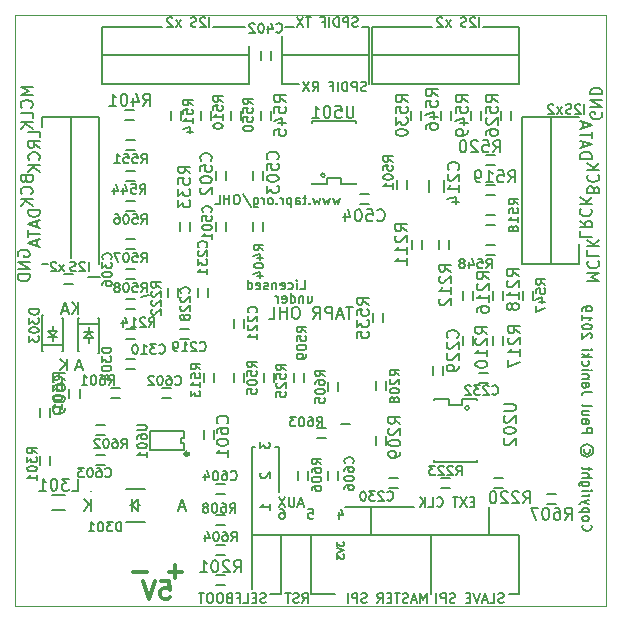
<source format=gbo>
%TF.GenerationSoftware,KiCad,Pcbnew,(5.1.0)-1*%
%TF.CreationDate,2019-04-02T22:12:56+01:00*%
%TF.ProjectId,uDSP-1.1,75445350-2d31-42e3-912e-6b696361645f,1.1*%
%TF.SameCoordinates,PX660b0c0PY81b3200*%
%TF.FileFunction,Legend,Bot*%
%TF.FilePolarity,Positive*%
%FSLAX46Y46*%
G04 Gerber Fmt 4.6, Leading zero omitted, Abs format (unit mm)*
G04 Created by KiCad (PCBNEW (5.1.0)-1) date 2019-04-02 22:12:56*
%MOMM*%
%LPD*%
G04 APERTURE LIST*
%ADD10C,0.200000*%
%ADD11C,0.150000*%
%ADD12C,0.300000*%
%ADD13C,0.100000*%
G04 APERTURE END LIST*
D10*
X7173000Y27859500D02*
X6157000Y27796000D01*
X11300500Y26272000D02*
X10665500Y26145000D01*
D11*
X27211428Y5422858D02*
X27211428Y5051429D01*
X27440000Y5251429D01*
X27440000Y5165715D01*
X27468571Y5108572D01*
X27497142Y5080000D01*
X27554285Y5051429D01*
X27697142Y5051429D01*
X27754285Y5080000D01*
X27782857Y5108572D01*
X27811428Y5165715D01*
X27811428Y5337143D01*
X27782857Y5394286D01*
X27754285Y5422858D01*
X27211428Y4880000D02*
X27811428Y4680000D01*
X27211428Y4480000D01*
X27211428Y4337143D02*
X27211428Y3965715D01*
X27440000Y4165715D01*
X27440000Y4080000D01*
X27468571Y4022858D01*
X27497142Y3994286D01*
X27554285Y3965715D01*
X27697142Y3965715D01*
X27754285Y3994286D01*
X27782857Y4022858D01*
X27811428Y4080000D01*
X27811428Y4251429D01*
X27782857Y4308572D01*
X27754285Y4337143D01*
D10*
X2775000Y28937000D02*
X2267000Y28937000D01*
X2267000Y41383000D02*
X2267000Y40494000D01*
X27387619Y7899429D02*
X27387619Y7366096D01*
X27578095Y8204191D02*
X27768571Y7632762D01*
X27273333Y7632762D01*
X24809523Y8166096D02*
X25190476Y8166096D01*
X25228571Y7785143D01*
X25190476Y7823239D01*
X25114285Y7861334D01*
X24923809Y7861334D01*
X24847619Y7823239D01*
X24809523Y7785143D01*
X24771428Y7708953D01*
X24771428Y7518477D01*
X24809523Y7442286D01*
X24847619Y7404191D01*
X24923809Y7366096D01*
X25114285Y7366096D01*
X25190476Y7404191D01*
X25228571Y7442286D01*
X22434619Y8166096D02*
X22587000Y8166096D01*
X22663190Y8128000D01*
X22701285Y8089905D01*
X22777476Y7975620D01*
X22815571Y7823239D01*
X22815571Y7518477D01*
X22777476Y7442286D01*
X22739380Y7404191D01*
X22663190Y7366096D01*
X22510809Y7366096D01*
X22434619Y7404191D01*
X22396523Y7442286D01*
X22358428Y7518477D01*
X22358428Y7708953D01*
X22396523Y7785143D01*
X22434619Y7823239D01*
X22510809Y7861334D01*
X22663190Y7861334D01*
X22739380Y7823239D01*
X22777476Y7785143D01*
X22815571Y7708953D01*
X22333000Y13443000D02*
X21952000Y13443000D01*
X21551904Y8134429D02*
X21551904Y8591572D01*
X21551904Y8363000D02*
X20751904Y8363000D01*
X20866190Y8439191D01*
X20942380Y8515381D01*
X20980476Y8591572D01*
X20828095Y11258572D02*
X20790000Y11220477D01*
X20751904Y11144286D01*
X20751904Y10953810D01*
X20790000Y10877620D01*
X20828095Y10839524D01*
X20904285Y10801429D01*
X20980476Y10801429D01*
X21094761Y10839524D01*
X21551904Y11296667D01*
X21551904Y10801429D01*
X20751904Y13836667D02*
X20751904Y13341429D01*
X21056666Y13608096D01*
X21056666Y13493810D01*
X21094761Y13417620D01*
X21132857Y13379524D01*
X21209047Y13341429D01*
X21399523Y13341429D01*
X21475714Y13379524D01*
X21513809Y13417620D01*
X21551904Y13493810D01*
X21551904Y13722381D01*
X21513809Y13798572D01*
X21475714Y13836667D01*
X22333000Y13443000D02*
X22333000Y9633000D01*
X42653000Y997000D02*
X41764000Y997000D01*
X25000000Y997000D02*
X27032000Y997000D01*
X38842714Y8801143D02*
X38576047Y8801143D01*
X38461761Y8382096D02*
X38842714Y8382096D01*
X38842714Y9182096D01*
X38461761Y9182096D01*
X38195095Y9182096D02*
X37661761Y8382096D01*
X37661761Y9182096D02*
X38195095Y8382096D01*
X37471285Y9182096D02*
X37014142Y9182096D01*
X37242714Y8382096D02*
X37242714Y9182096D01*
X35680809Y8458286D02*
X35718904Y8420191D01*
X35833190Y8382096D01*
X35909380Y8382096D01*
X36023666Y8420191D01*
X36099857Y8496381D01*
X36137952Y8572572D01*
X36176047Y8724953D01*
X36176047Y8839239D01*
X36137952Y8991620D01*
X36099857Y9067810D01*
X36023666Y9144000D01*
X35909380Y9182096D01*
X35833190Y9182096D01*
X35718904Y9144000D01*
X35680809Y9105905D01*
X34957000Y8382096D02*
X35337952Y8382096D01*
X35337952Y9182096D01*
X34690333Y8382096D02*
X34690333Y9182096D01*
X34233190Y8382096D02*
X34576047Y8839239D01*
X34233190Y9182096D02*
X34690333Y8724953D01*
X41338190Y292191D02*
X41223904Y254096D01*
X41033428Y254096D01*
X40957238Y292191D01*
X40919142Y330286D01*
X40881047Y406477D01*
X40881047Y482667D01*
X40919142Y558858D01*
X40957238Y596953D01*
X41033428Y635048D01*
X41185809Y673143D01*
X41262000Y711239D01*
X41300095Y749334D01*
X41338190Y825524D01*
X41338190Y901715D01*
X41300095Y977905D01*
X41262000Y1016000D01*
X41185809Y1054096D01*
X40995333Y1054096D01*
X40881047Y1016000D01*
X40157238Y254096D02*
X40538190Y254096D01*
X40538190Y1054096D01*
X39928666Y482667D02*
X39547714Y482667D01*
X40004857Y254096D02*
X39738190Y1054096D01*
X39471523Y254096D01*
X39319142Y1054096D02*
X39052476Y254096D01*
X38785809Y1054096D01*
X38519142Y673143D02*
X38252476Y673143D01*
X38138190Y254096D02*
X38519142Y254096D01*
X38519142Y1054096D01*
X38138190Y1054096D01*
X37223904Y292191D02*
X37109619Y254096D01*
X36919142Y254096D01*
X36842952Y292191D01*
X36804857Y330286D01*
X36766761Y406477D01*
X36766761Y482667D01*
X36804857Y558858D01*
X36842952Y596953D01*
X36919142Y635048D01*
X37071523Y673143D01*
X37147714Y711239D01*
X37185809Y749334D01*
X37223904Y825524D01*
X37223904Y901715D01*
X37185809Y977905D01*
X37147714Y1016000D01*
X37071523Y1054096D01*
X36881047Y1054096D01*
X36766761Y1016000D01*
X36423904Y254096D02*
X36423904Y1054096D01*
X36119142Y1054096D01*
X36042952Y1016000D01*
X36004857Y977905D01*
X35966761Y901715D01*
X35966761Y787429D01*
X36004857Y711239D01*
X36042952Y673143D01*
X36119142Y635048D01*
X36423904Y635048D01*
X35623904Y254096D02*
X35623904Y1054096D01*
X34810333Y254096D02*
X34810333Y1054096D01*
X34543666Y482667D01*
X34277000Y1054096D01*
X34277000Y254096D01*
X33934142Y482667D02*
X33553190Y482667D01*
X34010333Y254096D02*
X33743666Y1054096D01*
X33477000Y254096D01*
X33248428Y292191D02*
X33134142Y254096D01*
X32943666Y254096D01*
X32867476Y292191D01*
X32829380Y330286D01*
X32791285Y406477D01*
X32791285Y482667D01*
X32829380Y558858D01*
X32867476Y596953D01*
X32943666Y635048D01*
X33096047Y673143D01*
X33172238Y711239D01*
X33210333Y749334D01*
X33248428Y825524D01*
X33248428Y901715D01*
X33210333Y977905D01*
X33172238Y1016000D01*
X33096047Y1054096D01*
X32905571Y1054096D01*
X32791285Y1016000D01*
X32562714Y1054096D02*
X32105571Y1054096D01*
X32334142Y254096D02*
X32334142Y1054096D01*
X31838904Y673143D02*
X31572238Y673143D01*
X31457952Y254096D02*
X31838904Y254096D01*
X31838904Y1054096D01*
X31457952Y1054096D01*
X30657952Y254096D02*
X30924619Y635048D01*
X31115095Y254096D02*
X31115095Y1054096D01*
X30810333Y1054096D01*
X30734142Y1016000D01*
X30696047Y977905D01*
X30657952Y901715D01*
X30657952Y787429D01*
X30696047Y711239D01*
X30734142Y673143D01*
X30810333Y635048D01*
X31115095Y635048D01*
X29743666Y292191D02*
X29629380Y254096D01*
X29438904Y254096D01*
X29362714Y292191D01*
X29324619Y330286D01*
X29286523Y406477D01*
X29286523Y482667D01*
X29324619Y558858D01*
X29362714Y596953D01*
X29438904Y635048D01*
X29591285Y673143D01*
X29667476Y711239D01*
X29705571Y749334D01*
X29743666Y825524D01*
X29743666Y901715D01*
X29705571Y977905D01*
X29667476Y1016000D01*
X29591285Y1054096D01*
X29400809Y1054096D01*
X29286523Y1016000D01*
X28943666Y254096D02*
X28943666Y1054096D01*
X28638904Y1054096D01*
X28562714Y1016000D01*
X28524619Y977905D01*
X28486523Y901715D01*
X28486523Y787429D01*
X28524619Y711239D01*
X28562714Y673143D01*
X28638904Y635048D01*
X28943666Y635048D01*
X28143666Y254096D02*
X28143666Y1054096D01*
X24295095Y254096D02*
X24561761Y635048D01*
X24752238Y254096D02*
X24752238Y1054096D01*
X24447476Y1054096D01*
X24371285Y1016000D01*
X24333190Y977905D01*
X24295095Y901715D01*
X24295095Y787429D01*
X24333190Y711239D01*
X24371285Y673143D01*
X24447476Y635048D01*
X24752238Y635048D01*
X23990333Y292191D02*
X23876047Y254096D01*
X23685571Y254096D01*
X23609380Y292191D01*
X23571285Y330286D01*
X23533190Y406477D01*
X23533190Y482667D01*
X23571285Y558858D01*
X23609380Y596953D01*
X23685571Y635048D01*
X23837952Y673143D01*
X23914142Y711239D01*
X23952238Y749334D01*
X23990333Y825524D01*
X23990333Y901715D01*
X23952238Y977905D01*
X23914142Y1016000D01*
X23837952Y1054096D01*
X23647476Y1054096D01*
X23533190Y1016000D01*
X23304619Y1054096D02*
X22847476Y1054096D01*
X23076047Y254096D02*
X23076047Y1054096D01*
X35160000Y997000D02*
X35160000Y5950000D01*
X25000000Y5950000D02*
X25000000Y997000D01*
X30080000Y8363000D02*
X30080000Y5950000D01*
X40113000Y8363000D02*
X40113000Y5950000D01*
X30080000Y8363000D02*
X33763000Y8363000D01*
X30080000Y8363000D02*
X27921000Y8363000D01*
X42653000Y5950000D02*
X42653000Y997000D01*
X20047000Y5950000D02*
X42653000Y5950000D01*
X20301000Y13443000D02*
X20047000Y13443000D01*
X22460000Y997000D02*
X22460000Y5950000D01*
X21571000Y997000D02*
X22460000Y997000D01*
X20047000Y13443000D02*
X20047000Y1378000D01*
X42907000Y28937000D02*
X42907000Y41383000D01*
X45320000Y28937000D02*
X42907000Y28937000D01*
X47733000Y28937000D02*
X47733000Y30588000D01*
X45320000Y28937000D02*
X47733000Y28937000D01*
X45320000Y41383000D02*
X45320000Y28937000D01*
X42907000Y41383000D02*
X47733000Y41383000D01*
X4680000Y41383000D02*
X2267000Y41383000D01*
X4680000Y41383000D02*
X4680000Y29445000D01*
X7093000Y41383000D02*
X4680000Y41383000D01*
X7093000Y28937000D02*
X7093000Y41383000D01*
X7347000Y44177000D02*
X7347000Y46590000D01*
X19793000Y44177000D02*
X7347000Y44177000D01*
X19793000Y46590000D02*
X19793000Y44177000D01*
X16745000Y49003000D02*
X19412000Y49003000D01*
X19793000Y46590000D02*
X19793000Y47352000D01*
X7347000Y46590000D02*
X19793000Y46590000D01*
X7347000Y49003000D02*
X7347000Y46590000D01*
X12427000Y49003000D02*
X7347000Y49003000D01*
X42653000Y44177000D02*
X31874500Y44179000D01*
X42653000Y46590000D02*
X42653000Y44177000D01*
X30207000Y44177000D02*
X31858000Y44177000D01*
X30207000Y46590000D02*
X30207000Y44177000D01*
X35287000Y49003000D02*
X30207000Y49003000D01*
X42653000Y49003000D02*
X39605000Y49003000D01*
X42653000Y46590000D02*
X42653000Y49003000D01*
X30207000Y46590000D02*
X42653000Y46590000D01*
X30207000Y49003000D02*
X30207000Y46590000D01*
X22587000Y44177000D02*
X23984000Y44177000D01*
X23603000Y49003000D02*
X22841000Y49003000D01*
X29953000Y49003000D02*
X29318000Y49003000D01*
X29953000Y46590000D02*
X29953000Y44177000D01*
X22587000Y46590000D02*
X22587000Y44177000D01*
X22587000Y46590000D02*
X22587000Y48241000D01*
X29953000Y46590000D02*
X29953000Y49003000D01*
X22587000Y46590000D02*
X29953000Y46590000D01*
X21196000Y292191D02*
X21081714Y254096D01*
X20891238Y254096D01*
X20815047Y292191D01*
X20776952Y330286D01*
X20738857Y406477D01*
X20738857Y482667D01*
X20776952Y558858D01*
X20815047Y596953D01*
X20891238Y635048D01*
X21043619Y673143D01*
X21119809Y711239D01*
X21157904Y749334D01*
X21196000Y825524D01*
X21196000Y901715D01*
X21157904Y977905D01*
X21119809Y1016000D01*
X21043619Y1054096D01*
X20853142Y1054096D01*
X20738857Y1016000D01*
X20396000Y673143D02*
X20129333Y673143D01*
X20015047Y254096D02*
X20396000Y254096D01*
X20396000Y1054096D01*
X20015047Y1054096D01*
X19291238Y254096D02*
X19672190Y254096D01*
X19672190Y1054096D01*
X18757904Y673143D02*
X19024571Y673143D01*
X19024571Y254096D02*
X19024571Y1054096D01*
X18643619Y1054096D01*
X18072190Y673143D02*
X17957904Y635048D01*
X17919809Y596953D01*
X17881714Y520762D01*
X17881714Y406477D01*
X17919809Y330286D01*
X17957904Y292191D01*
X18034095Y254096D01*
X18338857Y254096D01*
X18338857Y1054096D01*
X18072190Y1054096D01*
X17996000Y1016000D01*
X17957904Y977905D01*
X17919809Y901715D01*
X17919809Y825524D01*
X17957904Y749334D01*
X17996000Y711239D01*
X18072190Y673143D01*
X18338857Y673143D01*
X17386476Y1054096D02*
X17234095Y1054096D01*
X17157904Y1016000D01*
X17081714Y939810D01*
X17043619Y787429D01*
X17043619Y520762D01*
X17081714Y368381D01*
X17157904Y292191D01*
X17234095Y254096D01*
X17386476Y254096D01*
X17462666Y292191D01*
X17538857Y368381D01*
X17576952Y520762D01*
X17576952Y787429D01*
X17538857Y939810D01*
X17462666Y1016000D01*
X17386476Y1054096D01*
X16548380Y1054096D02*
X16396000Y1054096D01*
X16319809Y1016000D01*
X16243619Y939810D01*
X16205523Y787429D01*
X16205523Y520762D01*
X16243619Y368381D01*
X16319809Y292191D01*
X16396000Y254096D01*
X16548380Y254096D01*
X16624571Y292191D01*
X16700761Y368381D01*
X16738857Y520762D01*
X16738857Y787429D01*
X16700761Y939810D01*
X16624571Y1016000D01*
X16548380Y1054096D01*
X15976952Y1054096D02*
X15519809Y1054096D01*
X15748380Y254096D02*
X15748380Y1054096D01*
X24339476Y8610667D02*
X23958523Y8610667D01*
X24415666Y8382096D02*
X24149000Y9182096D01*
X23882333Y8382096D01*
X23615666Y9182096D02*
X23615666Y8534477D01*
X23577571Y8458286D01*
X23539476Y8420191D01*
X23463285Y8382096D01*
X23310904Y8382096D01*
X23234714Y8420191D01*
X23196619Y8458286D01*
X23158523Y8534477D01*
X23158523Y9182096D01*
X22853761Y9182096D02*
X22320428Y8382096D01*
X22320428Y9182096D02*
X22853761Y8382096D01*
X4153238Y28323096D02*
X3734190Y28856429D01*
X4153238Y28856429D02*
X3734190Y28323096D01*
X3467523Y29046905D02*
X3429428Y29085000D01*
X3353238Y29123096D01*
X3162761Y29123096D01*
X3086571Y29085000D01*
X3048476Y29046905D01*
X3010380Y28970715D01*
X3010380Y28894524D01*
X3048476Y28780239D01*
X3505619Y28323096D01*
X3010380Y28323096D01*
X48180285Y41656096D02*
X48180285Y42456096D01*
X47837428Y42379905D02*
X47799333Y42418000D01*
X47723142Y42456096D01*
X47532666Y42456096D01*
X47456476Y42418000D01*
X47418380Y42379905D01*
X47380285Y42303715D01*
X47380285Y42227524D01*
X47418380Y42113239D01*
X47875523Y41656096D01*
X47380285Y41656096D01*
X47075523Y41694191D02*
X46961238Y41656096D01*
X46770761Y41656096D01*
X46694571Y41694191D01*
X46656476Y41732286D01*
X46618380Y41808477D01*
X46618380Y41884667D01*
X46656476Y41960858D01*
X46694571Y41998953D01*
X46770761Y42037048D01*
X46923142Y42075143D01*
X46999333Y42113239D01*
X47037428Y42151334D01*
X47075523Y42227524D01*
X47075523Y42303715D01*
X47037428Y42379905D01*
X46999333Y42418000D01*
X46923142Y42456096D01*
X46732666Y42456096D01*
X46618380Y42418000D01*
X46237238Y41656096D02*
X45818190Y42189429D01*
X46237238Y42189429D02*
X45818190Y41656096D01*
X45551523Y42379905D02*
X45513428Y42418000D01*
X45437238Y42456096D01*
X45246761Y42456096D01*
X45170571Y42418000D01*
X45132476Y42379905D01*
X45094380Y42303715D01*
X45094380Y42227524D01*
X45132476Y42113239D01*
X45589619Y41656096D01*
X45094380Y41656096D01*
X29688619Y43599191D02*
X29574333Y43561096D01*
X29383857Y43561096D01*
X29307666Y43599191D01*
X29269571Y43637286D01*
X29231476Y43713477D01*
X29231476Y43789667D01*
X29269571Y43865858D01*
X29307666Y43903953D01*
X29383857Y43942048D01*
X29536238Y43980143D01*
X29612428Y44018239D01*
X29650523Y44056334D01*
X29688619Y44132524D01*
X29688619Y44208715D01*
X29650523Y44284905D01*
X29612428Y44323000D01*
X29536238Y44361096D01*
X29345761Y44361096D01*
X29231476Y44323000D01*
X28888619Y43561096D02*
X28888619Y44361096D01*
X28583857Y44361096D01*
X28507666Y44323000D01*
X28469571Y44284905D01*
X28431476Y44208715D01*
X28431476Y44094429D01*
X28469571Y44018239D01*
X28507666Y43980143D01*
X28583857Y43942048D01*
X28888619Y43942048D01*
X28088619Y43561096D02*
X28088619Y44361096D01*
X27898142Y44361096D01*
X27783857Y44323000D01*
X27707666Y44246810D01*
X27669571Y44170620D01*
X27631476Y44018239D01*
X27631476Y43903953D01*
X27669571Y43751572D01*
X27707666Y43675381D01*
X27783857Y43599191D01*
X27898142Y43561096D01*
X28088619Y43561096D01*
X27288619Y43561096D02*
X27288619Y44361096D01*
X26641000Y43980143D02*
X26907666Y43980143D01*
X26907666Y43561096D02*
X26907666Y44361096D01*
X26526714Y44361096D01*
X25155285Y43561096D02*
X25421952Y43942048D01*
X25612428Y43561096D02*
X25612428Y44361096D01*
X25307666Y44361096D01*
X25231476Y44323000D01*
X25193380Y44284905D01*
X25155285Y44208715D01*
X25155285Y44094429D01*
X25193380Y44018239D01*
X25231476Y43980143D01*
X25307666Y43942048D01*
X25612428Y43942048D01*
X24888619Y44361096D02*
X24355285Y43561096D01*
X24355285Y44361096D02*
X24888619Y43561096D01*
X6223285Y28323096D02*
X6223285Y29123096D01*
X5880428Y29046905D02*
X5842333Y29085000D01*
X5766142Y29123096D01*
X5575666Y29123096D01*
X5499476Y29085000D01*
X5461380Y29046905D01*
X5423285Y28970715D01*
X5423285Y28894524D01*
X5461380Y28780239D01*
X5918523Y28323096D01*
X5423285Y28323096D01*
X5118523Y28361191D02*
X5004238Y28323096D01*
X4813761Y28323096D01*
X4737571Y28361191D01*
X4699476Y28399286D01*
X4661380Y28475477D01*
X4661380Y28551667D01*
X4699476Y28627858D01*
X4737571Y28665953D01*
X4813761Y28704048D01*
X4966142Y28742143D01*
X5042333Y28780239D01*
X5080428Y28818334D01*
X5118523Y28894524D01*
X5118523Y28970715D01*
X5080428Y29046905D01*
X5042333Y29085000D01*
X4966142Y29123096D01*
X4775666Y29123096D01*
X4661380Y29085000D01*
X16417333Y49022096D02*
X16417333Y49822096D01*
X16074476Y49745905D02*
X16036380Y49784000D01*
X15960190Y49822096D01*
X15769714Y49822096D01*
X15693523Y49784000D01*
X15655428Y49745905D01*
X15617333Y49669715D01*
X15617333Y49593524D01*
X15655428Y49479239D01*
X16112571Y49022096D01*
X15617333Y49022096D01*
X15312571Y49060191D02*
X15198285Y49022096D01*
X15007809Y49022096D01*
X14931619Y49060191D01*
X14893523Y49098286D01*
X14855428Y49174477D01*
X14855428Y49250667D01*
X14893523Y49326858D01*
X14931619Y49364953D01*
X15007809Y49403048D01*
X15160190Y49441143D01*
X15236380Y49479239D01*
X15274476Y49517334D01*
X15312571Y49593524D01*
X15312571Y49669715D01*
X15274476Y49745905D01*
X15236380Y49784000D01*
X15160190Y49822096D01*
X14969714Y49822096D01*
X14855428Y49784000D01*
X13979238Y49022096D02*
X13560190Y49555429D01*
X13979238Y49555429D02*
X13560190Y49022096D01*
X13293523Y49745905D02*
X13255428Y49784000D01*
X13179238Y49822096D01*
X12988761Y49822096D01*
X12912571Y49784000D01*
X12874476Y49745905D01*
X12836380Y49669715D01*
X12836380Y49593524D01*
X12874476Y49479239D01*
X13331619Y49022096D01*
X12836380Y49022096D01*
X39277333Y49022096D02*
X39277333Y49822096D01*
X38934476Y49745905D02*
X38896380Y49784000D01*
X38820190Y49822096D01*
X38629714Y49822096D01*
X38553523Y49784000D01*
X38515428Y49745905D01*
X38477333Y49669715D01*
X38477333Y49593524D01*
X38515428Y49479239D01*
X38972571Y49022096D01*
X38477333Y49022096D01*
X38172571Y49060191D02*
X38058285Y49022096D01*
X37867809Y49022096D01*
X37791619Y49060191D01*
X37753523Y49098286D01*
X37715428Y49174477D01*
X37715428Y49250667D01*
X37753523Y49326858D01*
X37791619Y49364953D01*
X37867809Y49403048D01*
X38020190Y49441143D01*
X38096380Y49479239D01*
X38134476Y49517334D01*
X38172571Y49593524D01*
X38172571Y49669715D01*
X38134476Y49745905D01*
X38096380Y49784000D01*
X38020190Y49822096D01*
X37829714Y49822096D01*
X37715428Y49784000D01*
X36839238Y49022096D02*
X36420190Y49555429D01*
X36839238Y49555429D02*
X36420190Y49022096D01*
X36153523Y49745905D02*
X36115428Y49784000D01*
X36039238Y49822096D01*
X35848761Y49822096D01*
X35772571Y49784000D01*
X35734476Y49745905D01*
X35696380Y49669715D01*
X35696380Y49593524D01*
X35734476Y49479239D01*
X36191619Y49022096D01*
X35696380Y49022096D01*
X28547619Y25295620D02*
X27976190Y25295620D01*
X28261904Y24295620D02*
X28261904Y25295620D01*
X27690476Y24581334D02*
X27214285Y24581334D01*
X27785714Y24295620D02*
X27452380Y25295620D01*
X27119047Y24295620D01*
X26785714Y24295620D02*
X26785714Y25295620D01*
X26404761Y25295620D01*
X26309523Y25248000D01*
X26261904Y25200381D01*
X26214285Y25105143D01*
X26214285Y24962286D01*
X26261904Y24867048D01*
X26309523Y24819429D01*
X26404761Y24771810D01*
X26785714Y24771810D01*
X25214285Y24295620D02*
X25547619Y24771810D01*
X25785714Y24295620D02*
X25785714Y25295620D01*
X25404761Y25295620D01*
X25309523Y25248000D01*
X25261904Y25200381D01*
X25214285Y25105143D01*
X25214285Y24962286D01*
X25261904Y24867048D01*
X25309523Y24819429D01*
X25404761Y24771810D01*
X25785714Y24771810D01*
X23833333Y25295620D02*
X23642857Y25295620D01*
X23547619Y25248000D01*
X23452380Y25152762D01*
X23404761Y24962286D01*
X23404761Y24628953D01*
X23452380Y24438477D01*
X23547619Y24343239D01*
X23642857Y24295620D01*
X23833333Y24295620D01*
X23928571Y24343239D01*
X24023809Y24438477D01*
X24071428Y24628953D01*
X24071428Y24962286D01*
X24023809Y25152762D01*
X23928571Y25248000D01*
X23833333Y25295620D01*
X22976190Y24295620D02*
X22976190Y25295620D01*
X22976190Y24819429D02*
X22404761Y24819429D01*
X22404761Y24295620D02*
X22404761Y25295620D01*
X21452380Y24295620D02*
X21928571Y24295620D01*
X21928571Y25295620D01*
X24745857Y26187429D02*
X24745857Y25654096D01*
X25088714Y26187429D02*
X25088714Y25768381D01*
X25050619Y25692191D01*
X24974428Y25654096D01*
X24860142Y25654096D01*
X24783952Y25692191D01*
X24745857Y25730286D01*
X24364904Y26187429D02*
X24364904Y25654096D01*
X24364904Y26111239D02*
X24326809Y26149334D01*
X24250619Y26187429D01*
X24136333Y26187429D01*
X24060142Y26149334D01*
X24022047Y26073143D01*
X24022047Y25654096D01*
X23298238Y25654096D02*
X23298238Y26454096D01*
X23298238Y25692191D02*
X23374428Y25654096D01*
X23526809Y25654096D01*
X23603000Y25692191D01*
X23641095Y25730286D01*
X23679190Y25806477D01*
X23679190Y26035048D01*
X23641095Y26111239D01*
X23603000Y26149334D01*
X23526809Y26187429D01*
X23374428Y26187429D01*
X23298238Y26149334D01*
X22612523Y25692191D02*
X22688714Y25654096D01*
X22841095Y25654096D01*
X22917285Y25692191D01*
X22955380Y25768381D01*
X22955380Y26073143D01*
X22917285Y26149334D01*
X22841095Y26187429D01*
X22688714Y26187429D01*
X22612523Y26149334D01*
X22574428Y26073143D01*
X22574428Y25996953D01*
X22955380Y25920762D01*
X22231571Y25654096D02*
X22231571Y26187429D01*
X22231571Y26035048D02*
X22193476Y26111239D01*
X22155380Y26149334D01*
X22079190Y26187429D01*
X22003000Y26187429D01*
X27498690Y34507929D02*
X27346309Y33974596D01*
X27193928Y34355548D01*
X27041547Y33974596D01*
X26889166Y34507929D01*
X26660595Y34507929D02*
X26508214Y33974596D01*
X26355833Y34355548D01*
X26203452Y33974596D01*
X26051071Y34507929D01*
X25822500Y34507929D02*
X25670119Y33974596D01*
X25517738Y34355548D01*
X25365357Y33974596D01*
X25212976Y34507929D01*
X24908214Y34050786D02*
X24870119Y34012691D01*
X24908214Y33974596D01*
X24946309Y34012691D01*
X24908214Y34050786D01*
X24908214Y33974596D01*
X24641547Y34507929D02*
X24336785Y34507929D01*
X24527261Y34774596D02*
X24527261Y34088881D01*
X24489166Y34012691D01*
X24412976Y33974596D01*
X24336785Y33974596D01*
X23727261Y33974596D02*
X23727261Y34393643D01*
X23765357Y34469834D01*
X23841547Y34507929D01*
X23993928Y34507929D01*
X24070119Y34469834D01*
X23727261Y34012691D02*
X23803452Y33974596D01*
X23993928Y33974596D01*
X24070119Y34012691D01*
X24108214Y34088881D01*
X24108214Y34165072D01*
X24070119Y34241262D01*
X23993928Y34279358D01*
X23803452Y34279358D01*
X23727261Y34317453D01*
X23346309Y34507929D02*
X23346309Y33707929D01*
X23346309Y34469834D02*
X23270119Y34507929D01*
X23117738Y34507929D01*
X23041547Y34469834D01*
X23003452Y34431739D01*
X22965357Y34355548D01*
X22965357Y34126977D01*
X23003452Y34050786D01*
X23041547Y34012691D01*
X23117738Y33974596D01*
X23270119Y33974596D01*
X23346309Y34012691D01*
X22622500Y33974596D02*
X22622500Y34507929D01*
X22622500Y34355548D02*
X22584404Y34431739D01*
X22546309Y34469834D01*
X22470119Y34507929D01*
X22393928Y34507929D01*
X22127261Y34050786D02*
X22089166Y34012691D01*
X22127261Y33974596D01*
X22165357Y34012691D01*
X22127261Y34050786D01*
X22127261Y33974596D01*
X21632023Y33974596D02*
X21708214Y34012691D01*
X21746309Y34050786D01*
X21784404Y34126977D01*
X21784404Y34355548D01*
X21746309Y34431739D01*
X21708214Y34469834D01*
X21632023Y34507929D01*
X21517738Y34507929D01*
X21441547Y34469834D01*
X21403452Y34431739D01*
X21365357Y34355548D01*
X21365357Y34126977D01*
X21403452Y34050786D01*
X21441547Y34012691D01*
X21517738Y33974596D01*
X21632023Y33974596D01*
X21022500Y33974596D02*
X21022500Y34507929D01*
X21022500Y34355548D02*
X20984404Y34431739D01*
X20946309Y34469834D01*
X20870119Y34507929D01*
X20793928Y34507929D01*
X20184404Y34507929D02*
X20184404Y33860310D01*
X20222500Y33784120D01*
X20260595Y33746024D01*
X20336785Y33707929D01*
X20451071Y33707929D01*
X20527261Y33746024D01*
X20184404Y34012691D02*
X20260595Y33974596D01*
X20412976Y33974596D01*
X20489166Y34012691D01*
X20527261Y34050786D01*
X20565357Y34126977D01*
X20565357Y34355548D01*
X20527261Y34431739D01*
X20489166Y34469834D01*
X20412976Y34507929D01*
X20260595Y34507929D01*
X20184404Y34469834D01*
X19232023Y34812691D02*
X19917738Y33784120D01*
X18812976Y34774596D02*
X18660595Y34774596D01*
X18584404Y34736500D01*
X18508214Y34660310D01*
X18470119Y34507929D01*
X18470119Y34241262D01*
X18508214Y34088881D01*
X18584404Y34012691D01*
X18660595Y33974596D01*
X18812976Y33974596D01*
X18889166Y34012691D01*
X18965357Y34088881D01*
X19003452Y34241262D01*
X19003452Y34507929D01*
X18965357Y34660310D01*
X18889166Y34736500D01*
X18812976Y34774596D01*
X18127261Y33974596D02*
X18127261Y34774596D01*
X18127261Y34393643D02*
X17670119Y34393643D01*
X17670119Y33974596D02*
X17670119Y34774596D01*
X16908214Y33974596D02*
X17289166Y33974596D01*
X17289166Y34774596D01*
X48947428Y35247429D02*
X48899809Y35390286D01*
X48852190Y35437905D01*
X48756952Y35485524D01*
X48614095Y35485524D01*
X48518857Y35437905D01*
X48471238Y35390286D01*
X48423619Y35295048D01*
X48423619Y34914096D01*
X49423619Y34914096D01*
X49423619Y35247429D01*
X49376000Y35342667D01*
X49328380Y35390286D01*
X49233142Y35437905D01*
X49137904Y35437905D01*
X49042666Y35390286D01*
X48995047Y35342667D01*
X48947428Y35247429D01*
X48947428Y34914096D01*
X48518857Y36485524D02*
X48471238Y36437905D01*
X48423619Y36295048D01*
X48423619Y36199810D01*
X48471238Y36056953D01*
X48566476Y35961715D01*
X48661714Y35914096D01*
X48852190Y35866477D01*
X48995047Y35866477D01*
X49185523Y35914096D01*
X49280761Y35961715D01*
X49376000Y36056953D01*
X49423619Y36199810D01*
X49423619Y36295048D01*
X49376000Y36437905D01*
X49328380Y36485524D01*
X48423619Y36914096D02*
X49423619Y36914096D01*
X48423619Y37485524D02*
X48995047Y37056953D01*
X49423619Y37485524D02*
X48852190Y36914096D01*
X48423619Y27452905D02*
X49423619Y27452905D01*
X48709333Y27786239D01*
X49423619Y28119572D01*
X48423619Y28119572D01*
X48518857Y29167191D02*
X48471238Y29119572D01*
X48423619Y28976715D01*
X48423619Y28881477D01*
X48471238Y28738620D01*
X48566476Y28643381D01*
X48661714Y28595762D01*
X48852190Y28548143D01*
X48995047Y28548143D01*
X49185523Y28595762D01*
X49280761Y28643381D01*
X49376000Y28738620D01*
X49423619Y28881477D01*
X49423619Y28976715D01*
X49376000Y29119572D01*
X49328380Y29167191D01*
X48423619Y30071953D02*
X48423619Y29595762D01*
X49423619Y29595762D01*
X48423619Y30405286D02*
X49423619Y30405286D01*
X48423619Y30976715D02*
X48995047Y30548143D01*
X49423619Y30976715D02*
X48852190Y30405286D01*
X49630000Y41764096D02*
X49677619Y41668858D01*
X49677619Y41526000D01*
X49630000Y41383143D01*
X49534761Y41287905D01*
X49439523Y41240286D01*
X49249047Y41192667D01*
X49106190Y41192667D01*
X48915714Y41240286D01*
X48820476Y41287905D01*
X48725238Y41383143D01*
X48677619Y41526000D01*
X48677619Y41621239D01*
X48725238Y41764096D01*
X48772857Y41811715D01*
X49106190Y41811715D01*
X49106190Y41621239D01*
X48677619Y42240286D02*
X49677619Y42240286D01*
X48677619Y42811715D01*
X49677619Y42811715D01*
X48677619Y43287905D02*
X49677619Y43287905D01*
X49677619Y43526000D01*
X49630000Y43668858D01*
X49534761Y43764096D01*
X49439523Y43811715D01*
X49249047Y43859334D01*
X49106190Y43859334D01*
X48915714Y43811715D01*
X48820476Y43764096D01*
X48725238Y43668858D01*
X48677619Y43526000D01*
X48677619Y43287905D01*
X47788619Y31683524D02*
X47788619Y31207334D01*
X48788619Y31207334D01*
X47788619Y32588286D02*
X48264809Y32254953D01*
X47788619Y32016858D02*
X48788619Y32016858D01*
X48788619Y32397810D01*
X48741000Y32493048D01*
X48693380Y32540667D01*
X48598142Y32588286D01*
X48455285Y32588286D01*
X48360047Y32540667D01*
X48312428Y32493048D01*
X48264809Y32397810D01*
X48264809Y32016858D01*
X47883857Y33588286D02*
X47836238Y33540667D01*
X47788619Y33397810D01*
X47788619Y33302572D01*
X47836238Y33159715D01*
X47931476Y33064477D01*
X48026714Y33016858D01*
X48217190Y32969239D01*
X48360047Y32969239D01*
X48550523Y33016858D01*
X48645761Y33064477D01*
X48741000Y33159715D01*
X48788619Y33302572D01*
X48788619Y33397810D01*
X48741000Y33540667D01*
X48693380Y33588286D01*
X47788619Y34016858D02*
X48788619Y34016858D01*
X47788619Y34588286D02*
X48360047Y34159715D01*
X48788619Y34588286D02*
X48217190Y34016858D01*
X47788619Y37851000D02*
X48788619Y37851000D01*
X48788619Y38089096D01*
X48741000Y38231953D01*
X48645761Y38327191D01*
X48550523Y38374810D01*
X48360047Y38422429D01*
X48217190Y38422429D01*
X48026714Y38374810D01*
X47931476Y38327191D01*
X47836238Y38231953D01*
X47788619Y38089096D01*
X47788619Y37851000D01*
X48074333Y38803381D02*
X48074333Y39279572D01*
X47788619Y38708143D02*
X48788619Y39041477D01*
X47788619Y39374810D01*
X48788619Y39565286D02*
X48788619Y40136715D01*
X47788619Y39851000D02*
X48788619Y39851000D01*
X48074333Y40422429D02*
X48074333Y40898620D01*
X47788619Y40327191D02*
X48788619Y40660524D01*
X47788619Y40993858D01*
X243000Y29571905D02*
X195380Y29667143D01*
X195380Y29810000D01*
X243000Y29952858D01*
X338238Y30048096D01*
X433476Y30095715D01*
X623952Y30143334D01*
X766809Y30143334D01*
X957285Y30095715D01*
X1052523Y30048096D01*
X1147761Y29952858D01*
X1195380Y29810000D01*
X1195380Y29714762D01*
X1147761Y29571905D01*
X1100142Y29524286D01*
X766809Y29524286D01*
X766809Y29714762D01*
X1195380Y29095715D02*
X195380Y29095715D01*
X1195380Y28524286D01*
X195380Y28524286D01*
X1195380Y28048096D02*
X195380Y28048096D01*
X195380Y27810000D01*
X243000Y27667143D01*
X338238Y27571905D01*
X433476Y27524286D01*
X623952Y27476667D01*
X766809Y27476667D01*
X957285Y27524286D01*
X1052523Y27571905D01*
X1147761Y27667143D01*
X1195380Y27810000D01*
X1195380Y28048096D01*
X2084380Y33485000D02*
X1084380Y33485000D01*
X1084380Y33246905D01*
X1132000Y33104048D01*
X1227238Y33008810D01*
X1322476Y32961191D01*
X1512952Y32913572D01*
X1655809Y32913572D01*
X1846285Y32961191D01*
X1941523Y33008810D01*
X2036761Y33104048D01*
X2084380Y33246905D01*
X2084380Y33485000D01*
X1798666Y32532620D02*
X1798666Y32056429D01*
X2084380Y32627858D02*
X1084380Y32294524D01*
X2084380Y31961191D01*
X1084380Y31770715D02*
X1084380Y31199286D01*
X2084380Y31485000D02*
X1084380Y31485000D01*
X1798666Y30913572D02*
X1798666Y30437381D01*
X2084380Y31008810D02*
X1084380Y30675477D01*
X2084380Y30342143D01*
X925571Y36088572D02*
X973190Y35945715D01*
X1020809Y35898096D01*
X1116047Y35850477D01*
X1258904Y35850477D01*
X1354142Y35898096D01*
X1401761Y35945715D01*
X1449380Y36040953D01*
X1449380Y36421905D01*
X449380Y36421905D01*
X449380Y36088572D01*
X497000Y35993334D01*
X544619Y35945715D01*
X639857Y35898096D01*
X735095Y35898096D01*
X830333Y35945715D01*
X877952Y35993334D01*
X925571Y36088572D01*
X925571Y36421905D01*
X1354142Y34850477D02*
X1401761Y34898096D01*
X1449380Y35040953D01*
X1449380Y35136191D01*
X1401761Y35279048D01*
X1306523Y35374286D01*
X1211285Y35421905D01*
X1020809Y35469524D01*
X877952Y35469524D01*
X687476Y35421905D01*
X592238Y35374286D01*
X497000Y35279048D01*
X449380Y35136191D01*
X449380Y35040953D01*
X497000Y34898096D01*
X544619Y34850477D01*
X1449380Y34421905D02*
X449380Y34421905D01*
X1449380Y33850477D02*
X877952Y34279048D01*
X449380Y33850477D02*
X1020809Y34421905D01*
X2084380Y39652477D02*
X2084380Y40128667D01*
X1084380Y40128667D01*
X2084380Y38747715D02*
X1608190Y39081048D01*
X2084380Y39319143D02*
X1084380Y39319143D01*
X1084380Y38938191D01*
X1132000Y38842953D01*
X1179619Y38795334D01*
X1274857Y38747715D01*
X1417714Y38747715D01*
X1512952Y38795334D01*
X1560571Y38842953D01*
X1608190Y38938191D01*
X1608190Y39319143D01*
X1989142Y37747715D02*
X2036761Y37795334D01*
X2084380Y37938191D01*
X2084380Y38033429D01*
X2036761Y38176286D01*
X1941523Y38271524D01*
X1846285Y38319143D01*
X1655809Y38366762D01*
X1512952Y38366762D01*
X1322476Y38319143D01*
X1227238Y38271524D01*
X1132000Y38176286D01*
X1084380Y38033429D01*
X1084380Y37938191D01*
X1132000Y37795334D01*
X1179619Y37747715D01*
X2084380Y37319143D02*
X1084380Y37319143D01*
X2084380Y36747715D02*
X1512952Y37176286D01*
X1084380Y36747715D02*
X1655809Y37319143D01*
X1449380Y43883096D02*
X449380Y43883096D01*
X1163666Y43549762D01*
X449380Y43216429D01*
X1449380Y43216429D01*
X1354142Y42168810D02*
X1401761Y42216429D01*
X1449380Y42359286D01*
X1449380Y42454524D01*
X1401761Y42597381D01*
X1306523Y42692620D01*
X1211285Y42740239D01*
X1020809Y42787858D01*
X877952Y42787858D01*
X687476Y42740239D01*
X592238Y42692620D01*
X497000Y42597381D01*
X449380Y42454524D01*
X449380Y42359286D01*
X497000Y42216429D01*
X544619Y42168810D01*
X1449380Y41264048D02*
X1449380Y41740239D01*
X449380Y41740239D01*
X1449380Y40930715D02*
X449380Y40930715D01*
X1449380Y40359286D02*
X877952Y40787858D01*
X449380Y40359286D02*
X1020809Y40930715D01*
D12*
X12331714Y2072429D02*
X13046000Y2072429D01*
X13117428Y1358143D01*
X13046000Y1429572D01*
X12903142Y1501000D01*
X12546000Y1501000D01*
X12403142Y1429572D01*
X12331714Y1358143D01*
X12260285Y1215286D01*
X12260285Y858143D01*
X12331714Y715286D01*
X12403142Y643858D01*
X12546000Y572429D01*
X12903142Y572429D01*
X13046000Y643858D01*
X13117428Y715286D01*
X11831714Y2072429D02*
X11331714Y572429D01*
X10831714Y2072429D01*
X9974571Y2882143D02*
X11117428Y2882143D01*
X12974571Y2882143D02*
X14117428Y2882143D01*
X13546000Y3453572D02*
X13546000Y2310715D01*
D10*
X28302000Y15348000D02*
X27540000Y15348000D01*
D13*
X0Y50000000D02*
X0Y0D01*
X50000000Y50000000D02*
X0Y50000000D01*
X50000000Y0D02*
X50000000Y50000000D01*
X0Y0D02*
X50000000Y0D01*
D10*
X28990142Y49060191D02*
X28875857Y49022096D01*
X28685380Y49022096D01*
X28609190Y49060191D01*
X28571095Y49098286D01*
X28533000Y49174477D01*
X28533000Y49250667D01*
X28571095Y49326858D01*
X28609190Y49364953D01*
X28685380Y49403048D01*
X28837761Y49441143D01*
X28913952Y49479239D01*
X28952047Y49517334D01*
X28990142Y49593524D01*
X28990142Y49669715D01*
X28952047Y49745905D01*
X28913952Y49784000D01*
X28837761Y49822096D01*
X28647285Y49822096D01*
X28533000Y49784000D01*
X28190142Y49022096D02*
X28190142Y49822096D01*
X27885380Y49822096D01*
X27809190Y49784000D01*
X27771095Y49745905D01*
X27733000Y49669715D01*
X27733000Y49555429D01*
X27771095Y49479239D01*
X27809190Y49441143D01*
X27885380Y49403048D01*
X28190142Y49403048D01*
X27390142Y49022096D02*
X27390142Y49822096D01*
X27199666Y49822096D01*
X27085380Y49784000D01*
X27009190Y49707810D01*
X26971095Y49631620D01*
X26933000Y49479239D01*
X26933000Y49364953D01*
X26971095Y49212572D01*
X27009190Y49136381D01*
X27085380Y49060191D01*
X27199666Y49022096D01*
X27390142Y49022096D01*
X26590142Y49022096D02*
X26590142Y49822096D01*
X25942523Y49441143D02*
X26209190Y49441143D01*
X26209190Y49022096D02*
X26209190Y49822096D01*
X25828238Y49822096D01*
X25028238Y49822096D02*
X24571095Y49822096D01*
X24799666Y49022096D02*
X24799666Y49822096D01*
X24380619Y49822096D02*
X23847285Y49022096D01*
X23847285Y49822096D02*
X24380619Y49022096D01*
X48082285Y6846477D02*
X48044190Y6808381D01*
X48006095Y6694096D01*
X48006095Y6617905D01*
X48044190Y6503620D01*
X48120380Y6427429D01*
X48196571Y6389334D01*
X48348952Y6351239D01*
X48463238Y6351239D01*
X48615619Y6389334D01*
X48691809Y6427429D01*
X48768000Y6503620D01*
X48806095Y6617905D01*
X48806095Y6694096D01*
X48768000Y6808381D01*
X48729904Y6846477D01*
X48006095Y7303620D02*
X48044190Y7227429D01*
X48082285Y7189334D01*
X48158476Y7151239D01*
X48387047Y7151239D01*
X48463238Y7189334D01*
X48501333Y7227429D01*
X48539428Y7303620D01*
X48539428Y7417905D01*
X48501333Y7494096D01*
X48463238Y7532191D01*
X48387047Y7570286D01*
X48158476Y7570286D01*
X48082285Y7532191D01*
X48044190Y7494096D01*
X48006095Y7417905D01*
X48006095Y7303620D01*
X48539428Y7913143D02*
X47739428Y7913143D01*
X48501333Y7913143D02*
X48539428Y7989334D01*
X48539428Y8141715D01*
X48501333Y8217905D01*
X48463238Y8256000D01*
X48387047Y8294096D01*
X48158476Y8294096D01*
X48082285Y8256000D01*
X48044190Y8217905D01*
X48006095Y8141715D01*
X48006095Y7989334D01*
X48044190Y7913143D01*
X48539428Y8560762D02*
X48006095Y8751239D01*
X48539428Y8941715D02*
X48006095Y8751239D01*
X47815619Y8675048D01*
X47777523Y8636953D01*
X47739428Y8560762D01*
X48006095Y9246477D02*
X48539428Y9246477D01*
X48387047Y9246477D02*
X48463238Y9284572D01*
X48501333Y9322667D01*
X48539428Y9398858D01*
X48539428Y9475048D01*
X48006095Y9741715D02*
X48539428Y9741715D01*
X48806095Y9741715D02*
X48768000Y9703620D01*
X48729904Y9741715D01*
X48768000Y9779810D01*
X48806095Y9741715D01*
X48729904Y9741715D01*
X48539428Y10465524D02*
X47891809Y10465524D01*
X47815619Y10427429D01*
X47777523Y10389334D01*
X47739428Y10313143D01*
X47739428Y10198858D01*
X47777523Y10122667D01*
X48044190Y10465524D02*
X48006095Y10389334D01*
X48006095Y10236953D01*
X48044190Y10160762D01*
X48082285Y10122667D01*
X48158476Y10084572D01*
X48387047Y10084572D01*
X48463238Y10122667D01*
X48501333Y10160762D01*
X48539428Y10236953D01*
X48539428Y10389334D01*
X48501333Y10465524D01*
X48006095Y10846477D02*
X48806095Y10846477D01*
X48006095Y11189334D02*
X48425142Y11189334D01*
X48501333Y11151239D01*
X48539428Y11075048D01*
X48539428Y10960762D01*
X48501333Y10884572D01*
X48463238Y10846477D01*
X48539428Y11456000D02*
X48539428Y11760762D01*
X48806095Y11570286D02*
X48120380Y11570286D01*
X48044190Y11608381D01*
X48006095Y11684572D01*
X48006095Y11760762D01*
X48615619Y13284572D02*
X48653714Y13208381D01*
X48653714Y13056000D01*
X48615619Y12979810D01*
X48539428Y12903620D01*
X48463238Y12865524D01*
X48310857Y12865524D01*
X48234666Y12903620D01*
X48158476Y12979810D01*
X48120380Y13056000D01*
X48120380Y13208381D01*
X48158476Y13284572D01*
X48920380Y13132191D02*
X48882285Y12941715D01*
X48768000Y12751239D01*
X48577523Y12636953D01*
X48387047Y12598858D01*
X48196571Y12636953D01*
X48006095Y12751239D01*
X47891809Y12941715D01*
X47853714Y13132191D01*
X47891809Y13322667D01*
X48006095Y13513143D01*
X48196571Y13627429D01*
X48387047Y13665524D01*
X48577523Y13627429D01*
X48768000Y13513143D01*
X48882285Y13322667D01*
X48920380Y13132191D01*
X48006095Y14617905D02*
X48806095Y14617905D01*
X48806095Y14922667D01*
X48768000Y14998858D01*
X48729904Y15036953D01*
X48653714Y15075048D01*
X48539428Y15075048D01*
X48463238Y15036953D01*
X48425142Y14998858D01*
X48387047Y14922667D01*
X48387047Y14617905D01*
X48006095Y15760762D02*
X48425142Y15760762D01*
X48501333Y15722667D01*
X48539428Y15646477D01*
X48539428Y15494096D01*
X48501333Y15417905D01*
X48044190Y15760762D02*
X48006095Y15684572D01*
X48006095Y15494096D01*
X48044190Y15417905D01*
X48120380Y15379810D01*
X48196571Y15379810D01*
X48272761Y15417905D01*
X48310857Y15494096D01*
X48310857Y15684572D01*
X48348952Y15760762D01*
X48539428Y16484572D02*
X48006095Y16484572D01*
X48539428Y16141715D02*
X48120380Y16141715D01*
X48044190Y16179810D01*
X48006095Y16256000D01*
X48006095Y16370286D01*
X48044190Y16446477D01*
X48082285Y16484572D01*
X48006095Y16979810D02*
X48044190Y16903620D01*
X48120380Y16865524D01*
X48806095Y16865524D01*
X48806095Y18122667D02*
X48234666Y18122667D01*
X48120380Y18084572D01*
X48044190Y18008381D01*
X48006095Y17894096D01*
X48006095Y17817905D01*
X48006095Y18846477D02*
X48425142Y18846477D01*
X48501333Y18808381D01*
X48539428Y18732191D01*
X48539428Y18579810D01*
X48501333Y18503620D01*
X48044190Y18846477D02*
X48006095Y18770286D01*
X48006095Y18579810D01*
X48044190Y18503620D01*
X48120380Y18465524D01*
X48196571Y18465524D01*
X48272761Y18503620D01*
X48310857Y18579810D01*
X48310857Y18770286D01*
X48348952Y18846477D01*
X48539428Y19227429D02*
X48006095Y19227429D01*
X48463238Y19227429D02*
X48501333Y19265524D01*
X48539428Y19341715D01*
X48539428Y19456000D01*
X48501333Y19532191D01*
X48425142Y19570286D01*
X48006095Y19570286D01*
X48006095Y19951239D02*
X48539428Y19951239D01*
X48806095Y19951239D02*
X48768000Y19913143D01*
X48729904Y19951239D01*
X48768000Y19989334D01*
X48806095Y19951239D01*
X48729904Y19951239D01*
X48044190Y20675048D02*
X48006095Y20598858D01*
X48006095Y20446477D01*
X48044190Y20370286D01*
X48082285Y20332191D01*
X48158476Y20294096D01*
X48387047Y20294096D01*
X48463238Y20332191D01*
X48501333Y20370286D01*
X48539428Y20446477D01*
X48539428Y20598858D01*
X48501333Y20675048D01*
X48006095Y21017905D02*
X48806095Y21017905D01*
X48310857Y21094096D02*
X48006095Y21322667D01*
X48539428Y21322667D02*
X48234666Y21017905D01*
X48006095Y21665524D02*
X48539428Y21665524D01*
X48806095Y21665524D02*
X48768000Y21627429D01*
X48729904Y21665524D01*
X48768000Y21703620D01*
X48806095Y21665524D01*
X48729904Y21665524D01*
X48729904Y22617905D02*
X48768000Y22656000D01*
X48806095Y22732191D01*
X48806095Y22922667D01*
X48768000Y22998858D01*
X48729904Y23036953D01*
X48653714Y23075048D01*
X48577523Y23075048D01*
X48463238Y23036953D01*
X48006095Y22579810D01*
X48006095Y23075048D01*
X48806095Y23570286D02*
X48806095Y23646477D01*
X48768000Y23722667D01*
X48729904Y23760762D01*
X48653714Y23798858D01*
X48501333Y23836953D01*
X48310857Y23836953D01*
X48158476Y23798858D01*
X48082285Y23760762D01*
X48044190Y23722667D01*
X48006095Y23646477D01*
X48006095Y23570286D01*
X48044190Y23494096D01*
X48082285Y23456000D01*
X48158476Y23417905D01*
X48310857Y23379810D01*
X48501333Y23379810D01*
X48653714Y23417905D01*
X48729904Y23456000D01*
X48768000Y23494096D01*
X48806095Y23570286D01*
X48006095Y24598858D02*
X48006095Y24141715D01*
X48006095Y24370286D02*
X48806095Y24370286D01*
X48691809Y24294096D01*
X48615619Y24217905D01*
X48577523Y24141715D01*
X48006095Y24979810D02*
X48006095Y25132191D01*
X48044190Y25208381D01*
X48082285Y25246477D01*
X48196571Y25322667D01*
X48348952Y25360762D01*
X48653714Y25360762D01*
X48729904Y25322667D01*
X48768000Y25284572D01*
X48806095Y25208381D01*
X48806095Y25056000D01*
X48768000Y24979810D01*
X48729904Y24941715D01*
X48653714Y24903620D01*
X48463238Y24903620D01*
X48387047Y24941715D01*
X48348952Y24979810D01*
X48310857Y25056000D01*
X48310857Y25208381D01*
X48348952Y25284572D01*
X48387047Y25322667D01*
X48463238Y25360762D01*
X24098047Y26797096D02*
X24479000Y26797096D01*
X24479000Y27597096D01*
X23831380Y26797096D02*
X23831380Y27330429D01*
X23831380Y27597096D02*
X23869476Y27559000D01*
X23831380Y27520905D01*
X23793285Y27559000D01*
X23831380Y27597096D01*
X23831380Y27520905D01*
X23107571Y26835191D02*
X23183761Y26797096D01*
X23336142Y26797096D01*
X23412333Y26835191D01*
X23450428Y26873286D01*
X23488523Y26949477D01*
X23488523Y27178048D01*
X23450428Y27254239D01*
X23412333Y27292334D01*
X23336142Y27330429D01*
X23183761Y27330429D01*
X23107571Y27292334D01*
X22459952Y26835191D02*
X22536142Y26797096D01*
X22688523Y26797096D01*
X22764714Y26835191D01*
X22802809Y26911381D01*
X22802809Y27216143D01*
X22764714Y27292334D01*
X22688523Y27330429D01*
X22536142Y27330429D01*
X22459952Y27292334D01*
X22421857Y27216143D01*
X22421857Y27139953D01*
X22802809Y27063762D01*
X22079000Y27330429D02*
X22079000Y26797096D01*
X22079000Y27254239D02*
X22040904Y27292334D01*
X21964714Y27330429D01*
X21850428Y27330429D01*
X21774238Y27292334D01*
X21736142Y27216143D01*
X21736142Y26797096D01*
X21393285Y26835191D02*
X21317095Y26797096D01*
X21164714Y26797096D01*
X21088523Y26835191D01*
X21050428Y26911381D01*
X21050428Y26949477D01*
X21088523Y27025667D01*
X21164714Y27063762D01*
X21279000Y27063762D01*
X21355190Y27101858D01*
X21393285Y27178048D01*
X21393285Y27216143D01*
X21355190Y27292334D01*
X21279000Y27330429D01*
X21164714Y27330429D01*
X21088523Y27292334D01*
X20402809Y26835191D02*
X20479000Y26797096D01*
X20631380Y26797096D01*
X20707571Y26835191D01*
X20745666Y26911381D01*
X20745666Y27216143D01*
X20707571Y27292334D01*
X20631380Y27330429D01*
X20479000Y27330429D01*
X20402809Y27292334D01*
X20364714Y27216143D01*
X20364714Y27139953D01*
X20745666Y27063762D01*
X19679000Y26797096D02*
X19679000Y27597096D01*
X19679000Y26835191D02*
X19755190Y26797096D01*
X19907571Y26797096D01*
X19983761Y26835191D01*
X20021857Y26873286D01*
X20059952Y26949477D01*
X20059952Y27178048D01*
X20021857Y27254239D01*
X19983761Y27292334D01*
X19907571Y27330429D01*
X19755190Y27330429D01*
X19679000Y27292334D01*
D11*
X5431800Y18000000D02*
X5431800Y17619000D01*
X5431800Y18000000D02*
X5431800Y18381000D01*
X4568200Y18000000D02*
X4568200Y17619000D01*
X4568200Y18000000D02*
X4568200Y18381000D01*
X17380000Y9455200D02*
X16999000Y9455200D01*
X17380000Y9455200D02*
X17761000Y9455200D01*
X17380000Y10318800D02*
X16999000Y10318800D01*
X17380000Y10318800D02*
X17761000Y10318800D01*
X8500000Y18431800D02*
X8881000Y18431800D01*
X8500000Y18431800D02*
X8119000Y18431800D01*
X8500000Y17568200D02*
X8881000Y17568200D01*
X8500000Y17568200D02*
X8119000Y17568200D01*
X7220000Y15271800D02*
X7601000Y15271800D01*
X7220000Y15271800D02*
X6839000Y15271800D01*
X7220000Y14408200D02*
X7601000Y14408200D01*
X7220000Y14408200D02*
X6839000Y14408200D01*
X9760000Y25939800D02*
X10141000Y25939800D01*
X9760000Y25939800D02*
X9379000Y25939800D01*
X9760000Y25076200D02*
X10141000Y25076200D01*
X9760000Y25076200D02*
X9379000Y25076200D01*
X14763800Y32112000D02*
X14763800Y31731000D01*
X14763800Y32112000D02*
X14763800Y32493000D01*
X13900200Y32112000D02*
X13900200Y31731000D01*
X13900200Y32112000D02*
X13900200Y32493000D01*
X9760000Y23399800D02*
X10141000Y23399800D01*
X9760000Y23399800D02*
X9379000Y23399800D01*
X9760000Y22536200D02*
X10141000Y22536200D01*
X9760000Y22536200D02*
X9379000Y22536200D01*
X9696500Y41078200D02*
X9315500Y41078200D01*
X9696500Y41078200D02*
X10077500Y41078200D01*
X9696500Y41941800D02*
X9315500Y41941800D01*
X9696500Y41941800D02*
X10077500Y41941800D01*
X19335800Y23918000D02*
X19335800Y23537000D01*
X19335800Y23918000D02*
X19335800Y24299000D01*
X18472200Y23918000D02*
X18472200Y23537000D01*
X18472200Y23918000D02*
X18472200Y24299000D01*
X16795800Y14459000D02*
X16795800Y14078000D01*
X16795800Y14459000D02*
X16795800Y14840000D01*
X15932200Y14459000D02*
X15932200Y14078000D01*
X15932200Y14459000D02*
X15932200Y14840000D01*
X17811800Y36430000D02*
X17811800Y36049000D01*
X17811800Y36430000D02*
X17811800Y36811000D01*
X16948200Y36430000D02*
X16948200Y36049000D01*
X16948200Y36430000D02*
X16948200Y36811000D01*
X15424200Y26524000D02*
X15424200Y26905000D01*
X15424200Y26524000D02*
X15424200Y26143000D01*
X16287800Y26524000D02*
X16287800Y26905000D01*
X16287800Y26524000D02*
X16287800Y26143000D01*
X39605000Y18853200D02*
X39224000Y18853200D01*
X39605000Y18853200D02*
X39986000Y18853200D01*
X39605000Y19716800D02*
X39224000Y19716800D01*
X39605000Y19716800D02*
X39986000Y19716800D01*
X4500000Y27235200D02*
X4119000Y27235200D01*
X4500000Y27235200D02*
X4881000Y27235200D01*
X4500000Y28098800D02*
X4119000Y28098800D01*
X4500000Y28098800D02*
X4881000Y28098800D01*
X9760000Y20859800D02*
X10141000Y20859800D01*
X9760000Y20859800D02*
X9379000Y20859800D01*
X9760000Y19996200D02*
X10141000Y19996200D01*
X9760000Y19996200D02*
X9379000Y19996200D01*
X20758200Y46590000D02*
X20758200Y46971000D01*
X20758200Y46590000D02*
X20758200Y46209000D01*
X21621800Y46590000D02*
X21621800Y46971000D01*
X21621800Y46590000D02*
X21621800Y46209000D01*
X14258000Y13751000D02*
X14258000Y13151000D01*
X11358000Y14751000D02*
X12808000Y14751000D01*
X11358000Y13151000D02*
X11358000Y14751000D01*
X14258000Y13151000D02*
X11358000Y13151000D01*
X12808000Y14751000D02*
X14258000Y14751000D01*
X14258000Y14151000D02*
X14008000Y14151000D01*
X14008000Y14151000D02*
X14008000Y13951000D01*
X14008000Y13951000D02*
X14008000Y13751000D01*
X14008000Y13751000D02*
X14258000Y13751000D01*
X14258000Y14751000D02*
X14258000Y14151000D01*
D12*
X14656661Y12851000D02*
G75*
G03X14656661Y12851000I-148661J0D01*
G01*
D11*
X29525000Y33968200D02*
X29144000Y33968200D01*
X29525000Y33968200D02*
X29906000Y33968200D01*
X29525000Y34831800D02*
X29144000Y34831800D01*
X29525000Y34831800D02*
X29906000Y34831800D01*
X39097000Y12173000D02*
X35541000Y12173000D01*
X35541000Y12173000D02*
X35414000Y12173000D01*
X37827000Y17507000D02*
X37827000Y16999000D01*
X37827000Y16999000D02*
X36811000Y16999000D01*
X36684000Y16999000D02*
X36684000Y17507000D01*
X38387605Y16745000D02*
G75*
G03X38387605Y16745000I-179605J0D01*
G01*
X37827000Y17507000D02*
X39097000Y17507000D01*
X36811000Y16999000D02*
X36684000Y16999000D01*
X36684000Y17507000D02*
X35414000Y17507000D01*
X35414000Y17507000D02*
X35414000Y17380000D01*
X39097000Y17507000D02*
X39097000Y17380000D01*
X35414000Y12173000D02*
X35414000Y12300000D01*
X39097000Y12173000D02*
X39097000Y12300000D01*
X15932200Y19285000D02*
X15932200Y19666000D01*
X15932200Y19285000D02*
X15932200Y18904000D01*
X16795800Y19285000D02*
X16795800Y19666000D01*
X16795800Y19285000D02*
X16795800Y18904000D01*
X21875800Y19285000D02*
X21875800Y18904000D01*
X21875800Y19285000D02*
X21875800Y19666000D01*
X21012200Y19285000D02*
X21012200Y18904000D01*
X21012200Y19285000D02*
X21012200Y19666000D01*
X18472200Y19285000D02*
X18472200Y19666000D01*
X18472200Y19285000D02*
X18472200Y18904000D01*
X19335800Y19285000D02*
X19335800Y19666000D01*
X19335800Y19285000D02*
X19335800Y18904000D01*
X24415800Y19285000D02*
X24415800Y18904000D01*
X24415800Y19285000D02*
X24415800Y19666000D01*
X23552200Y19285000D02*
X23552200Y18904000D01*
X23552200Y19285000D02*
X23552200Y19666000D01*
X14332000Y23399800D02*
X14713000Y23399800D01*
X14332000Y23399800D02*
X13951000Y23399800D01*
X14332000Y22536200D02*
X14713000Y22536200D01*
X14332000Y22536200D02*
X13951000Y22536200D01*
X17380000Y6788200D02*
X16999000Y6788200D01*
X17380000Y6788200D02*
X17761000Y6788200D01*
X17380000Y7651800D02*
X16999000Y7651800D01*
X17380000Y7651800D02*
X17761000Y7651800D01*
X41941800Y41510000D02*
X41941800Y41129000D01*
X41941800Y41510000D02*
X41941800Y41891000D01*
X41078200Y41510000D02*
X41078200Y41129000D01*
X41078200Y41510000D02*
X41078200Y41891000D01*
X2952800Y16364000D02*
X2952800Y15983000D01*
X2952800Y16364000D02*
X2952800Y16745000D01*
X2089200Y16364000D02*
X2089200Y15983000D01*
X2089200Y16364000D02*
X2089200Y16745000D01*
X2089200Y12300000D02*
X2089200Y12681000D01*
X2089200Y12300000D02*
X2089200Y11919000D01*
X2952800Y12300000D02*
X2952800Y12681000D01*
X2952800Y12300000D02*
X2952800Y11919000D01*
X17811800Y32112000D02*
X17811800Y31731000D01*
X17811800Y32112000D02*
X17811800Y32493000D01*
X16948200Y32112000D02*
X16948200Y31731000D01*
X16948200Y32112000D02*
X16948200Y32493000D01*
X12884200Y26524000D02*
X12884200Y26905000D01*
X12884200Y26524000D02*
X12884200Y26143000D01*
X13747800Y26524000D02*
X13747800Y26905000D01*
X13747800Y26524000D02*
X13747800Y26143000D01*
X20986800Y32112000D02*
X20986800Y31731000D01*
X20986800Y32112000D02*
X20986800Y32493000D01*
X20123200Y32112000D02*
X20123200Y31731000D01*
X20123200Y32112000D02*
X20123200Y32493000D01*
X35998200Y41510000D02*
X35998200Y41891000D01*
X35998200Y41510000D02*
X35998200Y41129000D01*
X36861800Y41510000D02*
X36861800Y41891000D01*
X36861800Y41510000D02*
X36861800Y41129000D01*
X20123200Y36430000D02*
X20123200Y36811000D01*
X20123200Y36430000D02*
X20123200Y36049000D01*
X20986800Y36430000D02*
X20986800Y36811000D01*
X20986800Y36430000D02*
X20986800Y36049000D01*
X32268200Y35670000D02*
X32268200Y36051000D01*
X32268200Y35670000D02*
X32268200Y35289000D01*
X33131800Y35670000D02*
X33131800Y36051000D01*
X33131800Y35670000D02*
X33131800Y35289000D01*
X21621800Y41510000D02*
X21621800Y41129000D01*
X21621800Y41510000D02*
X21621800Y41891000D01*
X20758200Y41510000D02*
X20758200Y41129000D01*
X20758200Y41510000D02*
X20758200Y41891000D01*
X42983200Y26270000D02*
X42983200Y26651000D01*
X42983200Y26270000D02*
X42983200Y25889000D01*
X43846800Y26270000D02*
X43846800Y26651000D01*
X43846800Y26270000D02*
X43846800Y25889000D01*
X9760000Y35936700D02*
X9379000Y35936700D01*
X9760000Y35936700D02*
X10141000Y35936700D01*
X9760000Y36800300D02*
X9379000Y36800300D01*
X9760000Y36800300D02*
X10141000Y36800300D01*
X40240000Y29648200D02*
X39859000Y29648200D01*
X40240000Y29648200D02*
X40621000Y29648200D01*
X40240000Y30511800D02*
X39859000Y30511800D01*
X40240000Y30511800D02*
X40621000Y30511800D01*
X38538200Y41510000D02*
X38538200Y41891000D01*
X38538200Y41510000D02*
X38538200Y41129000D01*
X39401800Y41510000D02*
X39401800Y41891000D01*
X39401800Y41510000D02*
X39401800Y41129000D01*
X19081800Y41510000D02*
X19081800Y41129000D01*
X19081800Y41510000D02*
X19081800Y41891000D01*
X18218200Y41510000D02*
X18218200Y41129000D01*
X18218200Y41510000D02*
X18218200Y41891000D01*
X9760000Y38540200D02*
X9379000Y38540200D01*
X9760000Y38540200D02*
X10141000Y38540200D01*
X9760000Y39403800D02*
X9379000Y39403800D01*
X9760000Y39403800D02*
X10141000Y39403800D01*
X31146800Y24365000D02*
X31146800Y23984000D01*
X31146800Y24365000D02*
X31146800Y24746000D01*
X30283200Y24365000D02*
X30283200Y23984000D01*
X30283200Y24365000D02*
X30283200Y24746000D01*
X9760000Y34260300D02*
X10141000Y34260300D01*
X9760000Y34260300D02*
X9379000Y34260300D01*
X9760000Y33396700D02*
X10141000Y33396700D01*
X9760000Y33396700D02*
X9379000Y33396700D01*
X40240000Y32188200D02*
X39859000Y32188200D01*
X40240000Y32188200D02*
X40621000Y32188200D01*
X40240000Y33051800D02*
X39859000Y33051800D01*
X40240000Y33051800D02*
X40621000Y33051800D01*
X40240000Y34728200D02*
X39859000Y34728200D01*
X40240000Y34728200D02*
X40621000Y34728200D01*
X40240000Y35591800D02*
X39859000Y35591800D01*
X40240000Y35591800D02*
X40621000Y35591800D01*
X34321800Y41510000D02*
X34321800Y41129000D01*
X34321800Y41510000D02*
X34321800Y41891000D01*
X33458200Y41510000D02*
X33458200Y41129000D01*
X33458200Y41510000D02*
X33458200Y41891000D01*
X40240000Y37268200D02*
X39859000Y37268200D01*
X40240000Y37268200D02*
X40621000Y37268200D01*
X40240000Y38131800D02*
X39859000Y38131800D01*
X40240000Y38131800D02*
X40621000Y38131800D01*
X9760000Y31019800D02*
X10141000Y31019800D01*
X9760000Y31019800D02*
X9379000Y31019800D01*
X9760000Y30156200D02*
X10141000Y30156200D01*
X9760000Y30156200D02*
X9379000Y30156200D01*
X13138200Y41510000D02*
X13138200Y41891000D01*
X13138200Y41510000D02*
X13138200Y41129000D01*
X14001800Y41510000D02*
X14001800Y41891000D01*
X14001800Y41510000D02*
X14001800Y41129000D01*
X15678200Y41510000D02*
X15678200Y41891000D01*
X15678200Y41510000D02*
X15678200Y41129000D01*
X16541800Y41510000D02*
X16541800Y41891000D01*
X16541800Y41510000D02*
X16541800Y41129000D01*
X9760000Y28479800D02*
X10141000Y28479800D01*
X9760000Y28479800D02*
X9379000Y28479800D01*
X9760000Y27616200D02*
X10141000Y27616200D01*
X9760000Y27616200D02*
X9379000Y27616200D01*
X17380000Y1708200D02*
X16999000Y1708200D01*
X17380000Y1708200D02*
X17761000Y1708200D01*
X17380000Y2571800D02*
X16999000Y2571800D01*
X17380000Y2571800D02*
X17761000Y2571800D01*
X12808000Y18446800D02*
X13189000Y18446800D01*
X12808000Y18446800D02*
X12427000Y18446800D01*
X12808000Y17583200D02*
X13189000Y17583200D01*
X12808000Y17583200D02*
X12427000Y17583200D01*
X7220000Y12731800D02*
X7601000Y12731800D01*
X7220000Y12731800D02*
X6839000Y12731800D01*
X7220000Y11868200D02*
X7601000Y11868200D01*
X7220000Y11868200D02*
X6839000Y11868200D01*
X45400000Y8568200D02*
X45019000Y8568200D01*
X45400000Y8568200D02*
X45781000Y8568200D01*
X45400000Y9431800D02*
X45019000Y9431800D01*
X45400000Y9431800D02*
X45781000Y9431800D01*
X23933200Y11030000D02*
X23933200Y11411000D01*
X23933200Y11030000D02*
X23933200Y10649000D01*
X24796800Y11030000D02*
X24796800Y11411000D01*
X24796800Y11030000D02*
X24796800Y10649000D01*
X27336800Y18523000D02*
X27336800Y18142000D01*
X27336800Y18523000D02*
X27336800Y18904000D01*
X26473200Y18523000D02*
X26473200Y18142000D01*
X26473200Y18523000D02*
X26473200Y18904000D01*
X17380000Y4248200D02*
X16999000Y4248200D01*
X17380000Y4248200D02*
X17761000Y4248200D01*
X17380000Y5111800D02*
X16999000Y5111800D01*
X17380000Y5111800D02*
X17761000Y5111800D01*
X25955000Y15017800D02*
X26336000Y15017800D01*
X25955000Y15017800D02*
X25574000Y15017800D01*
X25955000Y14154200D02*
X26336000Y14154200D01*
X25955000Y14154200D02*
X25574000Y14154200D01*
X27336800Y11030000D02*
X27336800Y10649000D01*
X27336800Y11030000D02*
X27336800Y11411000D01*
X26473200Y11030000D02*
X26473200Y10649000D01*
X26473200Y11030000D02*
X26473200Y11411000D01*
X36226800Y19920000D02*
X36226800Y19539000D01*
X36226800Y19920000D02*
X36226800Y20301000D01*
X35363200Y19920000D02*
X35363200Y19539000D01*
X35363200Y19920000D02*
X35363200Y20301000D01*
X34401800Y30590000D02*
X34401800Y30209000D01*
X34401800Y30590000D02*
X34401800Y30971000D01*
X33538200Y30590000D02*
X33538200Y30209000D01*
X33538200Y30590000D02*
X33538200Y30971000D01*
X35824200Y30590000D02*
X35824200Y30971000D01*
X35824200Y30590000D02*
X35824200Y30209000D01*
X36687800Y30590000D02*
X36687800Y30971000D01*
X36687800Y30590000D02*
X36687800Y30209000D01*
X30537200Y13951000D02*
X30537200Y14332000D01*
X30537200Y13951000D02*
X30537200Y13570000D01*
X31400800Y13951000D02*
X31400800Y14332000D01*
X31400800Y13951000D02*
X31400800Y13570000D01*
X30537200Y18650000D02*
X30537200Y19031000D01*
X30537200Y18650000D02*
X30537200Y18269000D01*
X31400800Y18650000D02*
X31400800Y19031000D01*
X31400800Y18650000D02*
X31400800Y18269000D01*
X37903200Y22460000D02*
X37903200Y22841000D01*
X37903200Y22460000D02*
X37903200Y22079000D01*
X38766800Y22460000D02*
X38766800Y22841000D01*
X38766800Y22460000D02*
X38766800Y22079000D01*
X36430000Y9963200D02*
X36049000Y9963200D01*
X36430000Y9963200D02*
X36811000Y9963200D01*
X36430000Y10826800D02*
X36049000Y10826800D01*
X36430000Y10826800D02*
X36811000Y10826800D01*
X38766800Y26270000D02*
X38766800Y25889000D01*
X38766800Y26270000D02*
X38766800Y26651000D01*
X37903200Y26270000D02*
X37903200Y25889000D01*
X37903200Y26270000D02*
X37903200Y26651000D01*
X41306800Y22460000D02*
X41306800Y22079000D01*
X41306800Y22460000D02*
X41306800Y22841000D01*
X40443200Y22460000D02*
X40443200Y22079000D01*
X40443200Y22460000D02*
X40443200Y22841000D01*
X41306800Y26270000D02*
X41306800Y25889000D01*
X41306800Y26270000D02*
X41306800Y26651000D01*
X40443200Y26270000D02*
X40443200Y25889000D01*
X40443200Y26270000D02*
X40443200Y26651000D01*
X40875000Y10826800D02*
X41256000Y10826800D01*
X40875000Y10826800D02*
X40494000Y10826800D01*
X40875000Y9963200D02*
X41256000Y9963200D01*
X40875000Y9963200D02*
X40494000Y9963200D01*
X31985000Y9963200D02*
X31604000Y9963200D01*
X31985000Y9963200D02*
X32366000Y9963200D01*
X31985000Y10826800D02*
X31604000Y10826800D01*
X31985000Y10826800D02*
X32366000Y10826800D01*
X36256000Y35543000D02*
X36256000Y36076400D01*
X36256000Y35543000D02*
X36256000Y35009600D01*
X34986000Y35543000D02*
X34986000Y36076400D01*
X34986000Y35543000D02*
X34986000Y35009600D01*
X25127000Y41002000D02*
X25127000Y40875000D01*
X28810000Y41002000D02*
X28810000Y40875000D01*
X25127000Y35668000D02*
X25127000Y35795000D01*
X28810000Y35668000D02*
X28810000Y35795000D01*
X27540000Y35668000D02*
X28810000Y35668000D01*
X27413000Y36176000D02*
X27540000Y36176000D01*
X26397000Y35668000D02*
X25127000Y35668000D01*
X26195605Y36430000D02*
G75*
G03X26195605Y36430000I-179605J0D01*
G01*
X27540000Y36176000D02*
X27540000Y35668000D01*
X26397000Y36176000D02*
X27413000Y36176000D01*
X26397000Y35668000D02*
X26397000Y36176000D01*
X28683000Y41002000D02*
X28810000Y41002000D01*
X25127000Y41002000D02*
X28683000Y41002000D01*
X3664000Y9379000D02*
X3130600Y9379000D01*
X3664000Y9379000D02*
X4197400Y9379000D01*
X3664000Y8109000D02*
X3130600Y8109000D01*
X3664000Y8109000D02*
X4197400Y8109000D01*
X4056000Y22068000D02*
X2256000Y22068000D01*
X3156000Y22768000D02*
X3156000Y22368000D01*
X3156000Y23268000D02*
X3156000Y23668000D01*
X3556000Y22768000D02*
X2756000Y22768000D01*
X2756000Y23268000D02*
X3156000Y22868000D01*
X3556000Y23268000D02*
X2756000Y23268000D01*
X3156000Y22868000D02*
X3556000Y23268000D01*
X2256000Y24568000D02*
X2356000Y24568000D01*
X2256000Y21568000D02*
X2256000Y24568000D01*
X2356000Y21568000D02*
X2256000Y21568000D01*
X4056000Y24368000D02*
X3956000Y24368000D01*
X4056000Y22968000D02*
X4056000Y24368000D01*
X4056000Y21568000D02*
X3956000Y21568000D01*
X4056000Y22968000D02*
X4056000Y21568000D01*
X5304000Y23868000D02*
X7104000Y23868000D01*
X6204000Y23168000D02*
X6204000Y23568000D01*
X6204000Y22668000D02*
X6204000Y22268000D01*
X5804000Y23168000D02*
X6604000Y23168000D01*
X6604000Y22668000D02*
X6204000Y23068000D01*
X5804000Y22668000D02*
X6604000Y22668000D01*
X6204000Y23068000D02*
X5804000Y22668000D01*
X7104000Y21368000D02*
X7004000Y21368000D01*
X7104000Y24368000D02*
X7104000Y21368000D01*
X7004000Y24368000D02*
X7104000Y24368000D01*
X5304000Y21568000D02*
X5404000Y21568000D01*
X5304000Y22968000D02*
X5304000Y21568000D01*
X5304000Y24368000D02*
X5404000Y24368000D01*
X5304000Y22968000D02*
X5304000Y24368000D01*
X10141000Y9890000D02*
X10941000Y9890000D01*
X10141000Y9890000D02*
X9341000Y9890000D01*
X10141000Y7090000D02*
X9341000Y7090000D01*
X10141000Y7090000D02*
X10941000Y7090000D01*
X10391000Y7990000D02*
X9891000Y8490000D01*
X10391000Y8990000D02*
X10391000Y7990000D01*
X10391000Y8990000D02*
X9891000Y8490000D01*
X9891000Y8990000D02*
X9891000Y7990000D01*
X6396902Y9690000D02*
G75*
G03X6396902Y9690000I-55902J0D01*
G01*
X9841000Y8490000D02*
X9741000Y8490000D01*
X10441000Y8490000D02*
X10541000Y8490000D01*
X4182380Y19119048D02*
X3706190Y19452381D01*
X4182380Y19690477D02*
X3182380Y19690477D01*
X3182380Y19309524D01*
X3230000Y19214286D01*
X3277619Y19166667D01*
X3372857Y19119048D01*
X3515714Y19119048D01*
X3610952Y19166667D01*
X3658571Y19214286D01*
X3706190Y19309524D01*
X3706190Y19690477D01*
X3182380Y18261905D02*
X3182380Y18452381D01*
X3230000Y18547620D01*
X3277619Y18595239D01*
X3420476Y18690477D01*
X3610952Y18738096D01*
X3991904Y18738096D01*
X4087142Y18690477D01*
X4134761Y18642858D01*
X4182380Y18547620D01*
X4182380Y18357143D01*
X4134761Y18261905D01*
X4087142Y18214286D01*
X3991904Y18166667D01*
X3753809Y18166667D01*
X3658571Y18214286D01*
X3610952Y18261905D01*
X3563333Y18357143D01*
X3563333Y18547620D01*
X3610952Y18642858D01*
X3658571Y18690477D01*
X3753809Y18738096D01*
X3182380Y17547620D02*
X3182380Y17452381D01*
X3230000Y17357143D01*
X3277619Y17309524D01*
X3372857Y17261905D01*
X3563333Y17214286D01*
X3801428Y17214286D01*
X3991904Y17261905D01*
X4087142Y17309524D01*
X4134761Y17357143D01*
X4182380Y17452381D01*
X4182380Y17547620D01*
X4134761Y17642858D01*
X4087142Y17690477D01*
X3991904Y17738096D01*
X3801428Y17785715D01*
X3563333Y17785715D01*
X3372857Y17738096D01*
X3277619Y17690477D01*
X3230000Y17642858D01*
X3182380Y17547620D01*
X4182380Y16738096D02*
X4182380Y16547620D01*
X4134761Y16452381D01*
X4087142Y16404762D01*
X3944285Y16309524D01*
X3753809Y16261905D01*
X3372857Y16261905D01*
X3277619Y16309524D01*
X3230000Y16357143D01*
X3182380Y16452381D01*
X3182380Y16642858D01*
X3230000Y16738096D01*
X3277619Y16785715D01*
X3372857Y16833334D01*
X3610952Y16833334D01*
X3706190Y16785715D01*
X3753809Y16738096D01*
X3801428Y16642858D01*
X3801428Y16452381D01*
X3753809Y16357143D01*
X3706190Y16309524D01*
X3610952Y16261905D01*
X18228238Y10682786D02*
X18266333Y10644691D01*
X18380619Y10606596D01*
X18456809Y10606596D01*
X18571095Y10644691D01*
X18647285Y10720881D01*
X18685380Y10797072D01*
X18723476Y10949453D01*
X18723476Y11063739D01*
X18685380Y11216120D01*
X18647285Y11292310D01*
X18571095Y11368500D01*
X18456809Y11406596D01*
X18380619Y11406596D01*
X18266333Y11368500D01*
X18228238Y11330405D01*
X17542523Y11406596D02*
X17694904Y11406596D01*
X17771095Y11368500D01*
X17809190Y11330405D01*
X17885380Y11216120D01*
X17923476Y11063739D01*
X17923476Y10758977D01*
X17885380Y10682786D01*
X17847285Y10644691D01*
X17771095Y10606596D01*
X17618714Y10606596D01*
X17542523Y10644691D01*
X17504428Y10682786D01*
X17466333Y10758977D01*
X17466333Y10949453D01*
X17504428Y11025643D01*
X17542523Y11063739D01*
X17618714Y11101834D01*
X17771095Y11101834D01*
X17847285Y11063739D01*
X17885380Y11025643D01*
X17923476Y10949453D01*
X16971095Y11406596D02*
X16894904Y11406596D01*
X16818714Y11368500D01*
X16780619Y11330405D01*
X16742523Y11254215D01*
X16704428Y11101834D01*
X16704428Y10911358D01*
X16742523Y10758977D01*
X16780619Y10682786D01*
X16818714Y10644691D01*
X16894904Y10606596D01*
X16971095Y10606596D01*
X17047285Y10644691D01*
X17085380Y10682786D01*
X17123476Y10758977D01*
X17161571Y10911358D01*
X17161571Y11101834D01*
X17123476Y11254215D01*
X17085380Y11330405D01*
X17047285Y11368500D01*
X16971095Y11406596D01*
X16018714Y11139929D02*
X16018714Y10606596D01*
X16209190Y11444691D02*
X16399666Y10873262D01*
X15904428Y10873262D01*
X7887738Y18719596D02*
X8154404Y19100548D01*
X8344880Y18719596D02*
X8344880Y19519596D01*
X8040119Y19519596D01*
X7963928Y19481500D01*
X7925833Y19443405D01*
X7887738Y19367215D01*
X7887738Y19252929D01*
X7925833Y19176739D01*
X7963928Y19138643D01*
X8040119Y19100548D01*
X8344880Y19100548D01*
X7202023Y19519596D02*
X7354404Y19519596D01*
X7430595Y19481500D01*
X7468690Y19443405D01*
X7544880Y19329120D01*
X7582976Y19176739D01*
X7582976Y18871977D01*
X7544880Y18795786D01*
X7506785Y18757691D01*
X7430595Y18719596D01*
X7278214Y18719596D01*
X7202023Y18757691D01*
X7163928Y18795786D01*
X7125833Y18871977D01*
X7125833Y19062453D01*
X7163928Y19138643D01*
X7202023Y19176739D01*
X7278214Y19214834D01*
X7430595Y19214834D01*
X7506785Y19176739D01*
X7544880Y19138643D01*
X7582976Y19062453D01*
X6630595Y19519596D02*
X6554404Y19519596D01*
X6478214Y19481500D01*
X6440119Y19443405D01*
X6402023Y19367215D01*
X6363928Y19214834D01*
X6363928Y19024358D01*
X6402023Y18871977D01*
X6440119Y18795786D01*
X6478214Y18757691D01*
X6554404Y18719596D01*
X6630595Y18719596D01*
X6706785Y18757691D01*
X6744880Y18795786D01*
X6782976Y18871977D01*
X6821071Y19024358D01*
X6821071Y19214834D01*
X6782976Y19367215D01*
X6744880Y19443405D01*
X6706785Y19481500D01*
X6630595Y19519596D01*
X5602023Y18719596D02*
X6059166Y18719596D01*
X5830595Y18719596D02*
X5830595Y19519596D01*
X5906785Y19405310D01*
X5982976Y19329120D01*
X6059166Y19291024D01*
X8957238Y13337096D02*
X9223904Y13718048D01*
X9414380Y13337096D02*
X9414380Y14137096D01*
X9109619Y14137096D01*
X9033428Y14099000D01*
X8995333Y14060905D01*
X8957238Y13984715D01*
X8957238Y13870429D01*
X8995333Y13794239D01*
X9033428Y13756143D01*
X9109619Y13718048D01*
X9414380Y13718048D01*
X8271523Y14137096D02*
X8423904Y14137096D01*
X8500095Y14099000D01*
X8538190Y14060905D01*
X8614380Y13946620D01*
X8652476Y13794239D01*
X8652476Y13489477D01*
X8614380Y13413286D01*
X8576285Y13375191D01*
X8500095Y13337096D01*
X8347714Y13337096D01*
X8271523Y13375191D01*
X8233428Y13413286D01*
X8195333Y13489477D01*
X8195333Y13679953D01*
X8233428Y13756143D01*
X8271523Y13794239D01*
X8347714Y13832334D01*
X8500095Y13832334D01*
X8576285Y13794239D01*
X8614380Y13756143D01*
X8652476Y13679953D01*
X7700095Y14137096D02*
X7623904Y14137096D01*
X7547714Y14099000D01*
X7509619Y14060905D01*
X7471523Y13984715D01*
X7433428Y13832334D01*
X7433428Y13641858D01*
X7471523Y13489477D01*
X7509619Y13413286D01*
X7547714Y13375191D01*
X7623904Y13337096D01*
X7700095Y13337096D01*
X7776285Y13375191D01*
X7814380Y13413286D01*
X7852476Y13489477D01*
X7890571Y13641858D01*
X7890571Y13832334D01*
X7852476Y13984715D01*
X7814380Y14060905D01*
X7776285Y14099000D01*
X7700095Y14137096D01*
X7128666Y14060905D02*
X7090571Y14099000D01*
X7014380Y14137096D01*
X6823904Y14137096D01*
X6747714Y14099000D01*
X6709619Y14060905D01*
X6671523Y13984715D01*
X6671523Y13908524D01*
X6709619Y13794239D01*
X7166761Y13337096D01*
X6671523Y13337096D01*
X12297404Y26913239D02*
X11916452Y27179905D01*
X12297404Y27370381D02*
X11497404Y27370381D01*
X11497404Y27065620D01*
X11535500Y26989429D01*
X11573595Y26951334D01*
X11649785Y26913239D01*
X11764071Y26913239D01*
X11840261Y26951334D01*
X11878357Y26989429D01*
X11916452Y27065620D01*
X11916452Y27370381D01*
X11573595Y26608477D02*
X11535500Y26570381D01*
X11497404Y26494191D01*
X11497404Y26303715D01*
X11535500Y26227524D01*
X11573595Y26189429D01*
X11649785Y26151334D01*
X11725976Y26151334D01*
X11840261Y26189429D01*
X12297404Y26646572D01*
X12297404Y26151334D01*
X11573595Y25846572D02*
X11535500Y25808477D01*
X11497404Y25732286D01*
X11497404Y25541810D01*
X11535500Y25465620D01*
X11573595Y25427524D01*
X11649785Y25389429D01*
X11725976Y25389429D01*
X11840261Y25427524D01*
X12297404Y25884667D01*
X12297404Y25389429D01*
X11573595Y25084667D02*
X11535500Y25046572D01*
X11497404Y24970381D01*
X11497404Y24779905D01*
X11535500Y24703715D01*
X11573595Y24665620D01*
X11649785Y24627524D01*
X11725976Y24627524D01*
X11840261Y24665620D01*
X12297404Y25122762D01*
X12297404Y24627524D01*
X14800880Y36598548D02*
X14324690Y36931881D01*
X14800880Y37169977D02*
X13800880Y37169977D01*
X13800880Y36789024D01*
X13848500Y36693786D01*
X13896119Y36646167D01*
X13991357Y36598548D01*
X14134214Y36598548D01*
X14229452Y36646167D01*
X14277071Y36693786D01*
X14324690Y36789024D01*
X14324690Y37169977D01*
X13800880Y35693786D02*
X13800880Y36169977D01*
X14277071Y36217596D01*
X14229452Y36169977D01*
X14181833Y36074739D01*
X14181833Y35836643D01*
X14229452Y35741405D01*
X14277071Y35693786D01*
X14372309Y35646167D01*
X14610404Y35646167D01*
X14705642Y35693786D01*
X14753261Y35741405D01*
X14800880Y35836643D01*
X14800880Y36074739D01*
X14753261Y36169977D01*
X14705642Y36217596D01*
X13800880Y35312834D02*
X13800880Y34693786D01*
X14181833Y35027120D01*
X14181833Y34884262D01*
X14229452Y34789024D01*
X14277071Y34741405D01*
X14372309Y34693786D01*
X14610404Y34693786D01*
X14705642Y34741405D01*
X14753261Y34789024D01*
X14800880Y34884262D01*
X14800880Y35169977D01*
X14753261Y35265215D01*
X14705642Y35312834D01*
X13800880Y34360453D02*
X13800880Y33741405D01*
X14181833Y34074739D01*
X14181833Y33931881D01*
X14229452Y33836643D01*
X14277071Y33789024D01*
X14372309Y33741405D01*
X14610404Y33741405D01*
X14705642Y33789024D01*
X14753261Y33836643D01*
X14800880Y33931881D01*
X14800880Y34217596D01*
X14753261Y34312834D01*
X14705642Y34360453D01*
X11295238Y23624096D02*
X11561904Y24005048D01*
X11752380Y23624096D02*
X11752380Y24424096D01*
X11447619Y24424096D01*
X11371428Y24386000D01*
X11333333Y24347905D01*
X11295238Y24271715D01*
X11295238Y24157429D01*
X11333333Y24081239D01*
X11371428Y24043143D01*
X11447619Y24005048D01*
X11752380Y24005048D01*
X10990476Y24347905D02*
X10952380Y24386000D01*
X10876190Y24424096D01*
X10685714Y24424096D01*
X10609523Y24386000D01*
X10571428Y24347905D01*
X10533333Y24271715D01*
X10533333Y24195524D01*
X10571428Y24081239D01*
X11028571Y23624096D01*
X10533333Y23624096D01*
X9771428Y23624096D02*
X10228571Y23624096D01*
X10000000Y23624096D02*
X10000000Y24424096D01*
X10076190Y24309810D01*
X10152380Y24233620D01*
X10228571Y24195524D01*
X9085714Y24157429D02*
X9085714Y23624096D01*
X9276190Y24462191D02*
X9466666Y23890762D01*
X8971428Y23890762D01*
X10815547Y42327620D02*
X11148880Y42803810D01*
X11386976Y42327620D02*
X11386976Y43327620D01*
X11006023Y43327620D01*
X10910785Y43280000D01*
X10863166Y43232381D01*
X10815547Y43137143D01*
X10815547Y42994286D01*
X10863166Y42899048D01*
X10910785Y42851429D01*
X11006023Y42803810D01*
X11386976Y42803810D01*
X9958404Y42994286D02*
X9958404Y42327620D01*
X10196500Y43375239D02*
X10434595Y42660953D01*
X9815547Y42660953D01*
X9244119Y43327620D02*
X9148880Y43327620D01*
X9053642Y43280000D01*
X9006023Y43232381D01*
X8958404Y43137143D01*
X8910785Y42946667D01*
X8910785Y42708572D01*
X8958404Y42518096D01*
X9006023Y42422858D01*
X9053642Y42375239D01*
X9148880Y42327620D01*
X9244119Y42327620D01*
X9339357Y42375239D01*
X9386976Y42422858D01*
X9434595Y42518096D01*
X9482214Y42708572D01*
X9482214Y42946667D01*
X9434595Y43137143D01*
X9386976Y43232381D01*
X9339357Y43280000D01*
X9244119Y43327620D01*
X7958404Y42327620D02*
X8529833Y42327620D01*
X8244119Y42327620D02*
X8244119Y43327620D01*
X8339357Y43184762D01*
X8434595Y43089524D01*
X8529833Y43041905D01*
X20412714Y24817739D02*
X20450809Y24855834D01*
X20488904Y24970120D01*
X20488904Y25046310D01*
X20450809Y25160596D01*
X20374619Y25236786D01*
X20298428Y25274881D01*
X20146047Y25312977D01*
X20031761Y25312977D01*
X19879380Y25274881D01*
X19803190Y25236786D01*
X19727000Y25160596D01*
X19688904Y25046310D01*
X19688904Y24970120D01*
X19727000Y24855834D01*
X19765095Y24817739D01*
X19765095Y24512977D02*
X19727000Y24474881D01*
X19688904Y24398691D01*
X19688904Y24208215D01*
X19727000Y24132024D01*
X19765095Y24093929D01*
X19841285Y24055834D01*
X19917476Y24055834D01*
X20031761Y24093929D01*
X20488904Y24551072D01*
X20488904Y24055834D01*
X19765095Y23751072D02*
X19727000Y23712977D01*
X19688904Y23636786D01*
X19688904Y23446310D01*
X19727000Y23370120D01*
X19765095Y23332024D01*
X19841285Y23293929D01*
X19917476Y23293929D01*
X20031761Y23332024D01*
X20488904Y23789167D01*
X20488904Y23293929D01*
X20488904Y22532024D02*
X20488904Y22989167D01*
X20488904Y22760596D02*
X19688904Y22760596D01*
X19803190Y22836786D01*
X19879380Y22912977D01*
X19917476Y22989167D01*
X17944142Y15453048D02*
X17991761Y15500667D01*
X18039380Y15643524D01*
X18039380Y15738762D01*
X17991761Y15881620D01*
X17896523Y15976858D01*
X17801285Y16024477D01*
X17610809Y16072096D01*
X17467952Y16072096D01*
X17277476Y16024477D01*
X17182238Y15976858D01*
X17087000Y15881620D01*
X17039380Y15738762D01*
X17039380Y15643524D01*
X17087000Y15500667D01*
X17134619Y15453048D01*
X17039380Y14595905D02*
X17039380Y14786381D01*
X17087000Y14881620D01*
X17134619Y14929239D01*
X17277476Y15024477D01*
X17467952Y15072096D01*
X17848904Y15072096D01*
X17944142Y15024477D01*
X17991761Y14976858D01*
X18039380Y14881620D01*
X18039380Y14691143D01*
X17991761Y14595905D01*
X17944142Y14548286D01*
X17848904Y14500667D01*
X17610809Y14500667D01*
X17515571Y14548286D01*
X17467952Y14595905D01*
X17420333Y14691143D01*
X17420333Y14881620D01*
X17467952Y14976858D01*
X17515571Y15024477D01*
X17610809Y15072096D01*
X17039380Y13881620D02*
X17039380Y13786381D01*
X17087000Y13691143D01*
X17134619Y13643524D01*
X17229857Y13595905D01*
X17420333Y13548286D01*
X17658428Y13548286D01*
X17848904Y13595905D01*
X17944142Y13643524D01*
X17991761Y13691143D01*
X18039380Y13786381D01*
X18039380Y13881620D01*
X17991761Y13976858D01*
X17944142Y14024477D01*
X17848904Y14072096D01*
X17658428Y14119715D01*
X17420333Y14119715D01*
X17229857Y14072096D01*
X17134619Y14024477D01*
X17087000Y13976858D01*
X17039380Y13881620D01*
X18039380Y12595905D02*
X18039380Y13167334D01*
X18039380Y12881620D02*
X17039380Y12881620D01*
X17182238Y12976858D01*
X17277476Y13072096D01*
X17325095Y13167334D01*
X16547142Y37678048D02*
X16594761Y37725667D01*
X16642380Y37868524D01*
X16642380Y37963762D01*
X16594761Y38106620D01*
X16499523Y38201858D01*
X16404285Y38249477D01*
X16213809Y38297096D01*
X16070952Y38297096D01*
X15880476Y38249477D01*
X15785238Y38201858D01*
X15690000Y38106620D01*
X15642380Y37963762D01*
X15642380Y37868524D01*
X15690000Y37725667D01*
X15737619Y37678048D01*
X15642380Y36773286D02*
X15642380Y37249477D01*
X16118571Y37297096D01*
X16070952Y37249477D01*
X16023333Y37154239D01*
X16023333Y36916143D01*
X16070952Y36820905D01*
X16118571Y36773286D01*
X16213809Y36725667D01*
X16451904Y36725667D01*
X16547142Y36773286D01*
X16594761Y36820905D01*
X16642380Y36916143D01*
X16642380Y37154239D01*
X16594761Y37249477D01*
X16547142Y37297096D01*
X15642380Y36106620D02*
X15642380Y36011381D01*
X15690000Y35916143D01*
X15737619Y35868524D01*
X15832857Y35820905D01*
X16023333Y35773286D01*
X16261428Y35773286D01*
X16451904Y35820905D01*
X16547142Y35868524D01*
X16594761Y35916143D01*
X16642380Y36011381D01*
X16642380Y36106620D01*
X16594761Y36201858D01*
X16547142Y36249477D01*
X16451904Y36297096D01*
X16261428Y36344715D01*
X16023333Y36344715D01*
X15832857Y36297096D01*
X15737619Y36249477D01*
X15690000Y36201858D01*
X15642380Y36106620D01*
X15737619Y35392334D02*
X15690000Y35344715D01*
X15642380Y35249477D01*
X15642380Y35011381D01*
X15690000Y34916143D01*
X15737619Y34868524D01*
X15832857Y34820905D01*
X15928095Y34820905D01*
X16070952Y34868524D01*
X16642380Y35439953D01*
X16642380Y34820905D01*
X16158214Y30342239D02*
X16196309Y30380334D01*
X16234404Y30494620D01*
X16234404Y30570810D01*
X16196309Y30685096D01*
X16120119Y30761286D01*
X16043928Y30799381D01*
X15891547Y30837477D01*
X15777261Y30837477D01*
X15624880Y30799381D01*
X15548690Y30761286D01*
X15472500Y30685096D01*
X15434404Y30570810D01*
X15434404Y30494620D01*
X15472500Y30380334D01*
X15510595Y30342239D01*
X15510595Y30037477D02*
X15472500Y29999381D01*
X15434404Y29923191D01*
X15434404Y29732715D01*
X15472500Y29656524D01*
X15510595Y29618429D01*
X15586785Y29580334D01*
X15662976Y29580334D01*
X15777261Y29618429D01*
X16234404Y30075572D01*
X16234404Y29580334D01*
X15434404Y29313667D02*
X15434404Y28818429D01*
X15739166Y29085096D01*
X15739166Y28970810D01*
X15777261Y28894620D01*
X15815357Y28856524D01*
X15891547Y28818429D01*
X16082023Y28818429D01*
X16158214Y28856524D01*
X16196309Y28894620D01*
X16234404Y28970810D01*
X16234404Y29199381D01*
X16196309Y29275572D01*
X16158214Y29313667D01*
X16234404Y28056524D02*
X16234404Y28513667D01*
X16234404Y28285096D02*
X15434404Y28285096D01*
X15548690Y28361286D01*
X15624880Y28437477D01*
X15662976Y28513667D01*
X40389738Y17921786D02*
X40427833Y17883691D01*
X40542119Y17845596D01*
X40618309Y17845596D01*
X40732595Y17883691D01*
X40808785Y17959881D01*
X40846880Y18036072D01*
X40884976Y18188453D01*
X40884976Y18302739D01*
X40846880Y18455120D01*
X40808785Y18531310D01*
X40732595Y18607500D01*
X40618309Y18645596D01*
X40542119Y18645596D01*
X40427833Y18607500D01*
X40389738Y18569405D01*
X40084976Y18569405D02*
X40046880Y18607500D01*
X39970690Y18645596D01*
X39780214Y18645596D01*
X39704023Y18607500D01*
X39665928Y18569405D01*
X39627833Y18493215D01*
X39627833Y18417024D01*
X39665928Y18302739D01*
X40123071Y17845596D01*
X39627833Y17845596D01*
X39361166Y18645596D02*
X38865928Y18645596D01*
X39132595Y18340834D01*
X39018309Y18340834D01*
X38942119Y18302739D01*
X38904023Y18264643D01*
X38865928Y18188453D01*
X38865928Y17997977D01*
X38904023Y17921786D01*
X38942119Y17883691D01*
X39018309Y17845596D01*
X39246880Y17845596D01*
X39323071Y17883691D01*
X39361166Y17921786D01*
X38561166Y18569405D02*
X38523071Y18607500D01*
X38446880Y18645596D01*
X38256404Y18645596D01*
X38180214Y18607500D01*
X38142119Y18569405D01*
X38104023Y18493215D01*
X38104023Y18417024D01*
X38142119Y18302739D01*
X38599261Y17845596D01*
X38104023Y17845596D01*
X8093714Y29326239D02*
X8131809Y29364334D01*
X8169904Y29478620D01*
X8169904Y29554810D01*
X8131809Y29669096D01*
X8055619Y29745286D01*
X7979428Y29783381D01*
X7827047Y29821477D01*
X7712761Y29821477D01*
X7560380Y29783381D01*
X7484190Y29745286D01*
X7408000Y29669096D01*
X7369904Y29554810D01*
X7369904Y29478620D01*
X7408000Y29364334D01*
X7446095Y29326239D01*
X7369904Y29059572D02*
X7369904Y28564334D01*
X7674666Y28831000D01*
X7674666Y28716715D01*
X7712761Y28640524D01*
X7750857Y28602429D01*
X7827047Y28564334D01*
X8017523Y28564334D01*
X8093714Y28602429D01*
X8131809Y28640524D01*
X8169904Y28716715D01*
X8169904Y28945286D01*
X8131809Y29021477D01*
X8093714Y29059572D01*
X7369904Y28069096D02*
X7369904Y27992905D01*
X7408000Y27916715D01*
X7446095Y27878620D01*
X7522285Y27840524D01*
X7674666Y27802429D01*
X7865142Y27802429D01*
X8017523Y27840524D01*
X8093714Y27878620D01*
X8131809Y27916715D01*
X8169904Y27992905D01*
X8169904Y28069096D01*
X8131809Y28145286D01*
X8093714Y28183381D01*
X8017523Y28221477D01*
X7865142Y28259572D01*
X7674666Y28259572D01*
X7522285Y28221477D01*
X7446095Y28183381D01*
X7408000Y28145286D01*
X7369904Y28069096D01*
X7369904Y27116715D02*
X7369904Y27269096D01*
X7408000Y27345286D01*
X7446095Y27383381D01*
X7560380Y27459572D01*
X7712761Y27497667D01*
X8017523Y27497667D01*
X8093714Y27459572D01*
X8131809Y27421477D01*
X8169904Y27345286D01*
X8169904Y27192905D01*
X8131809Y27116715D01*
X8093714Y27078620D01*
X8017523Y27040524D01*
X7827047Y27040524D01*
X7750857Y27078620D01*
X7712761Y27116715D01*
X7674666Y27192905D01*
X7674666Y27345286D01*
X7712761Y27421477D01*
X7750857Y27459572D01*
X7827047Y27497667D01*
X12195738Y21412286D02*
X12233833Y21374191D01*
X12348119Y21336096D01*
X12424309Y21336096D01*
X12538595Y21374191D01*
X12614785Y21450381D01*
X12652880Y21526572D01*
X12690976Y21678953D01*
X12690976Y21793239D01*
X12652880Y21945620D01*
X12614785Y22021810D01*
X12538595Y22098000D01*
X12424309Y22136096D01*
X12348119Y22136096D01*
X12233833Y22098000D01*
X12195738Y22059905D01*
X11929071Y22136096D02*
X11433833Y22136096D01*
X11700500Y21831334D01*
X11586214Y21831334D01*
X11510023Y21793239D01*
X11471928Y21755143D01*
X11433833Y21678953D01*
X11433833Y21488477D01*
X11471928Y21412286D01*
X11510023Y21374191D01*
X11586214Y21336096D01*
X11814785Y21336096D01*
X11890976Y21374191D01*
X11929071Y21412286D01*
X10671928Y21336096D02*
X11129071Y21336096D01*
X10900500Y21336096D02*
X10900500Y22136096D01*
X10976690Y22021810D01*
X11052880Y21945620D01*
X11129071Y21907524D01*
X10176690Y22136096D02*
X10100500Y22136096D01*
X10024309Y22098000D01*
X9986214Y22059905D01*
X9948119Y21983715D01*
X9910023Y21831334D01*
X9910023Y21640858D01*
X9948119Y21488477D01*
X9986214Y21412286D01*
X10024309Y21374191D01*
X10100500Y21336096D01*
X10176690Y21336096D01*
X10252880Y21374191D01*
X10290976Y21412286D01*
X10329071Y21488477D01*
X10367166Y21640858D01*
X10367166Y21831334D01*
X10329071Y21983715D01*
X10290976Y22059905D01*
X10252880Y22098000D01*
X10176690Y22136096D01*
X22101738Y48592286D02*
X22139833Y48554191D01*
X22254119Y48516096D01*
X22330309Y48516096D01*
X22444595Y48554191D01*
X22520785Y48630381D01*
X22558880Y48706572D01*
X22596976Y48858953D01*
X22596976Y48973239D01*
X22558880Y49125620D01*
X22520785Y49201810D01*
X22444595Y49278000D01*
X22330309Y49316096D01*
X22254119Y49316096D01*
X22139833Y49278000D01*
X22101738Y49239905D01*
X21416023Y49049429D02*
X21416023Y48516096D01*
X21606500Y49354191D02*
X21796976Y48782762D01*
X21301738Y48782762D01*
X20844595Y49316096D02*
X20768404Y49316096D01*
X20692214Y49278000D01*
X20654119Y49239905D01*
X20616023Y49163715D01*
X20577928Y49011334D01*
X20577928Y48820858D01*
X20616023Y48668477D01*
X20654119Y48592286D01*
X20692214Y48554191D01*
X20768404Y48516096D01*
X20844595Y48516096D01*
X20920785Y48554191D01*
X20958880Y48592286D01*
X20996976Y48668477D01*
X21035071Y48820858D01*
X21035071Y49011334D01*
X20996976Y49163715D01*
X20958880Y49239905D01*
X20920785Y49278000D01*
X20844595Y49316096D01*
X20273166Y49239905D02*
X20235071Y49278000D01*
X20158880Y49316096D01*
X19968404Y49316096D01*
X19892214Y49278000D01*
X19854119Y49239905D01*
X19816023Y49163715D01*
X19816023Y49087524D01*
X19854119Y48973239D01*
X20311261Y48516096D01*
X19816023Y48516096D01*
X10337904Y15322429D02*
X10985523Y15322429D01*
X11061714Y15284334D01*
X11099809Y15246239D01*
X11137904Y15170048D01*
X11137904Y15017667D01*
X11099809Y14941477D01*
X11061714Y14903381D01*
X10985523Y14865286D01*
X10337904Y14865286D01*
X10337904Y14141477D02*
X10337904Y14293858D01*
X10376000Y14370048D01*
X10414095Y14408143D01*
X10528380Y14484334D01*
X10680761Y14522429D01*
X10985523Y14522429D01*
X11061714Y14484334D01*
X11099809Y14446239D01*
X11137904Y14370048D01*
X11137904Y14217667D01*
X11099809Y14141477D01*
X11061714Y14103381D01*
X10985523Y14065286D01*
X10795047Y14065286D01*
X10718857Y14103381D01*
X10680761Y14141477D01*
X10642666Y14217667D01*
X10642666Y14370048D01*
X10680761Y14446239D01*
X10718857Y14484334D01*
X10795047Y14522429D01*
X10337904Y13570048D02*
X10337904Y13493858D01*
X10376000Y13417667D01*
X10414095Y13379572D01*
X10490285Y13341477D01*
X10642666Y13303381D01*
X10833142Y13303381D01*
X10985523Y13341477D01*
X11061714Y13379572D01*
X11099809Y13417667D01*
X11137904Y13493858D01*
X11137904Y13570048D01*
X11099809Y13646239D01*
X11061714Y13684334D01*
X10985523Y13722429D01*
X10833142Y13760524D01*
X10642666Y13760524D01*
X10490285Y13722429D01*
X10414095Y13684334D01*
X10376000Y13646239D01*
X10337904Y13570048D01*
X11137904Y12541477D02*
X11137904Y12998620D01*
X11137904Y12770048D02*
X10337904Y12770048D01*
X10452190Y12846239D01*
X10528380Y12922429D01*
X10566476Y12998620D01*
X30644047Y32643858D02*
X30691666Y32596239D01*
X30834523Y32548620D01*
X30929761Y32548620D01*
X31072619Y32596239D01*
X31167857Y32691477D01*
X31215476Y32786715D01*
X31263095Y32977191D01*
X31263095Y33120048D01*
X31215476Y33310524D01*
X31167857Y33405762D01*
X31072619Y33501000D01*
X30929761Y33548620D01*
X30834523Y33548620D01*
X30691666Y33501000D01*
X30644047Y33453381D01*
X29739285Y33548620D02*
X30215476Y33548620D01*
X30263095Y33072429D01*
X30215476Y33120048D01*
X30120238Y33167667D01*
X29882142Y33167667D01*
X29786904Y33120048D01*
X29739285Y33072429D01*
X29691666Y32977191D01*
X29691666Y32739096D01*
X29739285Y32643858D01*
X29786904Y32596239D01*
X29882142Y32548620D01*
X30120238Y32548620D01*
X30215476Y32596239D01*
X30263095Y32643858D01*
X29072619Y33548620D02*
X28977380Y33548620D01*
X28882142Y33501000D01*
X28834523Y33453381D01*
X28786904Y33358143D01*
X28739285Y33167667D01*
X28739285Y32929572D01*
X28786904Y32739096D01*
X28834523Y32643858D01*
X28882142Y32596239D01*
X28977380Y32548620D01*
X29072619Y32548620D01*
X29167857Y32596239D01*
X29215476Y32643858D01*
X29263095Y32739096D01*
X29310714Y32929572D01*
X29310714Y33167667D01*
X29263095Y33358143D01*
X29215476Y33453381D01*
X29167857Y33501000D01*
X29072619Y33548620D01*
X27882142Y33215286D02*
X27882142Y32548620D01*
X28120238Y33596239D02*
X28358333Y32881953D01*
X27739285Y32881953D01*
X41343380Y17062286D02*
X42152904Y17062286D01*
X42248142Y17014667D01*
X42295761Y16967048D01*
X42343380Y16871810D01*
X42343380Y16681334D01*
X42295761Y16586096D01*
X42248142Y16538477D01*
X42152904Y16490858D01*
X41343380Y16490858D01*
X41438619Y16062286D02*
X41391000Y16014667D01*
X41343380Y15919429D01*
X41343380Y15681334D01*
X41391000Y15586096D01*
X41438619Y15538477D01*
X41533857Y15490858D01*
X41629095Y15490858D01*
X41771952Y15538477D01*
X42343380Y16109905D01*
X42343380Y15490858D01*
X41343380Y14871810D02*
X41343380Y14776572D01*
X41391000Y14681334D01*
X41438619Y14633715D01*
X41533857Y14586096D01*
X41724333Y14538477D01*
X41962428Y14538477D01*
X42152904Y14586096D01*
X42248142Y14633715D01*
X42295761Y14681334D01*
X42343380Y14776572D01*
X42343380Y14871810D01*
X42295761Y14967048D01*
X42248142Y15014667D01*
X42152904Y15062286D01*
X41962428Y15109905D01*
X41724333Y15109905D01*
X41533857Y15062286D01*
X41438619Y15014667D01*
X41391000Y14967048D01*
X41343380Y14871810D01*
X41438619Y14157524D02*
X41391000Y14109905D01*
X41343380Y14014667D01*
X41343380Y13776572D01*
X41391000Y13681334D01*
X41438619Y13633715D01*
X41533857Y13586096D01*
X41629095Y13586096D01*
X41771952Y13633715D01*
X42343380Y14205143D01*
X42343380Y13586096D01*
X15662904Y19991739D02*
X15281952Y20258405D01*
X15662904Y20448881D02*
X14862904Y20448881D01*
X14862904Y20144120D01*
X14901000Y20067929D01*
X14939095Y20029834D01*
X15015285Y19991739D01*
X15129571Y19991739D01*
X15205761Y20029834D01*
X15243857Y20067929D01*
X15281952Y20144120D01*
X15281952Y20448881D01*
X14862904Y19267929D02*
X14862904Y19648881D01*
X15243857Y19686977D01*
X15205761Y19648881D01*
X15167666Y19572691D01*
X15167666Y19382215D01*
X15205761Y19306024D01*
X15243857Y19267929D01*
X15320047Y19229834D01*
X15510523Y19229834D01*
X15586714Y19267929D01*
X15624809Y19306024D01*
X15662904Y19382215D01*
X15662904Y19572691D01*
X15624809Y19648881D01*
X15586714Y19686977D01*
X15662904Y18467929D02*
X15662904Y18925072D01*
X15662904Y18696500D02*
X14862904Y18696500D01*
X14977190Y18772691D01*
X15053380Y18848881D01*
X15091476Y18925072D01*
X14862904Y18201262D02*
X14862904Y17706024D01*
X15167666Y17972691D01*
X15167666Y17858405D01*
X15205761Y17782215D01*
X15243857Y17744120D01*
X15320047Y17706024D01*
X15510523Y17706024D01*
X15586714Y17744120D01*
X15624809Y17782215D01*
X15662904Y17858405D01*
X15662904Y18086977D01*
X15624809Y18163167D01*
X15586714Y18201262D01*
X22901904Y19928239D02*
X22520952Y20194905D01*
X22901904Y20385381D02*
X22101904Y20385381D01*
X22101904Y20080620D01*
X22140000Y20004429D01*
X22178095Y19966334D01*
X22254285Y19928239D01*
X22368571Y19928239D01*
X22444761Y19966334D01*
X22482857Y20004429D01*
X22520952Y20080620D01*
X22520952Y20385381D01*
X22101904Y19204429D02*
X22101904Y19585381D01*
X22482857Y19623477D01*
X22444761Y19585381D01*
X22406666Y19509191D01*
X22406666Y19318715D01*
X22444761Y19242524D01*
X22482857Y19204429D01*
X22559047Y19166334D01*
X22749523Y19166334D01*
X22825714Y19204429D01*
X22863809Y19242524D01*
X22901904Y19318715D01*
X22901904Y19509191D01*
X22863809Y19585381D01*
X22825714Y19623477D01*
X22178095Y18861572D02*
X22140000Y18823477D01*
X22101904Y18747286D01*
X22101904Y18556810D01*
X22140000Y18480620D01*
X22178095Y18442524D01*
X22254285Y18404429D01*
X22330476Y18404429D01*
X22444761Y18442524D01*
X22901904Y18899667D01*
X22901904Y18404429D01*
X22101904Y17680620D02*
X22101904Y18061572D01*
X22482857Y18099667D01*
X22444761Y18061572D01*
X22406666Y17985381D01*
X22406666Y17794905D01*
X22444761Y17718715D01*
X22482857Y17680620D01*
X22559047Y17642524D01*
X22749523Y17642524D01*
X22825714Y17680620D01*
X22863809Y17718715D01*
X22901904Y17794905D01*
X22901904Y17985381D01*
X22863809Y18061572D01*
X22825714Y18099667D01*
X20425404Y20182239D02*
X20044452Y20448905D01*
X20425404Y20639381D02*
X19625404Y20639381D01*
X19625404Y20334620D01*
X19663500Y20258429D01*
X19701595Y20220334D01*
X19777785Y20182239D01*
X19892071Y20182239D01*
X19968261Y20220334D01*
X20006357Y20258429D01*
X20044452Y20334620D01*
X20044452Y20639381D01*
X19625404Y19458429D02*
X19625404Y19839381D01*
X20006357Y19877477D01*
X19968261Y19839381D01*
X19930166Y19763191D01*
X19930166Y19572715D01*
X19968261Y19496524D01*
X20006357Y19458429D01*
X20082547Y19420334D01*
X20273023Y19420334D01*
X20349214Y19458429D01*
X20387309Y19496524D01*
X20425404Y19572715D01*
X20425404Y19763191D01*
X20387309Y19839381D01*
X20349214Y19877477D01*
X19625404Y18925096D02*
X19625404Y18848905D01*
X19663500Y18772715D01*
X19701595Y18734620D01*
X19777785Y18696524D01*
X19930166Y18658429D01*
X20120642Y18658429D01*
X20273023Y18696524D01*
X20349214Y18734620D01*
X20387309Y18772715D01*
X20425404Y18848905D01*
X20425404Y18925096D01*
X20387309Y19001286D01*
X20349214Y19039381D01*
X20273023Y19077477D01*
X20120642Y19115572D01*
X19930166Y19115572D01*
X19777785Y19077477D01*
X19701595Y19039381D01*
X19663500Y19001286D01*
X19625404Y18925096D01*
X19625404Y17934620D02*
X19625404Y18315572D01*
X20006357Y18353667D01*
X19968261Y18315572D01*
X19930166Y18239381D01*
X19930166Y18048905D01*
X19968261Y17972715D01*
X20006357Y17934620D01*
X20082547Y17896524D01*
X20273023Y17896524D01*
X20349214Y17934620D01*
X20387309Y17972715D01*
X20425404Y18048905D01*
X20425404Y18239381D01*
X20387309Y18315572D01*
X20349214Y18353667D01*
X24616404Y23166739D02*
X24235452Y23433405D01*
X24616404Y23623881D02*
X23816404Y23623881D01*
X23816404Y23319120D01*
X23854500Y23242929D01*
X23892595Y23204834D01*
X23968785Y23166739D01*
X24083071Y23166739D01*
X24159261Y23204834D01*
X24197357Y23242929D01*
X24235452Y23319120D01*
X24235452Y23623881D01*
X23816404Y22442929D02*
X23816404Y22823881D01*
X24197357Y22861977D01*
X24159261Y22823881D01*
X24121166Y22747691D01*
X24121166Y22557215D01*
X24159261Y22481024D01*
X24197357Y22442929D01*
X24273547Y22404834D01*
X24464023Y22404834D01*
X24540214Y22442929D01*
X24578309Y22481024D01*
X24616404Y22557215D01*
X24616404Y22747691D01*
X24578309Y22823881D01*
X24540214Y22861977D01*
X23816404Y21909596D02*
X23816404Y21833405D01*
X23854500Y21757215D01*
X23892595Y21719120D01*
X23968785Y21681024D01*
X24121166Y21642929D01*
X24311642Y21642929D01*
X24464023Y21681024D01*
X24540214Y21719120D01*
X24578309Y21757215D01*
X24616404Y21833405D01*
X24616404Y21909596D01*
X24578309Y21985786D01*
X24540214Y22023881D01*
X24464023Y22061977D01*
X24311642Y22100072D01*
X24121166Y22100072D01*
X23968785Y22061977D01*
X23892595Y22023881D01*
X23854500Y21985786D01*
X23816404Y21909596D01*
X24616404Y21261977D02*
X24616404Y21109596D01*
X24578309Y21033405D01*
X24540214Y20995310D01*
X24425928Y20919120D01*
X24273547Y20881024D01*
X23968785Y20881024D01*
X23892595Y20919120D01*
X23854500Y20957215D01*
X23816404Y21033405D01*
X23816404Y21185786D01*
X23854500Y21261977D01*
X23892595Y21300072D01*
X23968785Y21338167D01*
X24159261Y21338167D01*
X24235452Y21300072D01*
X24273547Y21261977D01*
X24311642Y21185786D01*
X24311642Y21033405D01*
X24273547Y20957215D01*
X24235452Y20919120D01*
X24159261Y20881024D01*
X15624738Y21604786D02*
X15662833Y21566691D01*
X15777119Y21528596D01*
X15853309Y21528596D01*
X15967595Y21566691D01*
X16043785Y21642881D01*
X16081880Y21719072D01*
X16119976Y21871453D01*
X16119976Y21985739D01*
X16081880Y22138120D01*
X16043785Y22214310D01*
X15967595Y22290500D01*
X15853309Y22328596D01*
X15777119Y22328596D01*
X15662833Y22290500D01*
X15624738Y22252405D01*
X15319976Y22252405D02*
X15281880Y22290500D01*
X15205690Y22328596D01*
X15015214Y22328596D01*
X14939023Y22290500D01*
X14900928Y22252405D01*
X14862833Y22176215D01*
X14862833Y22100024D01*
X14900928Y21985739D01*
X15358071Y21528596D01*
X14862833Y21528596D01*
X14100928Y21528596D02*
X14558071Y21528596D01*
X14329500Y21528596D02*
X14329500Y22328596D01*
X14405690Y22214310D01*
X14481880Y22138120D01*
X14558071Y22100024D01*
X13719976Y21528596D02*
X13567595Y21528596D01*
X13491404Y21566691D01*
X13453309Y21604786D01*
X13377119Y21719072D01*
X13339023Y21871453D01*
X13339023Y22176215D01*
X13377119Y22252405D01*
X13415214Y22290500D01*
X13491404Y22328596D01*
X13643785Y22328596D01*
X13719976Y22290500D01*
X13758071Y22252405D01*
X13796166Y22176215D01*
X13796166Y21985739D01*
X13758071Y21909548D01*
X13719976Y21871453D01*
X13643785Y21833358D01*
X13491404Y21833358D01*
X13415214Y21871453D01*
X13377119Y21909548D01*
X13339023Y21985739D01*
X18148238Y7874096D02*
X18414904Y8255048D01*
X18605380Y7874096D02*
X18605380Y8674096D01*
X18300619Y8674096D01*
X18224428Y8636000D01*
X18186333Y8597905D01*
X18148238Y8521715D01*
X18148238Y8407429D01*
X18186333Y8331239D01*
X18224428Y8293143D01*
X18300619Y8255048D01*
X18605380Y8255048D01*
X17462523Y8674096D02*
X17614904Y8674096D01*
X17691095Y8636000D01*
X17729190Y8597905D01*
X17805380Y8483620D01*
X17843476Y8331239D01*
X17843476Y8026477D01*
X17805380Y7950286D01*
X17767285Y7912191D01*
X17691095Y7874096D01*
X17538714Y7874096D01*
X17462523Y7912191D01*
X17424428Y7950286D01*
X17386333Y8026477D01*
X17386333Y8216953D01*
X17424428Y8293143D01*
X17462523Y8331239D01*
X17538714Y8369334D01*
X17691095Y8369334D01*
X17767285Y8331239D01*
X17805380Y8293143D01*
X17843476Y8216953D01*
X16891095Y8674096D02*
X16814904Y8674096D01*
X16738714Y8636000D01*
X16700619Y8597905D01*
X16662523Y8521715D01*
X16624428Y8369334D01*
X16624428Y8178858D01*
X16662523Y8026477D01*
X16700619Y7950286D01*
X16738714Y7912191D01*
X16814904Y7874096D01*
X16891095Y7874096D01*
X16967285Y7912191D01*
X17005380Y7950286D01*
X17043476Y8026477D01*
X17081571Y8178858D01*
X17081571Y8369334D01*
X17043476Y8521715D01*
X17005380Y8597905D01*
X16967285Y8636000D01*
X16891095Y8674096D01*
X16167285Y8331239D02*
X16243476Y8369334D01*
X16281571Y8407429D01*
X16319666Y8483620D01*
X16319666Y8521715D01*
X16281571Y8597905D01*
X16243476Y8636000D01*
X16167285Y8674096D01*
X16014904Y8674096D01*
X15938714Y8636000D01*
X15900619Y8597905D01*
X15862523Y8521715D01*
X15862523Y8483620D01*
X15900619Y8407429D01*
X15938714Y8369334D01*
X16014904Y8331239D01*
X16167285Y8331239D01*
X16243476Y8293143D01*
X16281571Y8255048D01*
X16319666Y8178858D01*
X16319666Y8026477D01*
X16281571Y7950286D01*
X16243476Y7912191D01*
X16167285Y7874096D01*
X16014904Y7874096D01*
X15938714Y7912191D01*
X15900619Y7950286D01*
X15862523Y8026477D01*
X15862523Y8178858D01*
X15900619Y8255048D01*
X15938714Y8293143D01*
X16014904Y8331239D01*
X40819380Y42631048D02*
X40343190Y42964381D01*
X40819380Y43202477D02*
X39819380Y43202477D01*
X39819380Y42821524D01*
X39867000Y42726286D01*
X39914619Y42678667D01*
X40009857Y42631048D01*
X40152714Y42631048D01*
X40247952Y42678667D01*
X40295571Y42726286D01*
X40343190Y42821524D01*
X40343190Y43202477D01*
X39819380Y41726286D02*
X39819380Y42202477D01*
X40295571Y42250096D01*
X40247952Y42202477D01*
X40200333Y42107239D01*
X40200333Y41869143D01*
X40247952Y41773905D01*
X40295571Y41726286D01*
X40390809Y41678667D01*
X40628904Y41678667D01*
X40724142Y41726286D01*
X40771761Y41773905D01*
X40819380Y41869143D01*
X40819380Y42107239D01*
X40771761Y42202477D01*
X40724142Y42250096D01*
X39914619Y41297715D02*
X39867000Y41250096D01*
X39819380Y41154858D01*
X39819380Y40916762D01*
X39867000Y40821524D01*
X39914619Y40773905D01*
X40009857Y40726286D01*
X40105095Y40726286D01*
X40247952Y40773905D01*
X40819380Y41345334D01*
X40819380Y40726286D01*
X39819380Y39869143D02*
X39819380Y40059620D01*
X39867000Y40154858D01*
X39914619Y40202477D01*
X40057476Y40297715D01*
X40247952Y40345334D01*
X40628904Y40345334D01*
X40724142Y40297715D01*
X40771761Y40250096D01*
X40819380Y40154858D01*
X40819380Y39964381D01*
X40771761Y39869143D01*
X40724142Y39821524D01*
X40628904Y39773905D01*
X40390809Y39773905D01*
X40295571Y39821524D01*
X40247952Y39869143D01*
X40200333Y39964381D01*
X40200333Y40154858D01*
X40247952Y40250096D01*
X40295571Y40297715D01*
X40390809Y40345334D01*
X3902714Y18912239D02*
X3940809Y18950334D01*
X3978904Y19064620D01*
X3978904Y19140810D01*
X3940809Y19255096D01*
X3864619Y19331286D01*
X3788428Y19369381D01*
X3636047Y19407477D01*
X3521761Y19407477D01*
X3369380Y19369381D01*
X3293190Y19331286D01*
X3217000Y19255096D01*
X3178904Y19140810D01*
X3178904Y19064620D01*
X3217000Y18950334D01*
X3255095Y18912239D01*
X3178904Y18645572D02*
X3178904Y18150334D01*
X3483666Y18417000D01*
X3483666Y18302715D01*
X3521761Y18226524D01*
X3559857Y18188429D01*
X3636047Y18150334D01*
X3826523Y18150334D01*
X3902714Y18188429D01*
X3940809Y18226524D01*
X3978904Y18302715D01*
X3978904Y18531286D01*
X3940809Y18607477D01*
X3902714Y18645572D01*
X3178904Y17655096D02*
X3178904Y17578905D01*
X3217000Y17502715D01*
X3255095Y17464620D01*
X3331285Y17426524D01*
X3483666Y17388429D01*
X3674142Y17388429D01*
X3826523Y17426524D01*
X3902714Y17464620D01*
X3940809Y17502715D01*
X3978904Y17578905D01*
X3978904Y17655096D01*
X3940809Y17731286D01*
X3902714Y17769381D01*
X3826523Y17807477D01*
X3674142Y17845572D01*
X3483666Y17845572D01*
X3331285Y17807477D01*
X3255095Y17769381D01*
X3217000Y17731286D01*
X3178904Y17655096D01*
X3978904Y16626524D02*
X3978904Y17083667D01*
X3978904Y16855096D02*
X3178904Y16855096D01*
X3293190Y16931286D01*
X3369380Y17007477D01*
X3407476Y17083667D01*
X1819904Y12879739D02*
X1438952Y13146405D01*
X1819904Y13336881D02*
X1019904Y13336881D01*
X1019904Y13032120D01*
X1058000Y12955929D01*
X1096095Y12917834D01*
X1172285Y12879739D01*
X1286571Y12879739D01*
X1362761Y12917834D01*
X1400857Y12955929D01*
X1438952Y13032120D01*
X1438952Y13336881D01*
X1019904Y12613072D02*
X1019904Y12117834D01*
X1324666Y12384500D01*
X1324666Y12270215D01*
X1362761Y12194024D01*
X1400857Y12155929D01*
X1477047Y12117834D01*
X1667523Y12117834D01*
X1743714Y12155929D01*
X1781809Y12194024D01*
X1819904Y12270215D01*
X1819904Y12498786D01*
X1781809Y12574977D01*
X1743714Y12613072D01*
X1019904Y11622596D02*
X1019904Y11546405D01*
X1058000Y11470215D01*
X1096095Y11432120D01*
X1172285Y11394024D01*
X1324666Y11355929D01*
X1515142Y11355929D01*
X1667523Y11394024D01*
X1743714Y11432120D01*
X1781809Y11470215D01*
X1819904Y11546405D01*
X1819904Y11622596D01*
X1781809Y11698786D01*
X1743714Y11736881D01*
X1667523Y11774977D01*
X1515142Y11813072D01*
X1324666Y11813072D01*
X1172285Y11774977D01*
X1096095Y11736881D01*
X1058000Y11698786D01*
X1019904Y11622596D01*
X1819904Y10594024D02*
X1819904Y11051167D01*
X1819904Y10822596D02*
X1019904Y10822596D01*
X1134190Y10898786D01*
X1210380Y10974977D01*
X1248476Y11051167D01*
X16539214Y33326739D02*
X16577309Y33364834D01*
X16615404Y33479120D01*
X16615404Y33555310D01*
X16577309Y33669596D01*
X16501119Y33745786D01*
X16424928Y33783881D01*
X16272547Y33821977D01*
X16158261Y33821977D01*
X16005880Y33783881D01*
X15929690Y33745786D01*
X15853500Y33669596D01*
X15815404Y33555310D01*
X15815404Y33479120D01*
X15853500Y33364834D01*
X15891595Y33326739D01*
X15815404Y32602929D02*
X15815404Y32983881D01*
X16196357Y33021977D01*
X16158261Y32983881D01*
X16120166Y32907691D01*
X16120166Y32717215D01*
X16158261Y32641024D01*
X16196357Y32602929D01*
X16272547Y32564834D01*
X16463023Y32564834D01*
X16539214Y32602929D01*
X16577309Y32641024D01*
X16615404Y32717215D01*
X16615404Y32907691D01*
X16577309Y32983881D01*
X16539214Y33021977D01*
X15815404Y32069596D02*
X15815404Y31993405D01*
X15853500Y31917215D01*
X15891595Y31879120D01*
X15967785Y31841024D01*
X16120166Y31802929D01*
X16310642Y31802929D01*
X16463023Y31841024D01*
X16539214Y31879120D01*
X16577309Y31917215D01*
X16615404Y31993405D01*
X16615404Y32069596D01*
X16577309Y32145786D01*
X16539214Y32183881D01*
X16463023Y32221977D01*
X16310642Y32260072D01*
X16120166Y32260072D01*
X15967785Y32221977D01*
X15891595Y32183881D01*
X15853500Y32145786D01*
X15815404Y32069596D01*
X16615404Y31041024D02*
X16615404Y31498167D01*
X16615404Y31269596D02*
X15815404Y31269596D01*
X15929690Y31345786D01*
X16005880Y31421977D01*
X16043976Y31498167D01*
X14697714Y26468739D02*
X14735809Y26506834D01*
X14773904Y26621120D01*
X14773904Y26697310D01*
X14735809Y26811596D01*
X14659619Y26887786D01*
X14583428Y26925881D01*
X14431047Y26963977D01*
X14316761Y26963977D01*
X14164380Y26925881D01*
X14088190Y26887786D01*
X14012000Y26811596D01*
X13973904Y26697310D01*
X13973904Y26621120D01*
X14012000Y26506834D01*
X14050095Y26468739D01*
X14050095Y26163977D02*
X14012000Y26125881D01*
X13973904Y26049691D01*
X13973904Y25859215D01*
X14012000Y25783024D01*
X14050095Y25744929D01*
X14126285Y25706834D01*
X14202476Y25706834D01*
X14316761Y25744929D01*
X14773904Y26202072D01*
X14773904Y25706834D01*
X14050095Y25402072D02*
X14012000Y25363977D01*
X13973904Y25287786D01*
X13973904Y25097310D01*
X14012000Y25021120D01*
X14050095Y24983024D01*
X14126285Y24944929D01*
X14202476Y24944929D01*
X14316761Y24983024D01*
X14773904Y25440167D01*
X14773904Y24944929D01*
X14316761Y24487786D02*
X14278666Y24563977D01*
X14240571Y24602072D01*
X14164380Y24640167D01*
X14126285Y24640167D01*
X14050095Y24602072D01*
X14012000Y24563977D01*
X13973904Y24487786D01*
X13973904Y24335405D01*
X14012000Y24259215D01*
X14050095Y24221120D01*
X14126285Y24183024D01*
X14164380Y24183024D01*
X14240571Y24221120D01*
X14278666Y24259215D01*
X14316761Y24335405D01*
X14316761Y24487786D01*
X14354857Y24563977D01*
X14392952Y24602072D01*
X14469142Y24640167D01*
X14621523Y24640167D01*
X14697714Y24602072D01*
X14735809Y24563977D01*
X14773904Y24487786D01*
X14773904Y24335405D01*
X14735809Y24259215D01*
X14697714Y24221120D01*
X14621523Y24183024D01*
X14469142Y24183024D01*
X14392952Y24221120D01*
X14354857Y24259215D01*
X14316761Y24335405D01*
X20996904Y30088239D02*
X20615952Y30354905D01*
X20996904Y30545381D02*
X20196904Y30545381D01*
X20196904Y30240620D01*
X20235000Y30164429D01*
X20273095Y30126334D01*
X20349285Y30088239D01*
X20463571Y30088239D01*
X20539761Y30126334D01*
X20577857Y30164429D01*
X20615952Y30240620D01*
X20615952Y30545381D01*
X20463571Y29402524D02*
X20996904Y29402524D01*
X20158809Y29593000D02*
X20730238Y29783477D01*
X20730238Y29288239D01*
X20196904Y28831096D02*
X20196904Y28754905D01*
X20235000Y28678715D01*
X20273095Y28640620D01*
X20349285Y28602524D01*
X20501666Y28564429D01*
X20692142Y28564429D01*
X20844523Y28602524D01*
X20920714Y28640620D01*
X20958809Y28678715D01*
X20996904Y28754905D01*
X20996904Y28831096D01*
X20958809Y28907286D01*
X20920714Y28945381D01*
X20844523Y28983477D01*
X20692142Y29021572D01*
X20501666Y29021572D01*
X20349285Y28983477D01*
X20273095Y28945381D01*
X20235000Y28907286D01*
X20196904Y28831096D01*
X20463571Y27878715D02*
X20996904Y27878715D01*
X20158809Y28069191D02*
X20730238Y28259667D01*
X20730238Y27764429D01*
X35739380Y43139048D02*
X35263190Y43472381D01*
X35739380Y43710477D02*
X34739380Y43710477D01*
X34739380Y43329524D01*
X34787000Y43234286D01*
X34834619Y43186667D01*
X34929857Y43139048D01*
X35072714Y43139048D01*
X35167952Y43186667D01*
X35215571Y43234286D01*
X35263190Y43329524D01*
X35263190Y43710477D01*
X34739380Y42234286D02*
X34739380Y42710477D01*
X35215571Y42758096D01*
X35167952Y42710477D01*
X35120333Y42615239D01*
X35120333Y42377143D01*
X35167952Y42281905D01*
X35215571Y42234286D01*
X35310809Y42186667D01*
X35548904Y42186667D01*
X35644142Y42234286D01*
X35691761Y42281905D01*
X35739380Y42377143D01*
X35739380Y42615239D01*
X35691761Y42710477D01*
X35644142Y42758096D01*
X35072714Y41329524D02*
X35739380Y41329524D01*
X34691761Y41567620D02*
X35406047Y41805715D01*
X35406047Y41186667D01*
X34739380Y40377143D02*
X34739380Y40567620D01*
X34787000Y40662858D01*
X34834619Y40710477D01*
X34977476Y40805715D01*
X35167952Y40853334D01*
X35548904Y40853334D01*
X35644142Y40805715D01*
X35691761Y40758096D01*
X35739380Y40662858D01*
X35739380Y40472381D01*
X35691761Y40377143D01*
X35644142Y40329524D01*
X35548904Y40281905D01*
X35310809Y40281905D01*
X35215571Y40329524D01*
X35167952Y40377143D01*
X35120333Y40472381D01*
X35120333Y40662858D01*
X35167952Y40758096D01*
X35215571Y40805715D01*
X35310809Y40853334D01*
X22182142Y37803048D02*
X22229761Y37850667D01*
X22277380Y37993524D01*
X22277380Y38088762D01*
X22229761Y38231620D01*
X22134523Y38326858D01*
X22039285Y38374477D01*
X21848809Y38422096D01*
X21705952Y38422096D01*
X21515476Y38374477D01*
X21420238Y38326858D01*
X21325000Y38231620D01*
X21277380Y38088762D01*
X21277380Y37993524D01*
X21325000Y37850667D01*
X21372619Y37803048D01*
X21277380Y36898286D02*
X21277380Y37374477D01*
X21753571Y37422096D01*
X21705952Y37374477D01*
X21658333Y37279239D01*
X21658333Y37041143D01*
X21705952Y36945905D01*
X21753571Y36898286D01*
X21848809Y36850667D01*
X22086904Y36850667D01*
X22182142Y36898286D01*
X22229761Y36945905D01*
X22277380Y37041143D01*
X22277380Y37279239D01*
X22229761Y37374477D01*
X22182142Y37422096D01*
X21277380Y36231620D02*
X21277380Y36136381D01*
X21325000Y36041143D01*
X21372619Y35993524D01*
X21467857Y35945905D01*
X21658333Y35898286D01*
X21896428Y35898286D01*
X22086904Y35945905D01*
X22182142Y35993524D01*
X22229761Y36041143D01*
X22277380Y36136381D01*
X22277380Y36231620D01*
X22229761Y36326858D01*
X22182142Y36374477D01*
X22086904Y36422096D01*
X21896428Y36469715D01*
X21658333Y36469715D01*
X21467857Y36422096D01*
X21372619Y36374477D01*
X21325000Y36326858D01*
X21277380Y36231620D01*
X21277380Y35564953D02*
X21277380Y34945905D01*
X21658333Y35279239D01*
X21658333Y35136381D01*
X21705952Y35041143D01*
X21753571Y34993524D01*
X21848809Y34945905D01*
X22086904Y34945905D01*
X22182142Y34993524D01*
X22229761Y35041143D01*
X22277380Y35136381D01*
X22277380Y35422096D01*
X22229761Y35517334D01*
X22182142Y35564953D01*
X31965904Y37579239D02*
X31584952Y37845905D01*
X31965904Y38036381D02*
X31165904Y38036381D01*
X31165904Y37731620D01*
X31204000Y37655429D01*
X31242095Y37617334D01*
X31318285Y37579239D01*
X31432571Y37579239D01*
X31508761Y37617334D01*
X31546857Y37655429D01*
X31584952Y37731620D01*
X31584952Y38036381D01*
X31165904Y36855429D02*
X31165904Y37236381D01*
X31546857Y37274477D01*
X31508761Y37236381D01*
X31470666Y37160191D01*
X31470666Y36969715D01*
X31508761Y36893524D01*
X31546857Y36855429D01*
X31623047Y36817334D01*
X31813523Y36817334D01*
X31889714Y36855429D01*
X31927809Y36893524D01*
X31965904Y36969715D01*
X31965904Y37160191D01*
X31927809Y37236381D01*
X31889714Y37274477D01*
X31165904Y36322096D02*
X31165904Y36245905D01*
X31204000Y36169715D01*
X31242095Y36131620D01*
X31318285Y36093524D01*
X31470666Y36055429D01*
X31661142Y36055429D01*
X31813523Y36093524D01*
X31889714Y36131620D01*
X31927809Y36169715D01*
X31965904Y36245905D01*
X31965904Y36322096D01*
X31927809Y36398286D01*
X31889714Y36436381D01*
X31813523Y36474477D01*
X31661142Y36512572D01*
X31470666Y36512572D01*
X31318285Y36474477D01*
X31242095Y36436381D01*
X31204000Y36398286D01*
X31165904Y36322096D01*
X31965904Y35293524D02*
X31965904Y35750667D01*
X31965904Y35522096D02*
X31165904Y35522096D01*
X31280190Y35598286D01*
X31356380Y35674477D01*
X31394476Y35750667D01*
X22912380Y42629048D02*
X22436190Y42962381D01*
X22912380Y43200477D02*
X21912380Y43200477D01*
X21912380Y42819524D01*
X21960000Y42724286D01*
X22007619Y42676667D01*
X22102857Y42629048D01*
X22245714Y42629048D01*
X22340952Y42676667D01*
X22388571Y42724286D01*
X22436190Y42819524D01*
X22436190Y43200477D01*
X21912380Y41724286D02*
X21912380Y42200477D01*
X22388571Y42248096D01*
X22340952Y42200477D01*
X22293333Y42105239D01*
X22293333Y41867143D01*
X22340952Y41771905D01*
X22388571Y41724286D01*
X22483809Y41676667D01*
X22721904Y41676667D01*
X22817142Y41724286D01*
X22864761Y41771905D01*
X22912380Y41867143D01*
X22912380Y42105239D01*
X22864761Y42200477D01*
X22817142Y42248096D01*
X22245714Y40819524D02*
X22912380Y40819524D01*
X21864761Y41057620D02*
X22579047Y41295715D01*
X22579047Y40676667D01*
X21912380Y39819524D02*
X21912380Y40295715D01*
X22388571Y40343334D01*
X22340952Y40295715D01*
X22293333Y40200477D01*
X22293333Y39962381D01*
X22340952Y39867143D01*
X22388571Y39819524D01*
X22483809Y39771905D01*
X22721904Y39771905D01*
X22817142Y39819524D01*
X22864761Y39867143D01*
X22912380Y39962381D01*
X22912380Y40200477D01*
X22864761Y40295715D01*
X22817142Y40343334D01*
X44872904Y27167239D02*
X44491952Y27433905D01*
X44872904Y27624381D02*
X44072904Y27624381D01*
X44072904Y27319620D01*
X44111000Y27243429D01*
X44149095Y27205334D01*
X44225285Y27167239D01*
X44339571Y27167239D01*
X44415761Y27205334D01*
X44453857Y27243429D01*
X44491952Y27319620D01*
X44491952Y27624381D01*
X44072904Y26443429D02*
X44072904Y26824381D01*
X44453857Y26862477D01*
X44415761Y26824381D01*
X44377666Y26748191D01*
X44377666Y26557715D01*
X44415761Y26481524D01*
X44453857Y26443429D01*
X44530047Y26405334D01*
X44720523Y26405334D01*
X44796714Y26443429D01*
X44834809Y26481524D01*
X44872904Y26557715D01*
X44872904Y26748191D01*
X44834809Y26824381D01*
X44796714Y26862477D01*
X44339571Y25719620D02*
X44872904Y25719620D01*
X44034809Y25910096D02*
X44606238Y26100572D01*
X44606238Y25605334D01*
X44072904Y25376762D02*
X44072904Y24843429D01*
X44872904Y25186286D01*
X10528238Y34863596D02*
X10794904Y35244548D01*
X10985380Y34863596D02*
X10985380Y35663596D01*
X10680619Y35663596D01*
X10604428Y35625500D01*
X10566333Y35587405D01*
X10528238Y35511215D01*
X10528238Y35396929D01*
X10566333Y35320739D01*
X10604428Y35282643D01*
X10680619Y35244548D01*
X10985380Y35244548D01*
X9804428Y35663596D02*
X10185380Y35663596D01*
X10223476Y35282643D01*
X10185380Y35320739D01*
X10109190Y35358834D01*
X9918714Y35358834D01*
X9842523Y35320739D01*
X9804428Y35282643D01*
X9766333Y35206453D01*
X9766333Y35015977D01*
X9804428Y34939786D01*
X9842523Y34901691D01*
X9918714Y34863596D01*
X10109190Y34863596D01*
X10185380Y34901691D01*
X10223476Y34939786D01*
X9080619Y35396929D02*
X9080619Y34863596D01*
X9271095Y35701691D02*
X9461571Y35130262D01*
X8966333Y35130262D01*
X8318714Y35396929D02*
X8318714Y34863596D01*
X8509190Y35701691D02*
X8699666Y35130262D01*
X8204428Y35130262D01*
X39881738Y28577096D02*
X40148404Y28958048D01*
X40338880Y28577096D02*
X40338880Y29377096D01*
X40034119Y29377096D01*
X39957928Y29339000D01*
X39919833Y29300905D01*
X39881738Y29224715D01*
X39881738Y29110429D01*
X39919833Y29034239D01*
X39957928Y28996143D01*
X40034119Y28958048D01*
X40338880Y28958048D01*
X39157928Y29377096D02*
X39538880Y29377096D01*
X39576976Y28996143D01*
X39538880Y29034239D01*
X39462690Y29072334D01*
X39272214Y29072334D01*
X39196023Y29034239D01*
X39157928Y28996143D01*
X39119833Y28919953D01*
X39119833Y28729477D01*
X39157928Y28653286D01*
X39196023Y28615191D01*
X39272214Y28577096D01*
X39462690Y28577096D01*
X39538880Y28615191D01*
X39576976Y28653286D01*
X38434119Y29110429D02*
X38434119Y28577096D01*
X38624595Y29415191D02*
X38815071Y28843762D01*
X38319833Y28843762D01*
X37900785Y29034239D02*
X37976976Y29072334D01*
X38015071Y29110429D01*
X38053166Y29186620D01*
X38053166Y29224715D01*
X38015071Y29300905D01*
X37976976Y29339000D01*
X37900785Y29377096D01*
X37748404Y29377096D01*
X37672214Y29339000D01*
X37634119Y29300905D01*
X37596023Y29224715D01*
X37596023Y29186620D01*
X37634119Y29110429D01*
X37672214Y29072334D01*
X37748404Y29034239D01*
X37900785Y29034239D01*
X37976976Y28996143D01*
X38015071Y28958048D01*
X38053166Y28881858D01*
X38053166Y28729477D01*
X38015071Y28653286D01*
X37976976Y28615191D01*
X37900785Y28577096D01*
X37748404Y28577096D01*
X37672214Y28615191D01*
X37634119Y28653286D01*
X37596023Y28729477D01*
X37596023Y28881858D01*
X37634119Y28958048D01*
X37672214Y28996143D01*
X37748404Y29034239D01*
X38279380Y42631048D02*
X37803190Y42964381D01*
X38279380Y43202477D02*
X37279380Y43202477D01*
X37279380Y42821524D01*
X37327000Y42726286D01*
X37374619Y42678667D01*
X37469857Y42631048D01*
X37612714Y42631048D01*
X37707952Y42678667D01*
X37755571Y42726286D01*
X37803190Y42821524D01*
X37803190Y43202477D01*
X37279380Y41726286D02*
X37279380Y42202477D01*
X37755571Y42250096D01*
X37707952Y42202477D01*
X37660333Y42107239D01*
X37660333Y41869143D01*
X37707952Y41773905D01*
X37755571Y41726286D01*
X37850809Y41678667D01*
X38088904Y41678667D01*
X38184142Y41726286D01*
X38231761Y41773905D01*
X38279380Y41869143D01*
X38279380Y42107239D01*
X38231761Y42202477D01*
X38184142Y42250096D01*
X37612714Y40821524D02*
X38279380Y40821524D01*
X37231761Y41059620D02*
X37946047Y41297715D01*
X37946047Y40678667D01*
X38279380Y40250096D02*
X38279380Y40059620D01*
X38231761Y39964381D01*
X38184142Y39916762D01*
X38041285Y39821524D01*
X37850809Y39773905D01*
X37469857Y39773905D01*
X37374619Y39821524D01*
X37327000Y39869143D01*
X37279380Y39964381D01*
X37279380Y40154858D01*
X37327000Y40250096D01*
X37374619Y40297715D01*
X37469857Y40345334D01*
X37707952Y40345334D01*
X37803190Y40297715D01*
X37850809Y40250096D01*
X37898428Y40154858D01*
X37898428Y39964381D01*
X37850809Y39869143D01*
X37803190Y39821524D01*
X37707952Y39773905D01*
X20107904Y42470739D02*
X19726952Y42737405D01*
X20107904Y42927881D02*
X19307904Y42927881D01*
X19307904Y42623120D01*
X19346000Y42546929D01*
X19384095Y42508834D01*
X19460285Y42470739D01*
X19574571Y42470739D01*
X19650761Y42508834D01*
X19688857Y42546929D01*
X19726952Y42623120D01*
X19726952Y42927881D01*
X19307904Y41746929D02*
X19307904Y42127881D01*
X19688857Y42165977D01*
X19650761Y42127881D01*
X19612666Y42051691D01*
X19612666Y41861215D01*
X19650761Y41785024D01*
X19688857Y41746929D01*
X19765047Y41708834D01*
X19955523Y41708834D01*
X20031714Y41746929D01*
X20069809Y41785024D01*
X20107904Y41861215D01*
X20107904Y42051691D01*
X20069809Y42127881D01*
X20031714Y42165977D01*
X19307904Y40985024D02*
X19307904Y41365977D01*
X19688857Y41404072D01*
X19650761Y41365977D01*
X19612666Y41289786D01*
X19612666Y41099310D01*
X19650761Y41023120D01*
X19688857Y40985024D01*
X19765047Y40946929D01*
X19955523Y40946929D01*
X20031714Y40985024D01*
X20069809Y41023120D01*
X20107904Y41099310D01*
X20107904Y41289786D01*
X20069809Y41365977D01*
X20031714Y41404072D01*
X19307904Y40451691D02*
X19307904Y40375500D01*
X19346000Y40299310D01*
X19384095Y40261215D01*
X19460285Y40223120D01*
X19612666Y40185024D01*
X19803142Y40185024D01*
X19955523Y40223120D01*
X20031714Y40261215D01*
X20069809Y40299310D01*
X20107904Y40375500D01*
X20107904Y40451691D01*
X20069809Y40527881D01*
X20031714Y40565977D01*
X19955523Y40604072D01*
X19803142Y40642167D01*
X19612666Y40642167D01*
X19460285Y40604072D01*
X19384095Y40565977D01*
X19346000Y40527881D01*
X19307904Y40451691D01*
X10655238Y37467096D02*
X10921904Y37848048D01*
X11112380Y37467096D02*
X11112380Y38267096D01*
X10807619Y38267096D01*
X10731428Y38229000D01*
X10693333Y38190905D01*
X10655238Y38114715D01*
X10655238Y38000429D01*
X10693333Y37924239D01*
X10731428Y37886143D01*
X10807619Y37848048D01*
X11112380Y37848048D01*
X9931428Y38267096D02*
X10312380Y38267096D01*
X10350476Y37886143D01*
X10312380Y37924239D01*
X10236190Y37962334D01*
X10045714Y37962334D01*
X9969523Y37924239D01*
X9931428Y37886143D01*
X9893333Y37809953D01*
X9893333Y37619477D01*
X9931428Y37543286D01*
X9969523Y37505191D01*
X10045714Y37467096D01*
X10236190Y37467096D01*
X10312380Y37505191D01*
X10350476Y37543286D01*
X9169523Y38267096D02*
X9550476Y38267096D01*
X9588571Y37886143D01*
X9550476Y37924239D01*
X9474285Y37962334D01*
X9283809Y37962334D01*
X9207619Y37924239D01*
X9169523Y37886143D01*
X9131428Y37809953D01*
X9131428Y37619477D01*
X9169523Y37543286D01*
X9207619Y37505191D01*
X9283809Y37467096D01*
X9474285Y37467096D01*
X9550476Y37505191D01*
X9588571Y37543286D01*
X8369523Y37467096D02*
X8826666Y37467096D01*
X8598095Y37467096D02*
X8598095Y38267096D01*
X8674285Y38152810D01*
X8750476Y38076620D01*
X8826666Y38038524D01*
X29897380Y25484048D02*
X29421190Y25817381D01*
X29897380Y26055477D02*
X28897380Y26055477D01*
X28897380Y25674524D01*
X28945000Y25579286D01*
X28992619Y25531667D01*
X29087857Y25484048D01*
X29230714Y25484048D01*
X29325952Y25531667D01*
X29373571Y25579286D01*
X29421190Y25674524D01*
X29421190Y26055477D01*
X28897380Y24579286D02*
X28897380Y25055477D01*
X29373571Y25103096D01*
X29325952Y25055477D01*
X29278333Y24960239D01*
X29278333Y24722143D01*
X29325952Y24626905D01*
X29373571Y24579286D01*
X29468809Y24531667D01*
X29706904Y24531667D01*
X29802142Y24579286D01*
X29849761Y24626905D01*
X29897380Y24722143D01*
X29897380Y24960239D01*
X29849761Y25055477D01*
X29802142Y25103096D01*
X28897380Y24198334D02*
X28897380Y23579286D01*
X29278333Y23912620D01*
X29278333Y23769762D01*
X29325952Y23674524D01*
X29373571Y23626905D01*
X29468809Y23579286D01*
X29706904Y23579286D01*
X29802142Y23626905D01*
X29849761Y23674524D01*
X29897380Y23769762D01*
X29897380Y24055477D01*
X29849761Y24150715D01*
X29802142Y24198334D01*
X28897380Y22674524D02*
X28897380Y23150715D01*
X29373571Y23198334D01*
X29325952Y23150715D01*
X29278333Y23055477D01*
X29278333Y22817381D01*
X29325952Y22722143D01*
X29373571Y22674524D01*
X29468809Y22626905D01*
X29706904Y22626905D01*
X29802142Y22674524D01*
X29849761Y22722143D01*
X29897380Y22817381D01*
X29897380Y23055477D01*
X29849761Y23150715D01*
X29802142Y23198334D01*
X10655238Y32323596D02*
X10921904Y32704548D01*
X11112380Y32323596D02*
X11112380Y33123596D01*
X10807619Y33123596D01*
X10731428Y33085500D01*
X10693333Y33047405D01*
X10655238Y32971215D01*
X10655238Y32856929D01*
X10693333Y32780739D01*
X10731428Y32742643D01*
X10807619Y32704548D01*
X11112380Y32704548D01*
X9931428Y33123596D02*
X10312380Y33123596D01*
X10350476Y32742643D01*
X10312380Y32780739D01*
X10236190Y32818834D01*
X10045714Y32818834D01*
X9969523Y32780739D01*
X9931428Y32742643D01*
X9893333Y32666453D01*
X9893333Y32475977D01*
X9931428Y32399786D01*
X9969523Y32361691D01*
X10045714Y32323596D01*
X10236190Y32323596D01*
X10312380Y32361691D01*
X10350476Y32399786D01*
X9398095Y33123596D02*
X9321904Y33123596D01*
X9245714Y33085500D01*
X9207619Y33047405D01*
X9169523Y32971215D01*
X9131428Y32818834D01*
X9131428Y32628358D01*
X9169523Y32475977D01*
X9207619Y32399786D01*
X9245714Y32361691D01*
X9321904Y32323596D01*
X9398095Y32323596D01*
X9474285Y32361691D01*
X9512380Y32399786D01*
X9550476Y32475977D01*
X9588571Y32628358D01*
X9588571Y32818834D01*
X9550476Y32971215D01*
X9512380Y33047405D01*
X9474285Y33085500D01*
X9398095Y33123596D01*
X8445714Y33123596D02*
X8598095Y33123596D01*
X8674285Y33085500D01*
X8712380Y33047405D01*
X8788571Y32933120D01*
X8826666Y32780739D01*
X8826666Y32475977D01*
X8788571Y32399786D01*
X8750476Y32361691D01*
X8674285Y32323596D01*
X8521904Y32323596D01*
X8445714Y32361691D01*
X8407619Y32399786D01*
X8369523Y32475977D01*
X8369523Y32666453D01*
X8407619Y32742643D01*
X8445714Y32780739D01*
X8521904Y32818834D01*
X8674285Y32818834D01*
X8750476Y32780739D01*
X8788571Y32742643D01*
X8826666Y32666453D01*
X42586904Y33961739D02*
X42205952Y34228405D01*
X42586904Y34418881D02*
X41786904Y34418881D01*
X41786904Y34114120D01*
X41825000Y34037929D01*
X41863095Y33999834D01*
X41939285Y33961739D01*
X42053571Y33961739D01*
X42129761Y33999834D01*
X42167857Y34037929D01*
X42205952Y34114120D01*
X42205952Y34418881D01*
X41786904Y33237929D02*
X41786904Y33618881D01*
X42167857Y33656977D01*
X42129761Y33618881D01*
X42091666Y33542691D01*
X42091666Y33352215D01*
X42129761Y33276024D01*
X42167857Y33237929D01*
X42244047Y33199834D01*
X42434523Y33199834D01*
X42510714Y33237929D01*
X42548809Y33276024D01*
X42586904Y33352215D01*
X42586904Y33542691D01*
X42548809Y33618881D01*
X42510714Y33656977D01*
X42586904Y32437929D02*
X42586904Y32895072D01*
X42586904Y32666500D02*
X41786904Y32666500D01*
X41901190Y32742691D01*
X41977380Y32818881D01*
X42015476Y32895072D01*
X42129761Y31980786D02*
X42091666Y32056977D01*
X42053571Y32095072D01*
X41977380Y32133167D01*
X41939285Y32133167D01*
X41863095Y32095072D01*
X41825000Y32056977D01*
X41786904Y31980786D01*
X41786904Y31828405D01*
X41825000Y31752215D01*
X41863095Y31714120D01*
X41939285Y31676024D01*
X41977380Y31676024D01*
X42053571Y31714120D01*
X42091666Y31752215D01*
X42129761Y31828405D01*
X42129761Y31980786D01*
X42167857Y32056977D01*
X42205952Y32095072D01*
X42282142Y32133167D01*
X42434523Y32133167D01*
X42510714Y32095072D01*
X42548809Y32056977D01*
X42586904Y31980786D01*
X42586904Y31828405D01*
X42548809Y31752215D01*
X42510714Y31714120D01*
X42434523Y31676024D01*
X42282142Y31676024D01*
X42205952Y31714120D01*
X42167857Y31752215D01*
X42129761Y31828405D01*
X41740047Y35850620D02*
X42073380Y36326810D01*
X42311476Y35850620D02*
X42311476Y36850620D01*
X41930523Y36850620D01*
X41835285Y36803000D01*
X41787666Y36755381D01*
X41740047Y36660143D01*
X41740047Y36517286D01*
X41787666Y36422048D01*
X41835285Y36374429D01*
X41930523Y36326810D01*
X42311476Y36326810D01*
X40835285Y36850620D02*
X41311476Y36850620D01*
X41359095Y36374429D01*
X41311476Y36422048D01*
X41216238Y36469667D01*
X40978142Y36469667D01*
X40882904Y36422048D01*
X40835285Y36374429D01*
X40787666Y36279191D01*
X40787666Y36041096D01*
X40835285Y35945858D01*
X40882904Y35898239D01*
X40978142Y35850620D01*
X41216238Y35850620D01*
X41311476Y35898239D01*
X41359095Y35945858D01*
X39835285Y35850620D02*
X40406714Y35850620D01*
X40121000Y35850620D02*
X40121000Y36850620D01*
X40216238Y36707762D01*
X40311476Y36612524D01*
X40406714Y36564905D01*
X39359095Y35850620D02*
X39168619Y35850620D01*
X39073380Y35898239D01*
X39025761Y35945858D01*
X38930523Y36088715D01*
X38882904Y36279191D01*
X38882904Y36660143D01*
X38930523Y36755381D01*
X38978142Y36803000D01*
X39073380Y36850620D01*
X39263857Y36850620D01*
X39359095Y36803000D01*
X39406714Y36755381D01*
X39454333Y36660143D01*
X39454333Y36422048D01*
X39406714Y36326810D01*
X39359095Y36279191D01*
X39263857Y36231572D01*
X39073380Y36231572D01*
X38978142Y36279191D01*
X38930523Y36326810D01*
X38882904Y36422048D01*
X33199380Y42631048D02*
X32723190Y42964381D01*
X33199380Y43202477D02*
X32199380Y43202477D01*
X32199380Y42821524D01*
X32247000Y42726286D01*
X32294619Y42678667D01*
X32389857Y42631048D01*
X32532714Y42631048D01*
X32627952Y42678667D01*
X32675571Y42726286D01*
X32723190Y42821524D01*
X32723190Y43202477D01*
X32199380Y41726286D02*
X32199380Y42202477D01*
X32675571Y42250096D01*
X32627952Y42202477D01*
X32580333Y42107239D01*
X32580333Y41869143D01*
X32627952Y41773905D01*
X32675571Y41726286D01*
X32770809Y41678667D01*
X33008904Y41678667D01*
X33104142Y41726286D01*
X33151761Y41773905D01*
X33199380Y41869143D01*
X33199380Y42107239D01*
X33151761Y42202477D01*
X33104142Y42250096D01*
X32199380Y41345334D02*
X32199380Y40726286D01*
X32580333Y41059620D01*
X32580333Y40916762D01*
X32627952Y40821524D01*
X32675571Y40773905D01*
X32770809Y40726286D01*
X33008904Y40726286D01*
X33104142Y40773905D01*
X33151761Y40821524D01*
X33199380Y40916762D01*
X33199380Y41202477D01*
X33151761Y41297715D01*
X33104142Y41345334D01*
X32199380Y40107239D02*
X32199380Y40012000D01*
X32247000Y39916762D01*
X32294619Y39869143D01*
X32389857Y39821524D01*
X32580333Y39773905D01*
X32818428Y39773905D01*
X33008904Y39821524D01*
X33104142Y39869143D01*
X33151761Y39916762D01*
X33199380Y40012000D01*
X33199380Y40107239D01*
X33151761Y40202477D01*
X33104142Y40250096D01*
X33008904Y40297715D01*
X32818428Y40345334D01*
X32580333Y40345334D01*
X32389857Y40297715D01*
X32294619Y40250096D01*
X32247000Y40202477D01*
X32199380Y40107239D01*
X40470047Y38390620D02*
X40803380Y38866810D01*
X41041476Y38390620D02*
X41041476Y39390620D01*
X40660523Y39390620D01*
X40565285Y39343000D01*
X40517666Y39295381D01*
X40470047Y39200143D01*
X40470047Y39057286D01*
X40517666Y38962048D01*
X40565285Y38914429D01*
X40660523Y38866810D01*
X41041476Y38866810D01*
X39565285Y39390620D02*
X40041476Y39390620D01*
X40089095Y38914429D01*
X40041476Y38962048D01*
X39946238Y39009667D01*
X39708142Y39009667D01*
X39612904Y38962048D01*
X39565285Y38914429D01*
X39517666Y38819191D01*
X39517666Y38581096D01*
X39565285Y38485858D01*
X39612904Y38438239D01*
X39708142Y38390620D01*
X39946238Y38390620D01*
X40041476Y38438239D01*
X40089095Y38485858D01*
X39136714Y39295381D02*
X39089095Y39343000D01*
X38993857Y39390620D01*
X38755761Y39390620D01*
X38660523Y39343000D01*
X38612904Y39295381D01*
X38565285Y39200143D01*
X38565285Y39104905D01*
X38612904Y38962048D01*
X39184333Y38390620D01*
X38565285Y38390620D01*
X37946238Y39390620D02*
X37851000Y39390620D01*
X37755761Y39343000D01*
X37708142Y39295381D01*
X37660523Y39200143D01*
X37612904Y39009667D01*
X37612904Y38771572D01*
X37660523Y38581096D01*
X37708142Y38485858D01*
X37755761Y38438239D01*
X37851000Y38390620D01*
X37946238Y38390620D01*
X38041476Y38438239D01*
X38089095Y38485858D01*
X38136714Y38581096D01*
X38184333Y38771572D01*
X38184333Y39009667D01*
X38136714Y39200143D01*
X38089095Y39295381D01*
X38041476Y39343000D01*
X37946238Y39390620D01*
X10655238Y29083096D02*
X10921904Y29464048D01*
X11112380Y29083096D02*
X11112380Y29883096D01*
X10807619Y29883096D01*
X10731428Y29845000D01*
X10693333Y29806905D01*
X10655238Y29730715D01*
X10655238Y29616429D01*
X10693333Y29540239D01*
X10731428Y29502143D01*
X10807619Y29464048D01*
X11112380Y29464048D01*
X9931428Y29883096D02*
X10312380Y29883096D01*
X10350476Y29502143D01*
X10312380Y29540239D01*
X10236190Y29578334D01*
X10045714Y29578334D01*
X9969523Y29540239D01*
X9931428Y29502143D01*
X9893333Y29425953D01*
X9893333Y29235477D01*
X9931428Y29159286D01*
X9969523Y29121191D01*
X10045714Y29083096D01*
X10236190Y29083096D01*
X10312380Y29121191D01*
X10350476Y29159286D01*
X9398095Y29883096D02*
X9321904Y29883096D01*
X9245714Y29845000D01*
X9207619Y29806905D01*
X9169523Y29730715D01*
X9131428Y29578334D01*
X9131428Y29387858D01*
X9169523Y29235477D01*
X9207619Y29159286D01*
X9245714Y29121191D01*
X9321904Y29083096D01*
X9398095Y29083096D01*
X9474285Y29121191D01*
X9512380Y29159286D01*
X9550476Y29235477D01*
X9588571Y29387858D01*
X9588571Y29578334D01*
X9550476Y29730715D01*
X9512380Y29806905D01*
X9474285Y29845000D01*
X9398095Y29883096D01*
X8864761Y29883096D02*
X8331428Y29883096D01*
X8674285Y29083096D01*
X15027904Y42343739D02*
X14646952Y42610405D01*
X15027904Y42800881D02*
X14227904Y42800881D01*
X14227904Y42496120D01*
X14266000Y42419929D01*
X14304095Y42381834D01*
X14380285Y42343739D01*
X14494571Y42343739D01*
X14570761Y42381834D01*
X14608857Y42419929D01*
X14646952Y42496120D01*
X14646952Y42800881D01*
X14227904Y41619929D02*
X14227904Y42000881D01*
X14608857Y42038977D01*
X14570761Y42000881D01*
X14532666Y41924691D01*
X14532666Y41734215D01*
X14570761Y41658024D01*
X14608857Y41619929D01*
X14685047Y41581834D01*
X14875523Y41581834D01*
X14951714Y41619929D01*
X14989809Y41658024D01*
X15027904Y41734215D01*
X15027904Y41924691D01*
X14989809Y42000881D01*
X14951714Y42038977D01*
X15027904Y40819929D02*
X15027904Y41277072D01*
X15027904Y41048500D02*
X14227904Y41048500D01*
X14342190Y41124691D01*
X14418380Y41200881D01*
X14456476Y41277072D01*
X14494571Y40134215D02*
X15027904Y40134215D01*
X14189809Y40324691D02*
X14761238Y40515167D01*
X14761238Y40019929D01*
X17567904Y42661239D02*
X17186952Y42927905D01*
X17567904Y43118381D02*
X16767904Y43118381D01*
X16767904Y42813620D01*
X16806000Y42737429D01*
X16844095Y42699334D01*
X16920285Y42661239D01*
X17034571Y42661239D01*
X17110761Y42699334D01*
X17148857Y42737429D01*
X17186952Y42813620D01*
X17186952Y43118381D01*
X16767904Y41937429D02*
X16767904Y42318381D01*
X17148857Y42356477D01*
X17110761Y42318381D01*
X17072666Y42242191D01*
X17072666Y42051715D01*
X17110761Y41975524D01*
X17148857Y41937429D01*
X17225047Y41899334D01*
X17415523Y41899334D01*
X17491714Y41937429D01*
X17529809Y41975524D01*
X17567904Y42051715D01*
X17567904Y42242191D01*
X17529809Y42318381D01*
X17491714Y42356477D01*
X17567904Y41137429D02*
X17567904Y41594572D01*
X17567904Y41366000D02*
X16767904Y41366000D01*
X16882190Y41442191D01*
X16958380Y41518381D01*
X16996476Y41594572D01*
X16767904Y40642191D02*
X16767904Y40566000D01*
X16806000Y40489810D01*
X16844095Y40451715D01*
X16920285Y40413620D01*
X17072666Y40375524D01*
X17263142Y40375524D01*
X17415523Y40413620D01*
X17491714Y40451715D01*
X17529809Y40489810D01*
X17567904Y40566000D01*
X17567904Y40642191D01*
X17529809Y40718381D01*
X17491714Y40756477D01*
X17415523Y40794572D01*
X17263142Y40832667D01*
X17072666Y40832667D01*
X16920285Y40794572D01*
X16844095Y40756477D01*
X16806000Y40718381D01*
X16767904Y40642191D01*
X10655238Y26543096D02*
X10921904Y26924048D01*
X11112380Y26543096D02*
X11112380Y27343096D01*
X10807619Y27343096D01*
X10731428Y27305000D01*
X10693333Y27266905D01*
X10655238Y27190715D01*
X10655238Y27076429D01*
X10693333Y27000239D01*
X10731428Y26962143D01*
X10807619Y26924048D01*
X11112380Y26924048D01*
X9931428Y27343096D02*
X10312380Y27343096D01*
X10350476Y26962143D01*
X10312380Y27000239D01*
X10236190Y27038334D01*
X10045714Y27038334D01*
X9969523Y27000239D01*
X9931428Y26962143D01*
X9893333Y26885953D01*
X9893333Y26695477D01*
X9931428Y26619286D01*
X9969523Y26581191D01*
X10045714Y26543096D01*
X10236190Y26543096D01*
X10312380Y26581191D01*
X10350476Y26619286D01*
X9398095Y27343096D02*
X9321904Y27343096D01*
X9245714Y27305000D01*
X9207619Y27266905D01*
X9169523Y27190715D01*
X9131428Y27038334D01*
X9131428Y26847858D01*
X9169523Y26695477D01*
X9207619Y26619286D01*
X9245714Y26581191D01*
X9321904Y26543096D01*
X9398095Y26543096D01*
X9474285Y26581191D01*
X9512380Y26619286D01*
X9550476Y26695477D01*
X9588571Y26847858D01*
X9588571Y27038334D01*
X9550476Y27190715D01*
X9512380Y27266905D01*
X9474285Y27305000D01*
X9398095Y27343096D01*
X8674285Y27000239D02*
X8750476Y27038334D01*
X8788571Y27076429D01*
X8826666Y27152620D01*
X8826666Y27190715D01*
X8788571Y27266905D01*
X8750476Y27305000D01*
X8674285Y27343096D01*
X8521904Y27343096D01*
X8445714Y27305000D01*
X8407619Y27266905D01*
X8369523Y27190715D01*
X8369523Y27152620D01*
X8407619Y27076429D01*
X8445714Y27038334D01*
X8521904Y27000239D01*
X8674285Y27000239D01*
X8750476Y26962143D01*
X8788571Y26924048D01*
X8826666Y26847858D01*
X8826666Y26695477D01*
X8788571Y26619286D01*
X8750476Y26581191D01*
X8674285Y26543096D01*
X8521904Y26543096D01*
X8445714Y26581191D01*
X8407619Y26619286D01*
X8369523Y26695477D01*
X8369523Y26847858D01*
X8407619Y26924048D01*
X8445714Y26962143D01*
X8521904Y27000239D01*
X18499047Y2830620D02*
X18832380Y3306810D01*
X19070476Y2830620D02*
X19070476Y3830620D01*
X18689523Y3830620D01*
X18594285Y3783000D01*
X18546666Y3735381D01*
X18499047Y3640143D01*
X18499047Y3497286D01*
X18546666Y3402048D01*
X18594285Y3354429D01*
X18689523Y3306810D01*
X19070476Y3306810D01*
X18118095Y3735381D02*
X18070476Y3783000D01*
X17975238Y3830620D01*
X17737142Y3830620D01*
X17641904Y3783000D01*
X17594285Y3735381D01*
X17546666Y3640143D01*
X17546666Y3544905D01*
X17594285Y3402048D01*
X18165714Y2830620D01*
X17546666Y2830620D01*
X16927619Y3830620D02*
X16832380Y3830620D01*
X16737142Y3783000D01*
X16689523Y3735381D01*
X16641904Y3640143D01*
X16594285Y3449667D01*
X16594285Y3211572D01*
X16641904Y3021096D01*
X16689523Y2925858D01*
X16737142Y2878239D01*
X16832380Y2830620D01*
X16927619Y2830620D01*
X17022857Y2878239D01*
X17070476Y2925858D01*
X17118095Y3021096D01*
X17165714Y3211572D01*
X17165714Y3449667D01*
X17118095Y3640143D01*
X17070476Y3735381D01*
X17022857Y3783000D01*
X16927619Y3830620D01*
X15641904Y2830620D02*
X16213333Y2830620D01*
X15927619Y2830620D02*
X15927619Y3830620D01*
X16022857Y3687762D01*
X16118095Y3592524D01*
X16213333Y3544905D01*
X13529238Y18747286D02*
X13567333Y18709191D01*
X13681619Y18671096D01*
X13757809Y18671096D01*
X13872095Y18709191D01*
X13948285Y18785381D01*
X13986380Y18861572D01*
X14024476Y19013953D01*
X14024476Y19128239D01*
X13986380Y19280620D01*
X13948285Y19356810D01*
X13872095Y19433000D01*
X13757809Y19471096D01*
X13681619Y19471096D01*
X13567333Y19433000D01*
X13529238Y19394905D01*
X12843523Y19471096D02*
X12995904Y19471096D01*
X13072095Y19433000D01*
X13110190Y19394905D01*
X13186380Y19280620D01*
X13224476Y19128239D01*
X13224476Y18823477D01*
X13186380Y18747286D01*
X13148285Y18709191D01*
X13072095Y18671096D01*
X12919714Y18671096D01*
X12843523Y18709191D01*
X12805428Y18747286D01*
X12767333Y18823477D01*
X12767333Y19013953D01*
X12805428Y19090143D01*
X12843523Y19128239D01*
X12919714Y19166334D01*
X13072095Y19166334D01*
X13148285Y19128239D01*
X13186380Y19090143D01*
X13224476Y19013953D01*
X12272095Y19471096D02*
X12195904Y19471096D01*
X12119714Y19433000D01*
X12081619Y19394905D01*
X12043523Y19318715D01*
X12005428Y19166334D01*
X12005428Y18975858D01*
X12043523Y18823477D01*
X12081619Y18747286D01*
X12119714Y18709191D01*
X12195904Y18671096D01*
X12272095Y18671096D01*
X12348285Y18709191D01*
X12386380Y18747286D01*
X12424476Y18823477D01*
X12462571Y18975858D01*
X12462571Y19166334D01*
X12424476Y19318715D01*
X12386380Y19394905D01*
X12348285Y19433000D01*
X12272095Y19471096D01*
X11700666Y19394905D02*
X11662571Y19433000D01*
X11586380Y19471096D01*
X11395904Y19471096D01*
X11319714Y19433000D01*
X11281619Y19394905D01*
X11243523Y19318715D01*
X11243523Y19242524D01*
X11281619Y19128239D01*
X11738761Y18671096D01*
X11243523Y18671096D01*
X7623738Y10936786D02*
X7661833Y10898691D01*
X7776119Y10860596D01*
X7852309Y10860596D01*
X7966595Y10898691D01*
X8042785Y10974881D01*
X8080880Y11051072D01*
X8118976Y11203453D01*
X8118976Y11317739D01*
X8080880Y11470120D01*
X8042785Y11546310D01*
X7966595Y11622500D01*
X7852309Y11660596D01*
X7776119Y11660596D01*
X7661833Y11622500D01*
X7623738Y11584405D01*
X6938023Y11660596D02*
X7090404Y11660596D01*
X7166595Y11622500D01*
X7204690Y11584405D01*
X7280880Y11470120D01*
X7318976Y11317739D01*
X7318976Y11012977D01*
X7280880Y10936786D01*
X7242785Y10898691D01*
X7166595Y10860596D01*
X7014214Y10860596D01*
X6938023Y10898691D01*
X6899928Y10936786D01*
X6861833Y11012977D01*
X6861833Y11203453D01*
X6899928Y11279643D01*
X6938023Y11317739D01*
X7014214Y11355834D01*
X7166595Y11355834D01*
X7242785Y11317739D01*
X7280880Y11279643D01*
X7318976Y11203453D01*
X6366595Y11660596D02*
X6290404Y11660596D01*
X6214214Y11622500D01*
X6176119Y11584405D01*
X6138023Y11508215D01*
X6099928Y11355834D01*
X6099928Y11165358D01*
X6138023Y11012977D01*
X6176119Y10936786D01*
X6214214Y10898691D01*
X6290404Y10860596D01*
X6366595Y10860596D01*
X6442785Y10898691D01*
X6480880Y10936786D01*
X6518976Y11012977D01*
X6557071Y11165358D01*
X6557071Y11355834D01*
X6518976Y11508215D01*
X6480880Y11584405D01*
X6442785Y11622500D01*
X6366595Y11660596D01*
X5833261Y11660596D02*
X5338023Y11660596D01*
X5604690Y11355834D01*
X5490404Y11355834D01*
X5414214Y11317739D01*
X5376119Y11279643D01*
X5338023Y11203453D01*
X5338023Y11012977D01*
X5376119Y10936786D01*
X5414214Y10898691D01*
X5490404Y10860596D01*
X5718976Y10860596D01*
X5795166Y10898691D01*
X5833261Y10936786D01*
X46519047Y7277620D02*
X46852380Y7753810D01*
X47090476Y7277620D02*
X47090476Y8277620D01*
X46709523Y8277620D01*
X46614285Y8230000D01*
X46566666Y8182381D01*
X46519047Y8087143D01*
X46519047Y7944286D01*
X46566666Y7849048D01*
X46614285Y7801429D01*
X46709523Y7753810D01*
X47090476Y7753810D01*
X45661904Y8277620D02*
X45852380Y8277620D01*
X45947619Y8230000D01*
X45995238Y8182381D01*
X46090476Y8039524D01*
X46138095Y7849048D01*
X46138095Y7468096D01*
X46090476Y7372858D01*
X46042857Y7325239D01*
X45947619Y7277620D01*
X45757142Y7277620D01*
X45661904Y7325239D01*
X45614285Y7372858D01*
X45566666Y7468096D01*
X45566666Y7706191D01*
X45614285Y7801429D01*
X45661904Y7849048D01*
X45757142Y7896667D01*
X45947619Y7896667D01*
X46042857Y7849048D01*
X46090476Y7801429D01*
X46138095Y7706191D01*
X44947619Y8277620D02*
X44852380Y8277620D01*
X44757142Y8230000D01*
X44709523Y8182381D01*
X44661904Y8087143D01*
X44614285Y7896667D01*
X44614285Y7658572D01*
X44661904Y7468096D01*
X44709523Y7372858D01*
X44757142Y7325239D01*
X44852380Y7277620D01*
X44947619Y7277620D01*
X45042857Y7325239D01*
X45090476Y7372858D01*
X45138095Y7468096D01*
X45185714Y7658572D01*
X45185714Y7896667D01*
X45138095Y8087143D01*
X45090476Y8182381D01*
X45042857Y8230000D01*
X44947619Y8277620D01*
X44280952Y8277620D02*
X43614285Y8277620D01*
X44042857Y7277620D01*
X25886404Y11990739D02*
X25505452Y12257405D01*
X25886404Y12447881D02*
X25086404Y12447881D01*
X25086404Y12143120D01*
X25124500Y12066929D01*
X25162595Y12028834D01*
X25238785Y11990739D01*
X25353071Y11990739D01*
X25429261Y12028834D01*
X25467357Y12066929D01*
X25505452Y12143120D01*
X25505452Y12447881D01*
X25086404Y11305024D02*
X25086404Y11457405D01*
X25124500Y11533596D01*
X25162595Y11571691D01*
X25276880Y11647881D01*
X25429261Y11685977D01*
X25734023Y11685977D01*
X25810214Y11647881D01*
X25848309Y11609786D01*
X25886404Y11533596D01*
X25886404Y11381215D01*
X25848309Y11305024D01*
X25810214Y11266929D01*
X25734023Y11228834D01*
X25543547Y11228834D01*
X25467357Y11266929D01*
X25429261Y11305024D01*
X25391166Y11381215D01*
X25391166Y11533596D01*
X25429261Y11609786D01*
X25467357Y11647881D01*
X25543547Y11685977D01*
X25086404Y10733596D02*
X25086404Y10657405D01*
X25124500Y10581215D01*
X25162595Y10543120D01*
X25238785Y10505024D01*
X25391166Y10466929D01*
X25581642Y10466929D01*
X25734023Y10505024D01*
X25810214Y10543120D01*
X25848309Y10581215D01*
X25886404Y10657405D01*
X25886404Y10733596D01*
X25848309Y10809786D01*
X25810214Y10847881D01*
X25734023Y10885977D01*
X25581642Y10924072D01*
X25391166Y10924072D01*
X25238785Y10885977D01*
X25162595Y10847881D01*
X25124500Y10809786D01*
X25086404Y10733596D01*
X25086404Y9781215D02*
X25086404Y9933596D01*
X25124500Y10009786D01*
X25162595Y10047881D01*
X25276880Y10124072D01*
X25429261Y10162167D01*
X25734023Y10162167D01*
X25810214Y10124072D01*
X25848309Y10085977D01*
X25886404Y10009786D01*
X25886404Y9857405D01*
X25848309Y9781215D01*
X25810214Y9743120D01*
X25734023Y9705024D01*
X25543547Y9705024D01*
X25467357Y9743120D01*
X25429261Y9781215D01*
X25391166Y9857405D01*
X25391166Y10009786D01*
X25429261Y10085977D01*
X25467357Y10124072D01*
X25543547Y10162167D01*
X26203904Y19420239D02*
X25822952Y19686905D01*
X26203904Y19877381D02*
X25403904Y19877381D01*
X25403904Y19572620D01*
X25442000Y19496429D01*
X25480095Y19458334D01*
X25556285Y19420239D01*
X25670571Y19420239D01*
X25746761Y19458334D01*
X25784857Y19496429D01*
X25822952Y19572620D01*
X25822952Y19877381D01*
X25403904Y18734524D02*
X25403904Y18886905D01*
X25442000Y18963096D01*
X25480095Y19001191D01*
X25594380Y19077381D01*
X25746761Y19115477D01*
X26051523Y19115477D01*
X26127714Y19077381D01*
X26165809Y19039286D01*
X26203904Y18963096D01*
X26203904Y18810715D01*
X26165809Y18734524D01*
X26127714Y18696429D01*
X26051523Y18658334D01*
X25861047Y18658334D01*
X25784857Y18696429D01*
X25746761Y18734524D01*
X25708666Y18810715D01*
X25708666Y18963096D01*
X25746761Y19039286D01*
X25784857Y19077381D01*
X25861047Y19115477D01*
X25403904Y18163096D02*
X25403904Y18086905D01*
X25442000Y18010715D01*
X25480095Y17972620D01*
X25556285Y17934524D01*
X25708666Y17896429D01*
X25899142Y17896429D01*
X26051523Y17934524D01*
X26127714Y17972620D01*
X26165809Y18010715D01*
X26203904Y18086905D01*
X26203904Y18163096D01*
X26165809Y18239286D01*
X26127714Y18277381D01*
X26051523Y18315477D01*
X25899142Y18353572D01*
X25708666Y18353572D01*
X25556285Y18315477D01*
X25480095Y18277381D01*
X25442000Y18239286D01*
X25403904Y18163096D01*
X25403904Y17172620D02*
X25403904Y17553572D01*
X25784857Y17591667D01*
X25746761Y17553572D01*
X25708666Y17477381D01*
X25708666Y17286905D01*
X25746761Y17210715D01*
X25784857Y17172620D01*
X25861047Y17134524D01*
X26051523Y17134524D01*
X26127714Y17172620D01*
X26165809Y17210715D01*
X26203904Y17286905D01*
X26203904Y17477381D01*
X26165809Y17553572D01*
X26127714Y17591667D01*
X18275238Y5461096D02*
X18541904Y5842048D01*
X18732380Y5461096D02*
X18732380Y6261096D01*
X18427619Y6261096D01*
X18351428Y6223000D01*
X18313333Y6184905D01*
X18275238Y6108715D01*
X18275238Y5994429D01*
X18313333Y5918239D01*
X18351428Y5880143D01*
X18427619Y5842048D01*
X18732380Y5842048D01*
X17589523Y6261096D02*
X17741904Y6261096D01*
X17818095Y6223000D01*
X17856190Y6184905D01*
X17932380Y6070620D01*
X17970476Y5918239D01*
X17970476Y5613477D01*
X17932380Y5537286D01*
X17894285Y5499191D01*
X17818095Y5461096D01*
X17665714Y5461096D01*
X17589523Y5499191D01*
X17551428Y5537286D01*
X17513333Y5613477D01*
X17513333Y5803953D01*
X17551428Y5880143D01*
X17589523Y5918239D01*
X17665714Y5956334D01*
X17818095Y5956334D01*
X17894285Y5918239D01*
X17932380Y5880143D01*
X17970476Y5803953D01*
X17018095Y6261096D02*
X16941904Y6261096D01*
X16865714Y6223000D01*
X16827619Y6184905D01*
X16789523Y6108715D01*
X16751428Y5956334D01*
X16751428Y5765858D01*
X16789523Y5613477D01*
X16827619Y5537286D01*
X16865714Y5499191D01*
X16941904Y5461096D01*
X17018095Y5461096D01*
X17094285Y5499191D01*
X17132380Y5537286D01*
X17170476Y5613477D01*
X17208571Y5765858D01*
X17208571Y5956334D01*
X17170476Y6108715D01*
X17132380Y6184905D01*
X17094285Y6223000D01*
X17018095Y6261096D01*
X16065714Y5994429D02*
X16065714Y5461096D01*
X16256190Y6299191D02*
X16446666Y5727762D01*
X15951428Y5727762D01*
X25530738Y15178596D02*
X25797404Y15559548D01*
X25987880Y15178596D02*
X25987880Y15978596D01*
X25683119Y15978596D01*
X25606928Y15940500D01*
X25568833Y15902405D01*
X25530738Y15826215D01*
X25530738Y15711929D01*
X25568833Y15635739D01*
X25606928Y15597643D01*
X25683119Y15559548D01*
X25987880Y15559548D01*
X24845023Y15978596D02*
X24997404Y15978596D01*
X25073595Y15940500D01*
X25111690Y15902405D01*
X25187880Y15788120D01*
X25225976Y15635739D01*
X25225976Y15330977D01*
X25187880Y15254786D01*
X25149785Y15216691D01*
X25073595Y15178596D01*
X24921214Y15178596D01*
X24845023Y15216691D01*
X24806928Y15254786D01*
X24768833Y15330977D01*
X24768833Y15521453D01*
X24806928Y15597643D01*
X24845023Y15635739D01*
X24921214Y15673834D01*
X25073595Y15673834D01*
X25149785Y15635739D01*
X25187880Y15597643D01*
X25225976Y15521453D01*
X24273595Y15978596D02*
X24197404Y15978596D01*
X24121214Y15940500D01*
X24083119Y15902405D01*
X24045023Y15826215D01*
X24006928Y15673834D01*
X24006928Y15483358D01*
X24045023Y15330977D01*
X24083119Y15254786D01*
X24121214Y15216691D01*
X24197404Y15178596D01*
X24273595Y15178596D01*
X24349785Y15216691D01*
X24387880Y15254786D01*
X24425976Y15330977D01*
X24464071Y15483358D01*
X24464071Y15673834D01*
X24425976Y15826215D01*
X24387880Y15902405D01*
X24349785Y15940500D01*
X24273595Y15978596D01*
X23740261Y15978596D02*
X23245023Y15978596D01*
X23511690Y15673834D01*
X23397404Y15673834D01*
X23321214Y15635739D01*
X23283119Y15597643D01*
X23245023Y15521453D01*
X23245023Y15330977D01*
X23283119Y15254786D01*
X23321214Y15216691D01*
X23397404Y15178596D01*
X23625976Y15178596D01*
X23702166Y15216691D01*
X23740261Y15254786D01*
X28587714Y12052239D02*
X28625809Y12090334D01*
X28663904Y12204620D01*
X28663904Y12280810D01*
X28625809Y12395096D01*
X28549619Y12471286D01*
X28473428Y12509381D01*
X28321047Y12547477D01*
X28206761Y12547477D01*
X28054380Y12509381D01*
X27978190Y12471286D01*
X27902000Y12395096D01*
X27863904Y12280810D01*
X27863904Y12204620D01*
X27902000Y12090334D01*
X27940095Y12052239D01*
X27863904Y11366524D02*
X27863904Y11518905D01*
X27902000Y11595096D01*
X27940095Y11633191D01*
X28054380Y11709381D01*
X28206761Y11747477D01*
X28511523Y11747477D01*
X28587714Y11709381D01*
X28625809Y11671286D01*
X28663904Y11595096D01*
X28663904Y11442715D01*
X28625809Y11366524D01*
X28587714Y11328429D01*
X28511523Y11290334D01*
X28321047Y11290334D01*
X28244857Y11328429D01*
X28206761Y11366524D01*
X28168666Y11442715D01*
X28168666Y11595096D01*
X28206761Y11671286D01*
X28244857Y11709381D01*
X28321047Y11747477D01*
X27863904Y10795096D02*
X27863904Y10718905D01*
X27902000Y10642715D01*
X27940095Y10604620D01*
X28016285Y10566524D01*
X28168666Y10528429D01*
X28359142Y10528429D01*
X28511523Y10566524D01*
X28587714Y10604620D01*
X28625809Y10642715D01*
X28663904Y10718905D01*
X28663904Y10795096D01*
X28625809Y10871286D01*
X28587714Y10909381D01*
X28511523Y10947477D01*
X28359142Y10985572D01*
X28168666Y10985572D01*
X28016285Y10947477D01*
X27940095Y10909381D01*
X27902000Y10871286D01*
X27863904Y10795096D01*
X27863904Y9842715D02*
X27863904Y9995096D01*
X27902000Y10071286D01*
X27940095Y10109381D01*
X28054380Y10185572D01*
X28206761Y10223667D01*
X28511523Y10223667D01*
X28587714Y10185572D01*
X28625809Y10147477D01*
X28663904Y10071286D01*
X28663904Y9918905D01*
X28625809Y9842715D01*
X28587714Y9804620D01*
X28511523Y9766524D01*
X28321047Y9766524D01*
X28244857Y9804620D01*
X28206761Y9842715D01*
X28168666Y9918905D01*
X28168666Y10071286D01*
X28206761Y10147477D01*
X28244857Y10185572D01*
X28321047Y10223667D01*
X37422142Y22690048D02*
X37469761Y22737667D01*
X37517380Y22880524D01*
X37517380Y22975762D01*
X37469761Y23118620D01*
X37374523Y23213858D01*
X37279285Y23261477D01*
X37088809Y23309096D01*
X36945952Y23309096D01*
X36755476Y23261477D01*
X36660238Y23213858D01*
X36565000Y23118620D01*
X36517380Y22975762D01*
X36517380Y22880524D01*
X36565000Y22737667D01*
X36612619Y22690048D01*
X36612619Y22309096D02*
X36565000Y22261477D01*
X36517380Y22166239D01*
X36517380Y21928143D01*
X36565000Y21832905D01*
X36612619Y21785286D01*
X36707857Y21737667D01*
X36803095Y21737667D01*
X36945952Y21785286D01*
X37517380Y22356715D01*
X37517380Y21737667D01*
X36612619Y21356715D02*
X36565000Y21309096D01*
X36517380Y21213858D01*
X36517380Y20975762D01*
X36565000Y20880524D01*
X36612619Y20832905D01*
X36707857Y20785286D01*
X36803095Y20785286D01*
X36945952Y20832905D01*
X37517380Y21404334D01*
X37517380Y20785286D01*
X37517380Y20309096D02*
X37517380Y20118620D01*
X37469761Y20023381D01*
X37422142Y19975762D01*
X37279285Y19880524D01*
X37088809Y19832905D01*
X36707857Y19832905D01*
X36612619Y19880524D01*
X36565000Y19928143D01*
X36517380Y20023381D01*
X36517380Y20213858D01*
X36565000Y20309096D01*
X36612619Y20356715D01*
X36707857Y20404334D01*
X36945952Y20404334D01*
X37041190Y20356715D01*
X37088809Y20309096D01*
X37136428Y20213858D01*
X37136428Y20023381D01*
X37088809Y19928143D01*
X37041190Y19880524D01*
X36945952Y19832905D01*
X33152380Y31709048D02*
X32676190Y32042381D01*
X33152380Y32280477D02*
X32152380Y32280477D01*
X32152380Y31899524D01*
X32200000Y31804286D01*
X32247619Y31756667D01*
X32342857Y31709048D01*
X32485714Y31709048D01*
X32580952Y31756667D01*
X32628571Y31804286D01*
X32676190Y31899524D01*
X32676190Y32280477D01*
X32247619Y31328096D02*
X32200000Y31280477D01*
X32152380Y31185239D01*
X32152380Y30947143D01*
X32200000Y30851905D01*
X32247619Y30804286D01*
X32342857Y30756667D01*
X32438095Y30756667D01*
X32580952Y30804286D01*
X33152380Y31375715D01*
X33152380Y30756667D01*
X33152380Y29804286D02*
X33152380Y30375715D01*
X33152380Y30090000D02*
X32152380Y30090000D01*
X32295238Y30185239D01*
X32390476Y30280477D01*
X32438095Y30375715D01*
X33152380Y28851905D02*
X33152380Y29423334D01*
X33152380Y29137620D02*
X32152380Y29137620D01*
X32295238Y29232858D01*
X32390476Y29328096D01*
X32438095Y29423334D01*
X36882380Y28278048D02*
X36406190Y28611381D01*
X36882380Y28849477D02*
X35882380Y28849477D01*
X35882380Y28468524D01*
X35930000Y28373286D01*
X35977619Y28325667D01*
X36072857Y28278048D01*
X36215714Y28278048D01*
X36310952Y28325667D01*
X36358571Y28373286D01*
X36406190Y28468524D01*
X36406190Y28849477D01*
X35977619Y27897096D02*
X35930000Y27849477D01*
X35882380Y27754239D01*
X35882380Y27516143D01*
X35930000Y27420905D01*
X35977619Y27373286D01*
X36072857Y27325667D01*
X36168095Y27325667D01*
X36310952Y27373286D01*
X36882380Y27944715D01*
X36882380Y27325667D01*
X36882380Y26373286D02*
X36882380Y26944715D01*
X36882380Y26659000D02*
X35882380Y26659000D01*
X36025238Y26754239D01*
X36120476Y26849477D01*
X36168095Y26944715D01*
X35977619Y25992334D02*
X35930000Y25944715D01*
X35882380Y25849477D01*
X35882380Y25611381D01*
X35930000Y25516143D01*
X35977619Y25468524D01*
X36072857Y25420905D01*
X36168095Y25420905D01*
X36310952Y25468524D01*
X36882380Y26039953D01*
X36882380Y25420905D01*
X32580880Y15389548D02*
X32104690Y15722881D01*
X32580880Y15960977D02*
X31580880Y15960977D01*
X31580880Y15580024D01*
X31628500Y15484786D01*
X31676119Y15437167D01*
X31771357Y15389548D01*
X31914214Y15389548D01*
X32009452Y15437167D01*
X32057071Y15484786D01*
X32104690Y15580024D01*
X32104690Y15960977D01*
X31676119Y15008596D02*
X31628500Y14960977D01*
X31580880Y14865739D01*
X31580880Y14627643D01*
X31628500Y14532405D01*
X31676119Y14484786D01*
X31771357Y14437167D01*
X31866595Y14437167D01*
X32009452Y14484786D01*
X32580880Y15056215D01*
X32580880Y14437167D01*
X31580880Y13818120D02*
X31580880Y13722881D01*
X31628500Y13627643D01*
X31676119Y13580024D01*
X31771357Y13532405D01*
X31961833Y13484786D01*
X32199928Y13484786D01*
X32390404Y13532405D01*
X32485642Y13580024D01*
X32533261Y13627643D01*
X32580880Y13722881D01*
X32580880Y13818120D01*
X32533261Y13913358D01*
X32485642Y13960977D01*
X32390404Y14008596D01*
X32199928Y14056215D01*
X31961833Y14056215D01*
X31771357Y14008596D01*
X31676119Y13960977D01*
X31628500Y13913358D01*
X31580880Y13818120D01*
X32580880Y13008596D02*
X32580880Y12818120D01*
X32533261Y12722881D01*
X32485642Y12675262D01*
X32342785Y12580024D01*
X32152309Y12532405D01*
X31771357Y12532405D01*
X31676119Y12580024D01*
X31628500Y12627643D01*
X31580880Y12722881D01*
X31580880Y12913358D01*
X31628500Y13008596D01*
X31676119Y13056215D01*
X31771357Y13103834D01*
X32009452Y13103834D01*
X32104690Y13056215D01*
X32152309Y13008596D01*
X32199928Y12913358D01*
X32199928Y12722881D01*
X32152309Y12627643D01*
X32104690Y12580024D01*
X32009452Y12532405D01*
X32490404Y19483739D02*
X32109452Y19750405D01*
X32490404Y19940881D02*
X31690404Y19940881D01*
X31690404Y19636120D01*
X31728500Y19559929D01*
X31766595Y19521834D01*
X31842785Y19483739D01*
X31957071Y19483739D01*
X32033261Y19521834D01*
X32071357Y19559929D01*
X32109452Y19636120D01*
X32109452Y19940881D01*
X31766595Y19178977D02*
X31728500Y19140881D01*
X31690404Y19064691D01*
X31690404Y18874215D01*
X31728500Y18798024D01*
X31766595Y18759929D01*
X31842785Y18721834D01*
X31918976Y18721834D01*
X32033261Y18759929D01*
X32490404Y19217072D01*
X32490404Y18721834D01*
X31690404Y18226596D02*
X31690404Y18150405D01*
X31728500Y18074215D01*
X31766595Y18036120D01*
X31842785Y17998024D01*
X31995166Y17959929D01*
X32185642Y17959929D01*
X32338023Y17998024D01*
X32414214Y18036120D01*
X32452309Y18074215D01*
X32490404Y18150405D01*
X32490404Y18226596D01*
X32452309Y18302786D01*
X32414214Y18340881D01*
X32338023Y18378977D01*
X32185642Y18417072D01*
X31995166Y18417072D01*
X31842785Y18378977D01*
X31766595Y18340881D01*
X31728500Y18302786D01*
X31690404Y18226596D01*
X32033261Y17502786D02*
X31995166Y17578977D01*
X31957071Y17617072D01*
X31880880Y17655167D01*
X31842785Y17655167D01*
X31766595Y17617072D01*
X31728500Y17578977D01*
X31690404Y17502786D01*
X31690404Y17350405D01*
X31728500Y17274215D01*
X31766595Y17236120D01*
X31842785Y17198024D01*
X31880880Y17198024D01*
X31957071Y17236120D01*
X31995166Y17274215D01*
X32033261Y17350405D01*
X32033261Y17502786D01*
X32071357Y17578977D01*
X32109452Y17617072D01*
X32185642Y17655167D01*
X32338023Y17655167D01*
X32414214Y17617072D01*
X32452309Y17578977D01*
X32490404Y17502786D01*
X32490404Y17350405D01*
X32452309Y17274215D01*
X32414214Y17236120D01*
X32338023Y17198024D01*
X32185642Y17198024D01*
X32109452Y17236120D01*
X32071357Y17274215D01*
X32033261Y17350405D01*
X39946880Y23009548D02*
X39470690Y23342881D01*
X39946880Y23580977D02*
X38946880Y23580977D01*
X38946880Y23200024D01*
X38994500Y23104786D01*
X39042119Y23057167D01*
X39137357Y23009548D01*
X39280214Y23009548D01*
X39375452Y23057167D01*
X39423071Y23104786D01*
X39470690Y23200024D01*
X39470690Y23580977D01*
X39042119Y22628596D02*
X38994500Y22580977D01*
X38946880Y22485739D01*
X38946880Y22247643D01*
X38994500Y22152405D01*
X39042119Y22104786D01*
X39137357Y22057167D01*
X39232595Y22057167D01*
X39375452Y22104786D01*
X39946880Y22676215D01*
X39946880Y22057167D01*
X39946880Y21104786D02*
X39946880Y21676215D01*
X39946880Y21390500D02*
X38946880Y21390500D01*
X39089738Y21485739D01*
X39184976Y21580977D01*
X39232595Y21676215D01*
X38946880Y20485739D02*
X38946880Y20390500D01*
X38994500Y20295262D01*
X39042119Y20247643D01*
X39137357Y20200024D01*
X39327833Y20152405D01*
X39565928Y20152405D01*
X39756404Y20200024D01*
X39851642Y20247643D01*
X39899261Y20295262D01*
X39946880Y20390500D01*
X39946880Y20485739D01*
X39899261Y20580977D01*
X39851642Y20628596D01*
X39756404Y20676215D01*
X39565928Y20723834D01*
X39327833Y20723834D01*
X39137357Y20676215D01*
X39042119Y20628596D01*
X38994500Y20580977D01*
X38946880Y20485739D01*
X37325238Y11049096D02*
X37591904Y11430048D01*
X37782380Y11049096D02*
X37782380Y11849096D01*
X37477619Y11849096D01*
X37401428Y11811000D01*
X37363333Y11772905D01*
X37325238Y11696715D01*
X37325238Y11582429D01*
X37363333Y11506239D01*
X37401428Y11468143D01*
X37477619Y11430048D01*
X37782380Y11430048D01*
X37020476Y11772905D02*
X36982380Y11811000D01*
X36906190Y11849096D01*
X36715714Y11849096D01*
X36639523Y11811000D01*
X36601428Y11772905D01*
X36563333Y11696715D01*
X36563333Y11620524D01*
X36601428Y11506239D01*
X37058571Y11049096D01*
X36563333Y11049096D01*
X36258571Y11772905D02*
X36220476Y11811000D01*
X36144285Y11849096D01*
X35953809Y11849096D01*
X35877619Y11811000D01*
X35839523Y11772905D01*
X35801428Y11696715D01*
X35801428Y11620524D01*
X35839523Y11506239D01*
X36296666Y11049096D01*
X35801428Y11049096D01*
X35534761Y11849096D02*
X35039523Y11849096D01*
X35306190Y11544334D01*
X35191904Y11544334D01*
X35115714Y11506239D01*
X35077619Y11468143D01*
X35039523Y11391953D01*
X35039523Y11201477D01*
X35077619Y11125286D01*
X35115714Y11087191D01*
X35191904Y11049096D01*
X35420476Y11049096D01*
X35496666Y11087191D01*
X35534761Y11125286D01*
X40057380Y27643048D02*
X39581190Y27976381D01*
X40057380Y28214477D02*
X39057380Y28214477D01*
X39057380Y27833524D01*
X39105000Y27738286D01*
X39152619Y27690667D01*
X39247857Y27643048D01*
X39390714Y27643048D01*
X39485952Y27690667D01*
X39533571Y27738286D01*
X39581190Y27833524D01*
X39581190Y28214477D01*
X39152619Y27262096D02*
X39105000Y27214477D01*
X39057380Y27119239D01*
X39057380Y26881143D01*
X39105000Y26785905D01*
X39152619Y26738286D01*
X39247857Y26690667D01*
X39343095Y26690667D01*
X39485952Y26738286D01*
X40057380Y27309715D01*
X40057380Y26690667D01*
X40057380Y25738286D02*
X40057380Y26309715D01*
X40057380Y26024000D02*
X39057380Y26024000D01*
X39200238Y26119239D01*
X39295476Y26214477D01*
X39343095Y26309715D01*
X39057380Y24881143D02*
X39057380Y25071620D01*
X39105000Y25166858D01*
X39152619Y25214477D01*
X39295476Y25309715D01*
X39485952Y25357334D01*
X39866904Y25357334D01*
X39962142Y25309715D01*
X40009761Y25262096D01*
X40057380Y25166858D01*
X40057380Y24976381D01*
X40009761Y24881143D01*
X39962142Y24833524D01*
X39866904Y24785905D01*
X39628809Y24785905D01*
X39533571Y24833524D01*
X39485952Y24881143D01*
X39438333Y24976381D01*
X39438333Y25166858D01*
X39485952Y25262096D01*
X39533571Y25309715D01*
X39628809Y25357334D01*
X42724380Y23071048D02*
X42248190Y23404381D01*
X42724380Y23642477D02*
X41724380Y23642477D01*
X41724380Y23261524D01*
X41772000Y23166286D01*
X41819619Y23118667D01*
X41914857Y23071048D01*
X42057714Y23071048D01*
X42152952Y23118667D01*
X42200571Y23166286D01*
X42248190Y23261524D01*
X42248190Y23642477D01*
X41819619Y22690096D02*
X41772000Y22642477D01*
X41724380Y22547239D01*
X41724380Y22309143D01*
X41772000Y22213905D01*
X41819619Y22166286D01*
X41914857Y22118667D01*
X42010095Y22118667D01*
X42152952Y22166286D01*
X42724380Y22737715D01*
X42724380Y22118667D01*
X42724380Y21166286D02*
X42724380Y21737715D01*
X42724380Y21452000D02*
X41724380Y21452000D01*
X41867238Y21547239D01*
X41962476Y21642477D01*
X42010095Y21737715D01*
X41724380Y20832953D02*
X41724380Y20166286D01*
X42724380Y20594858D01*
X42597380Y27897048D02*
X42121190Y28230381D01*
X42597380Y28468477D02*
X41597380Y28468477D01*
X41597380Y28087524D01*
X41645000Y27992286D01*
X41692619Y27944667D01*
X41787857Y27897048D01*
X41930714Y27897048D01*
X42025952Y27944667D01*
X42073571Y27992286D01*
X42121190Y28087524D01*
X42121190Y28468477D01*
X41692619Y27516096D02*
X41645000Y27468477D01*
X41597380Y27373239D01*
X41597380Y27135143D01*
X41645000Y27039905D01*
X41692619Y26992286D01*
X41787857Y26944667D01*
X41883095Y26944667D01*
X42025952Y26992286D01*
X42597380Y27563715D01*
X42597380Y26944667D01*
X42597380Y25992286D02*
X42597380Y26563715D01*
X42597380Y26278000D02*
X41597380Y26278000D01*
X41740238Y26373239D01*
X41835476Y26468477D01*
X41883095Y26563715D01*
X42025952Y25420858D02*
X41978333Y25516096D01*
X41930714Y25563715D01*
X41835476Y25611334D01*
X41787857Y25611334D01*
X41692619Y25563715D01*
X41645000Y25516096D01*
X41597380Y25420858D01*
X41597380Y25230381D01*
X41645000Y25135143D01*
X41692619Y25087524D01*
X41787857Y25039905D01*
X41835476Y25039905D01*
X41930714Y25087524D01*
X41978333Y25135143D01*
X42025952Y25230381D01*
X42025952Y25420858D01*
X42073571Y25516096D01*
X42121190Y25563715D01*
X42216428Y25611334D01*
X42406904Y25611334D01*
X42502142Y25563715D01*
X42549761Y25516096D01*
X42597380Y25420858D01*
X42597380Y25230381D01*
X42549761Y25135143D01*
X42502142Y25087524D01*
X42406904Y25039905D01*
X42216428Y25039905D01*
X42121190Y25087524D01*
X42073571Y25135143D01*
X42025952Y25230381D01*
X43010047Y8672620D02*
X43343380Y9148810D01*
X43581476Y8672620D02*
X43581476Y9672620D01*
X43200523Y9672620D01*
X43105285Y9625000D01*
X43057666Y9577381D01*
X43010047Y9482143D01*
X43010047Y9339286D01*
X43057666Y9244048D01*
X43105285Y9196429D01*
X43200523Y9148810D01*
X43581476Y9148810D01*
X42629095Y9577381D02*
X42581476Y9625000D01*
X42486238Y9672620D01*
X42248142Y9672620D01*
X42152904Y9625000D01*
X42105285Y9577381D01*
X42057666Y9482143D01*
X42057666Y9386905D01*
X42105285Y9244048D01*
X42676714Y8672620D01*
X42057666Y8672620D01*
X41676714Y9577381D02*
X41629095Y9625000D01*
X41533857Y9672620D01*
X41295761Y9672620D01*
X41200523Y9625000D01*
X41152904Y9577381D01*
X41105285Y9482143D01*
X41105285Y9386905D01*
X41152904Y9244048D01*
X41724333Y8672620D01*
X41105285Y8672620D01*
X40486238Y9672620D02*
X40391000Y9672620D01*
X40295761Y9625000D01*
X40248142Y9577381D01*
X40200523Y9482143D01*
X40152904Y9291667D01*
X40152904Y9053572D01*
X40200523Y8863096D01*
X40248142Y8767858D01*
X40295761Y8720239D01*
X40391000Y8672620D01*
X40486238Y8672620D01*
X40581476Y8720239D01*
X40629095Y8767858D01*
X40676714Y8863096D01*
X40724333Y9053572D01*
X40724333Y9291667D01*
X40676714Y9482143D01*
X40629095Y9577381D01*
X40581476Y9625000D01*
X40486238Y9672620D01*
X31499738Y8968286D02*
X31537833Y8930191D01*
X31652119Y8892096D01*
X31728309Y8892096D01*
X31842595Y8930191D01*
X31918785Y9006381D01*
X31956880Y9082572D01*
X31994976Y9234953D01*
X31994976Y9349239D01*
X31956880Y9501620D01*
X31918785Y9577810D01*
X31842595Y9654000D01*
X31728309Y9692096D01*
X31652119Y9692096D01*
X31537833Y9654000D01*
X31499738Y9615905D01*
X31194976Y9615905D02*
X31156880Y9654000D01*
X31080690Y9692096D01*
X30890214Y9692096D01*
X30814023Y9654000D01*
X30775928Y9615905D01*
X30737833Y9539715D01*
X30737833Y9463524D01*
X30775928Y9349239D01*
X31233071Y8892096D01*
X30737833Y8892096D01*
X30471166Y9692096D02*
X29975928Y9692096D01*
X30242595Y9387334D01*
X30128309Y9387334D01*
X30052119Y9349239D01*
X30014023Y9311143D01*
X29975928Y9234953D01*
X29975928Y9044477D01*
X30014023Y8968286D01*
X30052119Y8930191D01*
X30128309Y8892096D01*
X30356880Y8892096D01*
X30433071Y8930191D01*
X30471166Y8968286D01*
X29480690Y9692096D02*
X29404500Y9692096D01*
X29328309Y9654000D01*
X29290214Y9615905D01*
X29252119Y9539715D01*
X29214023Y9387334D01*
X29214023Y9196858D01*
X29252119Y9044477D01*
X29290214Y8968286D01*
X29328309Y8930191D01*
X29404500Y8892096D01*
X29480690Y8892096D01*
X29556880Y8930191D01*
X29594976Y8968286D01*
X29633071Y9044477D01*
X29671166Y9196858D01*
X29671166Y9387334D01*
X29633071Y9539715D01*
X29594976Y9615905D01*
X29556880Y9654000D01*
X29480690Y9692096D01*
X37502142Y36916048D02*
X37549761Y36963667D01*
X37597380Y37106524D01*
X37597380Y37201762D01*
X37549761Y37344620D01*
X37454523Y37439858D01*
X37359285Y37487477D01*
X37168809Y37535096D01*
X37025952Y37535096D01*
X36835476Y37487477D01*
X36740238Y37439858D01*
X36645000Y37344620D01*
X36597380Y37201762D01*
X36597380Y37106524D01*
X36645000Y36963667D01*
X36692619Y36916048D01*
X36692619Y36535096D02*
X36645000Y36487477D01*
X36597380Y36392239D01*
X36597380Y36154143D01*
X36645000Y36058905D01*
X36692619Y36011286D01*
X36787857Y35963667D01*
X36883095Y35963667D01*
X37025952Y36011286D01*
X37597380Y36582715D01*
X37597380Y35963667D01*
X37597380Y35011286D02*
X37597380Y35582715D01*
X37597380Y35297000D02*
X36597380Y35297000D01*
X36740238Y35392239D01*
X36835476Y35487477D01*
X36883095Y35582715D01*
X36930714Y34154143D02*
X37597380Y34154143D01*
X36549761Y34392239D02*
X37264047Y34630334D01*
X37264047Y34011286D01*
X28619285Y42311620D02*
X28619285Y41502096D01*
X28571666Y41406858D01*
X28524047Y41359239D01*
X28428809Y41311620D01*
X28238333Y41311620D01*
X28143095Y41359239D01*
X28095476Y41406858D01*
X28047857Y41502096D01*
X28047857Y42311620D01*
X27095476Y42311620D02*
X27571666Y42311620D01*
X27619285Y41835429D01*
X27571666Y41883048D01*
X27476428Y41930667D01*
X27238333Y41930667D01*
X27143095Y41883048D01*
X27095476Y41835429D01*
X27047857Y41740191D01*
X27047857Y41502096D01*
X27095476Y41406858D01*
X27143095Y41359239D01*
X27238333Y41311620D01*
X27476428Y41311620D01*
X27571666Y41359239D01*
X27619285Y41406858D01*
X26428809Y42311620D02*
X26333571Y42311620D01*
X26238333Y42264000D01*
X26190714Y42216381D01*
X26143095Y42121143D01*
X26095476Y41930667D01*
X26095476Y41692572D01*
X26143095Y41502096D01*
X26190714Y41406858D01*
X26238333Y41359239D01*
X26333571Y41311620D01*
X26428809Y41311620D01*
X26524047Y41359239D01*
X26571666Y41406858D01*
X26619285Y41502096D01*
X26666904Y41692572D01*
X26666904Y41930667D01*
X26619285Y42121143D01*
X26571666Y42216381D01*
X26524047Y42264000D01*
X26428809Y42311620D01*
X25143095Y41311620D02*
X25714523Y41311620D01*
X25428809Y41311620D02*
X25428809Y42311620D01*
X25524047Y42168762D01*
X25619285Y42073524D01*
X25714523Y42025905D01*
X4783047Y9741620D02*
X5259238Y9741620D01*
X5259238Y10741620D01*
X4544952Y10741620D02*
X3925904Y10741620D01*
X4259238Y10360667D01*
X4116380Y10360667D01*
X4021142Y10313048D01*
X3973523Y10265429D01*
X3925904Y10170191D01*
X3925904Y9932096D01*
X3973523Y9836858D01*
X4021142Y9789239D01*
X4116380Y9741620D01*
X4402095Y9741620D01*
X4497333Y9789239D01*
X4544952Y9836858D01*
X3306857Y10741620D02*
X3211619Y10741620D01*
X3116380Y10694000D01*
X3068761Y10646381D01*
X3021142Y10551143D01*
X2973523Y10360667D01*
X2973523Y10122572D01*
X3021142Y9932096D01*
X3068761Y9836858D01*
X3116380Y9789239D01*
X3211619Y9741620D01*
X3306857Y9741620D01*
X3402095Y9789239D01*
X3449714Y9836858D01*
X3497333Y9932096D01*
X3544952Y10122572D01*
X3544952Y10360667D01*
X3497333Y10551143D01*
X3449714Y10646381D01*
X3402095Y10694000D01*
X3306857Y10741620D01*
X2021142Y9741620D02*
X2592571Y9741620D01*
X2306857Y9741620D02*
X2306857Y10741620D01*
X2402095Y10598762D01*
X2497333Y10503524D01*
X2592571Y10455905D01*
X1993904Y25082381D02*
X1193904Y25082381D01*
X1193904Y24891905D01*
X1232000Y24777620D01*
X1308190Y24701429D01*
X1384380Y24663334D01*
X1536761Y24625239D01*
X1651047Y24625239D01*
X1803428Y24663334D01*
X1879619Y24701429D01*
X1955809Y24777620D01*
X1993904Y24891905D01*
X1993904Y25082381D01*
X1193904Y24358572D02*
X1193904Y23863334D01*
X1498666Y24130000D01*
X1498666Y24015715D01*
X1536761Y23939524D01*
X1574857Y23901429D01*
X1651047Y23863334D01*
X1841523Y23863334D01*
X1917714Y23901429D01*
X1955809Y23939524D01*
X1993904Y24015715D01*
X1993904Y24244286D01*
X1955809Y24320477D01*
X1917714Y24358572D01*
X1193904Y23368096D02*
X1193904Y23291905D01*
X1232000Y23215715D01*
X1270095Y23177620D01*
X1346285Y23139524D01*
X1498666Y23101429D01*
X1689142Y23101429D01*
X1841523Y23139524D01*
X1917714Y23177620D01*
X1955809Y23215715D01*
X1993904Y23291905D01*
X1993904Y23368096D01*
X1955809Y23444286D01*
X1917714Y23482381D01*
X1841523Y23520477D01*
X1689142Y23558572D01*
X1498666Y23558572D01*
X1346285Y23520477D01*
X1270095Y23482381D01*
X1232000Y23444286D01*
X1193904Y23368096D01*
X1193904Y22834762D02*
X1193904Y22339524D01*
X1498666Y22606191D01*
X1498666Y22491905D01*
X1536761Y22415715D01*
X1574857Y22377620D01*
X1651047Y22339524D01*
X1841523Y22339524D01*
X1917714Y22377620D01*
X1955809Y22415715D01*
X1993904Y22491905D01*
X1993904Y22720477D01*
X1955809Y22796667D01*
X1917714Y22834762D01*
X4386904Y19914120D02*
X4386904Y20914120D01*
X3815476Y19914120D02*
X4244047Y20485548D01*
X3815476Y20914120D02*
X4386904Y20342691D01*
X4426595Y24960334D02*
X3950404Y24960334D01*
X4521833Y24674620D02*
X4188500Y25674620D01*
X3855166Y24674620D01*
X8106404Y21845881D02*
X7306404Y21845881D01*
X7306404Y21655405D01*
X7344500Y21541120D01*
X7420690Y21464929D01*
X7496880Y21426834D01*
X7649261Y21388739D01*
X7763547Y21388739D01*
X7915928Y21426834D01*
X7992119Y21464929D01*
X8068309Y21541120D01*
X8106404Y21655405D01*
X8106404Y21845881D01*
X7306404Y21122072D02*
X7306404Y20626834D01*
X7611166Y20893500D01*
X7611166Y20779215D01*
X7649261Y20703024D01*
X7687357Y20664929D01*
X7763547Y20626834D01*
X7954023Y20626834D01*
X8030214Y20664929D01*
X8068309Y20703024D01*
X8106404Y20779215D01*
X8106404Y21007786D01*
X8068309Y21083977D01*
X8030214Y21122072D01*
X7306404Y20131596D02*
X7306404Y20055405D01*
X7344500Y19979215D01*
X7382595Y19941120D01*
X7458785Y19903024D01*
X7611166Y19864929D01*
X7801642Y19864929D01*
X7954023Y19903024D01*
X8030214Y19941120D01*
X8068309Y19979215D01*
X8106404Y20055405D01*
X8106404Y20131596D01*
X8068309Y20207786D01*
X8030214Y20245881D01*
X7954023Y20283977D01*
X7801642Y20322072D01*
X7611166Y20322072D01*
X7458785Y20283977D01*
X7382595Y20245881D01*
X7344500Y20207786D01*
X7306404Y20131596D01*
X7573071Y19179215D02*
X8106404Y19179215D01*
X7268309Y19369691D02*
X7839738Y19560167D01*
X7839738Y19064929D01*
X5322904Y24674620D02*
X5322904Y25674620D01*
X4751476Y24674620D02*
X5180047Y25246048D01*
X4751476Y25674620D02*
X5322904Y25103191D01*
X5633095Y20199834D02*
X5156904Y20199834D01*
X5728333Y19914120D02*
X5395000Y20914120D01*
X5061666Y19914120D01*
X8953380Y6288596D02*
X8953380Y7088596D01*
X8762904Y7088596D01*
X8648619Y7050500D01*
X8572428Y6974310D01*
X8534333Y6898120D01*
X8496238Y6745739D01*
X8496238Y6631453D01*
X8534333Y6479072D01*
X8572428Y6402881D01*
X8648619Y6326691D01*
X8762904Y6288596D01*
X8953380Y6288596D01*
X8229571Y7088596D02*
X7734333Y7088596D01*
X8001000Y6783834D01*
X7886714Y6783834D01*
X7810523Y6745739D01*
X7772428Y6707643D01*
X7734333Y6631453D01*
X7734333Y6440977D01*
X7772428Y6364786D01*
X7810523Y6326691D01*
X7886714Y6288596D01*
X8115285Y6288596D01*
X8191476Y6326691D01*
X8229571Y6364786D01*
X7239095Y7088596D02*
X7162904Y7088596D01*
X7086714Y7050500D01*
X7048619Y7012405D01*
X7010523Y6936215D01*
X6972428Y6783834D01*
X6972428Y6593358D01*
X7010523Y6440977D01*
X7048619Y6364786D01*
X7086714Y6326691D01*
X7162904Y6288596D01*
X7239095Y6288596D01*
X7315285Y6326691D01*
X7353380Y6364786D01*
X7391476Y6440977D01*
X7429571Y6593358D01*
X7429571Y6783834D01*
X7391476Y6936215D01*
X7353380Y7012405D01*
X7315285Y7050500D01*
X7239095Y7088596D01*
X6210523Y6288596D02*
X6667666Y6288596D01*
X6439095Y6288596D02*
X6439095Y7088596D01*
X6515285Y6974310D01*
X6591476Y6898120D01*
X6667666Y6860024D01*
X14379095Y8323334D02*
X13902904Y8323334D01*
X14474333Y8037620D02*
X14141000Y9037620D01*
X13807666Y8037620D01*
X6402904Y8037620D02*
X6402904Y9037620D01*
X5831476Y8037620D02*
X6260047Y8609048D01*
X5831476Y9037620D02*
X6402904Y8466191D01*
M02*

</source>
